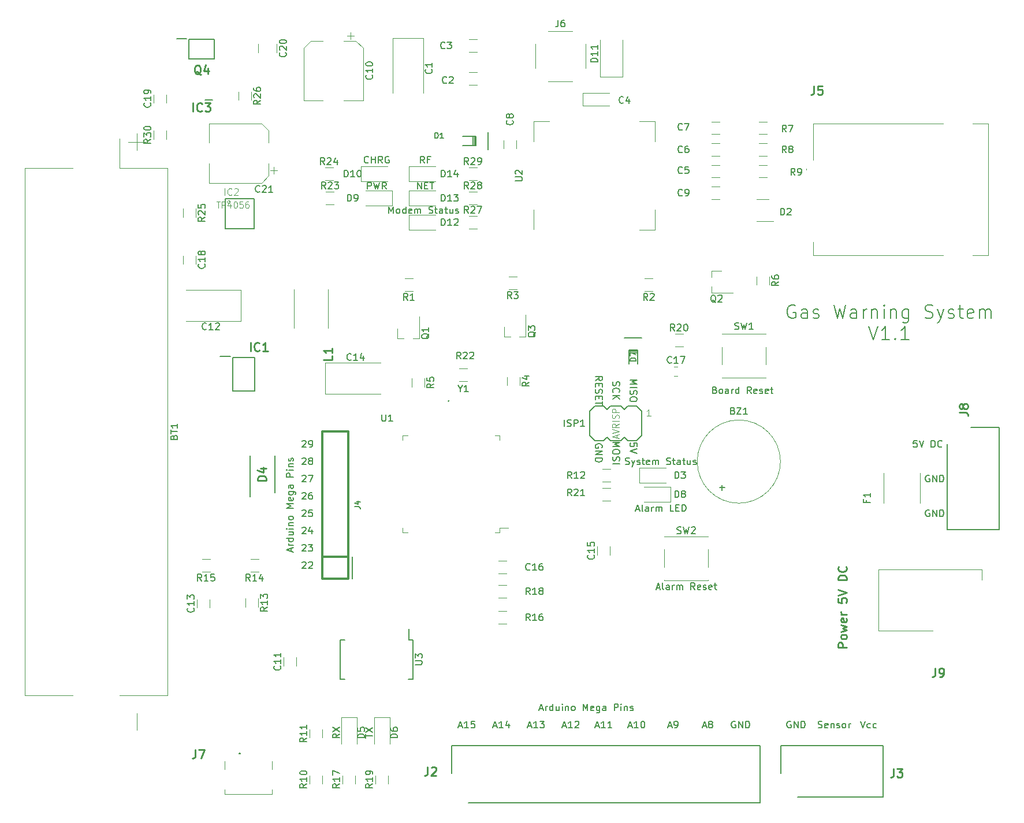
<source format=gto>
G04 #@! TF.GenerationSoftware,KiCad,Pcbnew,(5.1.4)-1*
G04 #@! TF.CreationDate,2019-12-23T17:53:35+01:00*
G04 #@! TF.ProjectId,Project1.1,50726f6a-6563-4743-912e-312e6b696361,1.0*
G04 #@! TF.SameCoordinates,Original*
G04 #@! TF.FileFunction,Legend,Top*
G04 #@! TF.FilePolarity,Positive*
%FSLAX46Y46*%
G04 Gerber Fmt 4.6, Leading zero omitted, Abs format (unit mm)*
G04 Created by KiCad (PCBNEW (5.1.4)-1) date 2019-12-23 17:53:35*
%MOMM*%
%LPD*%
G04 APERTURE LIST*
%ADD10C,0.150000*%
%ADD11C,0.120000*%
%ADD12C,0.200000*%
%ADD13C,0.100000*%
%ADD14C,0.127000*%
%ADD15C,0.350000*%
%ADD16C,0.254000*%
%ADD17C,0.050000*%
G04 APERTURE END LIST*
D10*
X163108190Y-92130571D02*
X163251047Y-92178190D01*
X163298666Y-92225809D01*
X163346285Y-92321047D01*
X163346285Y-92463904D01*
X163298666Y-92559142D01*
X163251047Y-92606761D01*
X163155809Y-92654380D01*
X162774857Y-92654380D01*
X162774857Y-91654380D01*
X163108190Y-91654380D01*
X163203428Y-91702000D01*
X163251047Y-91749619D01*
X163298666Y-91844857D01*
X163298666Y-91940095D01*
X163251047Y-92035333D01*
X163203428Y-92082952D01*
X163108190Y-92130571D01*
X162774857Y-92130571D01*
X163917714Y-92654380D02*
X163822476Y-92606761D01*
X163774857Y-92559142D01*
X163727238Y-92463904D01*
X163727238Y-92178190D01*
X163774857Y-92082952D01*
X163822476Y-92035333D01*
X163917714Y-91987714D01*
X164060571Y-91987714D01*
X164155809Y-92035333D01*
X164203428Y-92082952D01*
X164251047Y-92178190D01*
X164251047Y-92463904D01*
X164203428Y-92559142D01*
X164155809Y-92606761D01*
X164060571Y-92654380D01*
X163917714Y-92654380D01*
X165108190Y-92654380D02*
X165108190Y-92130571D01*
X165060571Y-92035333D01*
X164965333Y-91987714D01*
X164774857Y-91987714D01*
X164679619Y-92035333D01*
X165108190Y-92606761D02*
X165012952Y-92654380D01*
X164774857Y-92654380D01*
X164679619Y-92606761D01*
X164632000Y-92511523D01*
X164632000Y-92416285D01*
X164679619Y-92321047D01*
X164774857Y-92273428D01*
X165012952Y-92273428D01*
X165108190Y-92225809D01*
X165584380Y-92654380D02*
X165584380Y-91987714D01*
X165584380Y-92178190D02*
X165632000Y-92082952D01*
X165679619Y-92035333D01*
X165774857Y-91987714D01*
X165870095Y-91987714D01*
X166632000Y-92654380D02*
X166632000Y-91654380D01*
X166632000Y-92606761D02*
X166536761Y-92654380D01*
X166346285Y-92654380D01*
X166251047Y-92606761D01*
X166203428Y-92559142D01*
X166155809Y-92463904D01*
X166155809Y-92178190D01*
X166203428Y-92082952D01*
X166251047Y-92035333D01*
X166346285Y-91987714D01*
X166536761Y-91987714D01*
X166632000Y-92035333D01*
X168441523Y-92654380D02*
X168108190Y-92178190D01*
X167870095Y-92654380D02*
X167870095Y-91654380D01*
X168251047Y-91654380D01*
X168346285Y-91702000D01*
X168393904Y-91749619D01*
X168441523Y-91844857D01*
X168441523Y-91987714D01*
X168393904Y-92082952D01*
X168346285Y-92130571D01*
X168251047Y-92178190D01*
X167870095Y-92178190D01*
X169251047Y-92606761D02*
X169155809Y-92654380D01*
X168965333Y-92654380D01*
X168870095Y-92606761D01*
X168822476Y-92511523D01*
X168822476Y-92130571D01*
X168870095Y-92035333D01*
X168965333Y-91987714D01*
X169155809Y-91987714D01*
X169251047Y-92035333D01*
X169298666Y-92130571D01*
X169298666Y-92225809D01*
X168822476Y-92321047D01*
X169679619Y-92606761D02*
X169774857Y-92654380D01*
X169965333Y-92654380D01*
X170060571Y-92606761D01*
X170108190Y-92511523D01*
X170108190Y-92463904D01*
X170060571Y-92368666D01*
X169965333Y-92321047D01*
X169822476Y-92321047D01*
X169727238Y-92273428D01*
X169679619Y-92178190D01*
X169679619Y-92130571D01*
X169727238Y-92035333D01*
X169822476Y-91987714D01*
X169965333Y-91987714D01*
X170060571Y-92035333D01*
X170917714Y-92606761D02*
X170822476Y-92654380D01*
X170632000Y-92654380D01*
X170536761Y-92606761D01*
X170489142Y-92511523D01*
X170489142Y-92130571D01*
X170536761Y-92035333D01*
X170632000Y-91987714D01*
X170822476Y-91987714D01*
X170917714Y-92035333D01*
X170965333Y-92130571D01*
X170965333Y-92225809D01*
X170489142Y-92321047D01*
X171251047Y-91987714D02*
X171632000Y-91987714D01*
X171393904Y-91654380D02*
X171393904Y-92511523D01*
X171441523Y-92606761D01*
X171536761Y-92654380D01*
X171632000Y-92654380D01*
X151677619Y-100393523D02*
X151677619Y-99917333D01*
X151201428Y-99869714D01*
X151249047Y-99917333D01*
X151296666Y-100012571D01*
X151296666Y-100250666D01*
X151249047Y-100345904D01*
X151201428Y-100393523D01*
X151106190Y-100441142D01*
X150868095Y-100441142D01*
X150772857Y-100393523D01*
X150725238Y-100345904D01*
X150677619Y-100250666D01*
X150677619Y-100012571D01*
X150725238Y-99917333D01*
X150772857Y-99869714D01*
X151677619Y-100726857D02*
X150677619Y-101060190D01*
X151677619Y-101393523D01*
X148137619Y-99774571D02*
X149137619Y-99774571D01*
X148423333Y-100107904D01*
X149137619Y-100441238D01*
X148137619Y-100441238D01*
X149137619Y-101107904D02*
X149137619Y-101298380D01*
X149090000Y-101393619D01*
X148994761Y-101488857D01*
X148804285Y-101536476D01*
X148470952Y-101536476D01*
X148280476Y-101488857D01*
X148185238Y-101393619D01*
X148137619Y-101298380D01*
X148137619Y-101107904D01*
X148185238Y-101012666D01*
X148280476Y-100917428D01*
X148470952Y-100869809D01*
X148804285Y-100869809D01*
X148994761Y-100917428D01*
X149090000Y-101012666D01*
X149137619Y-101107904D01*
X148185238Y-101917428D02*
X148137619Y-102060285D01*
X148137619Y-102298380D01*
X148185238Y-102393619D01*
X148232857Y-102441238D01*
X148328095Y-102488857D01*
X148423333Y-102488857D01*
X148518571Y-102441238D01*
X148566190Y-102393619D01*
X148613809Y-102298380D01*
X148661428Y-102107904D01*
X148709047Y-102012666D01*
X148756666Y-101965047D01*
X148851904Y-101917428D01*
X148947142Y-101917428D01*
X149042380Y-101965047D01*
X149090000Y-102012666D01*
X149137619Y-102107904D01*
X149137619Y-102346000D01*
X149090000Y-102488857D01*
X148137619Y-102917428D02*
X149137619Y-102917428D01*
X146550000Y-100584095D02*
X146597619Y-100488857D01*
X146597619Y-100346000D01*
X146550000Y-100203142D01*
X146454761Y-100107904D01*
X146359523Y-100060285D01*
X146169047Y-100012666D01*
X146026190Y-100012666D01*
X145835714Y-100060285D01*
X145740476Y-100107904D01*
X145645238Y-100203142D01*
X145597619Y-100346000D01*
X145597619Y-100441238D01*
X145645238Y-100584095D01*
X145692857Y-100631714D01*
X146026190Y-100631714D01*
X146026190Y-100441238D01*
X145597619Y-101060285D02*
X146597619Y-101060285D01*
X145597619Y-101631714D01*
X146597619Y-101631714D01*
X145597619Y-102107904D02*
X146597619Y-102107904D01*
X146597619Y-102346000D01*
X146550000Y-102488857D01*
X146454761Y-102584095D01*
X146359523Y-102631714D01*
X146169047Y-102679333D01*
X146026190Y-102679333D01*
X145835714Y-102631714D01*
X145740476Y-102584095D01*
X145645238Y-102488857D01*
X145597619Y-102346000D01*
X145597619Y-102107904D01*
X145597619Y-90749619D02*
X146073809Y-90416285D01*
X145597619Y-90178190D02*
X146597619Y-90178190D01*
X146597619Y-90559142D01*
X146550000Y-90654380D01*
X146502380Y-90702000D01*
X146407142Y-90749619D01*
X146264285Y-90749619D01*
X146169047Y-90702000D01*
X146121428Y-90654380D01*
X146073809Y-90559142D01*
X146073809Y-90178190D01*
X146121428Y-91178190D02*
X146121428Y-91511523D01*
X145597619Y-91654380D02*
X145597619Y-91178190D01*
X146597619Y-91178190D01*
X146597619Y-91654380D01*
X145645238Y-92035333D02*
X145597619Y-92178190D01*
X145597619Y-92416285D01*
X145645238Y-92511523D01*
X145692857Y-92559142D01*
X145788095Y-92606761D01*
X145883333Y-92606761D01*
X145978571Y-92559142D01*
X146026190Y-92511523D01*
X146073809Y-92416285D01*
X146121428Y-92225809D01*
X146169047Y-92130571D01*
X146216666Y-92082952D01*
X146311904Y-92035333D01*
X146407142Y-92035333D01*
X146502380Y-92082952D01*
X146550000Y-92130571D01*
X146597619Y-92225809D01*
X146597619Y-92463904D01*
X146550000Y-92606761D01*
X146121428Y-93035333D02*
X146121428Y-93368666D01*
X145597619Y-93511523D02*
X145597619Y-93035333D01*
X146597619Y-93035333D01*
X146597619Y-93511523D01*
X146597619Y-93797238D02*
X146597619Y-94368666D01*
X145597619Y-94082952D02*
X146597619Y-94082952D01*
X148185238Y-90916285D02*
X148137619Y-91059142D01*
X148137619Y-91297238D01*
X148185238Y-91392476D01*
X148232857Y-91440095D01*
X148328095Y-91487714D01*
X148423333Y-91487714D01*
X148518571Y-91440095D01*
X148566190Y-91392476D01*
X148613809Y-91297238D01*
X148661428Y-91106761D01*
X148709047Y-91011523D01*
X148756666Y-90963904D01*
X148851904Y-90916285D01*
X148947142Y-90916285D01*
X149042380Y-90963904D01*
X149090000Y-91011523D01*
X149137619Y-91106761D01*
X149137619Y-91344857D01*
X149090000Y-91487714D01*
X148232857Y-92487714D02*
X148185238Y-92440095D01*
X148137619Y-92297238D01*
X148137619Y-92202000D01*
X148185238Y-92059142D01*
X148280476Y-91963904D01*
X148375714Y-91916285D01*
X148566190Y-91868666D01*
X148709047Y-91868666D01*
X148899523Y-91916285D01*
X148994761Y-91963904D01*
X149090000Y-92059142D01*
X149137619Y-92202000D01*
X149137619Y-92297238D01*
X149090000Y-92440095D01*
X149042380Y-92487714D01*
X148137619Y-92916285D02*
X149137619Y-92916285D01*
X148137619Y-93487714D02*
X148709047Y-93059142D01*
X149137619Y-93487714D02*
X148566190Y-92916285D01*
X150677619Y-90630571D02*
X151677619Y-90630571D01*
X150963333Y-90963904D01*
X151677619Y-91297238D01*
X150677619Y-91297238D01*
X150677619Y-91773428D02*
X151677619Y-91773428D01*
X150725238Y-92202000D02*
X150677619Y-92344857D01*
X150677619Y-92582952D01*
X150725238Y-92678190D01*
X150772857Y-92725809D01*
X150868095Y-92773428D01*
X150963333Y-92773428D01*
X151058571Y-92725809D01*
X151106190Y-92678190D01*
X151153809Y-92582952D01*
X151201428Y-92392476D01*
X151249047Y-92297238D01*
X151296666Y-92249619D01*
X151391904Y-92202000D01*
X151487142Y-92202000D01*
X151582380Y-92249619D01*
X151630000Y-92297238D01*
X151677619Y-92392476D01*
X151677619Y-92630571D01*
X151630000Y-92773428D01*
X151677619Y-93392476D02*
X151677619Y-93582952D01*
X151630000Y-93678190D01*
X151534761Y-93773428D01*
X151344285Y-93821047D01*
X151010952Y-93821047D01*
X150820476Y-93773428D01*
X150725238Y-93678190D01*
X150677619Y-93582952D01*
X150677619Y-93392476D01*
X150725238Y-93297238D01*
X150820476Y-93202000D01*
X151010952Y-93154380D01*
X151344285Y-93154380D01*
X151534761Y-93202000D01*
X151630000Y-93297238D01*
X151677619Y-93392476D01*
X174864857Y-79721000D02*
X174674380Y-79625761D01*
X174388666Y-79625761D01*
X174102952Y-79721000D01*
X173912476Y-79911476D01*
X173817238Y-80101952D01*
X173722000Y-80482904D01*
X173722000Y-80768619D01*
X173817238Y-81149571D01*
X173912476Y-81340047D01*
X174102952Y-81530523D01*
X174388666Y-81625761D01*
X174579142Y-81625761D01*
X174864857Y-81530523D01*
X174960095Y-81435285D01*
X174960095Y-80768619D01*
X174579142Y-80768619D01*
X176674380Y-81625761D02*
X176674380Y-80578142D01*
X176579142Y-80387666D01*
X176388666Y-80292428D01*
X176007714Y-80292428D01*
X175817238Y-80387666D01*
X176674380Y-81530523D02*
X176483904Y-81625761D01*
X176007714Y-81625761D01*
X175817238Y-81530523D01*
X175722000Y-81340047D01*
X175722000Y-81149571D01*
X175817238Y-80959095D01*
X176007714Y-80863857D01*
X176483904Y-80863857D01*
X176674380Y-80768619D01*
X177531523Y-81530523D02*
X177722000Y-81625761D01*
X178102952Y-81625761D01*
X178293428Y-81530523D01*
X178388666Y-81340047D01*
X178388666Y-81244809D01*
X178293428Y-81054333D01*
X178102952Y-80959095D01*
X177817238Y-80959095D01*
X177626761Y-80863857D01*
X177531523Y-80673380D01*
X177531523Y-80578142D01*
X177626761Y-80387666D01*
X177817238Y-80292428D01*
X178102952Y-80292428D01*
X178293428Y-80387666D01*
X180579142Y-79625761D02*
X181055333Y-81625761D01*
X181436285Y-80197190D01*
X181817238Y-81625761D01*
X182293428Y-79625761D01*
X183912476Y-81625761D02*
X183912476Y-80578142D01*
X183817238Y-80387666D01*
X183626761Y-80292428D01*
X183245809Y-80292428D01*
X183055333Y-80387666D01*
X183912476Y-81530523D02*
X183722000Y-81625761D01*
X183245809Y-81625761D01*
X183055333Y-81530523D01*
X182960095Y-81340047D01*
X182960095Y-81149571D01*
X183055333Y-80959095D01*
X183245809Y-80863857D01*
X183722000Y-80863857D01*
X183912476Y-80768619D01*
X184864857Y-81625761D02*
X184864857Y-80292428D01*
X184864857Y-80673380D02*
X184960095Y-80482904D01*
X185055333Y-80387666D01*
X185245809Y-80292428D01*
X185436285Y-80292428D01*
X186102952Y-80292428D02*
X186102952Y-81625761D01*
X186102952Y-80482904D02*
X186198190Y-80387666D01*
X186388666Y-80292428D01*
X186674380Y-80292428D01*
X186864857Y-80387666D01*
X186960095Y-80578142D01*
X186960095Y-81625761D01*
X187912476Y-81625761D02*
X187912476Y-80292428D01*
X187912476Y-79625761D02*
X187817238Y-79721000D01*
X187912476Y-79816238D01*
X188007714Y-79721000D01*
X187912476Y-79625761D01*
X187912476Y-79816238D01*
X188864857Y-80292428D02*
X188864857Y-81625761D01*
X188864857Y-80482904D02*
X188960095Y-80387666D01*
X189150571Y-80292428D01*
X189436285Y-80292428D01*
X189626761Y-80387666D01*
X189722000Y-80578142D01*
X189722000Y-81625761D01*
X191531523Y-80292428D02*
X191531523Y-81911476D01*
X191436285Y-82101952D01*
X191341047Y-82197190D01*
X191150571Y-82292428D01*
X190864857Y-82292428D01*
X190674380Y-82197190D01*
X191531523Y-81530523D02*
X191341047Y-81625761D01*
X190960095Y-81625761D01*
X190769619Y-81530523D01*
X190674380Y-81435285D01*
X190579142Y-81244809D01*
X190579142Y-80673380D01*
X190674380Y-80482904D01*
X190769619Y-80387666D01*
X190960095Y-80292428D01*
X191341047Y-80292428D01*
X191531523Y-80387666D01*
X193912476Y-81530523D02*
X194198190Y-81625761D01*
X194674380Y-81625761D01*
X194864857Y-81530523D01*
X194960095Y-81435285D01*
X195055333Y-81244809D01*
X195055333Y-81054333D01*
X194960095Y-80863857D01*
X194864857Y-80768619D01*
X194674380Y-80673380D01*
X194293428Y-80578142D01*
X194102952Y-80482904D01*
X194007714Y-80387666D01*
X193912476Y-80197190D01*
X193912476Y-80006714D01*
X194007714Y-79816238D01*
X194102952Y-79721000D01*
X194293428Y-79625761D01*
X194769619Y-79625761D01*
X195055333Y-79721000D01*
X195722000Y-80292428D02*
X196198190Y-81625761D01*
X196674380Y-80292428D02*
X196198190Y-81625761D01*
X196007714Y-82101952D01*
X195912476Y-82197190D01*
X195722000Y-82292428D01*
X197341047Y-81530523D02*
X197531523Y-81625761D01*
X197912476Y-81625761D01*
X198102952Y-81530523D01*
X198198190Y-81340047D01*
X198198190Y-81244809D01*
X198102952Y-81054333D01*
X197912476Y-80959095D01*
X197626761Y-80959095D01*
X197436285Y-80863857D01*
X197341047Y-80673380D01*
X197341047Y-80578142D01*
X197436285Y-80387666D01*
X197626761Y-80292428D01*
X197912476Y-80292428D01*
X198102952Y-80387666D01*
X198769619Y-80292428D02*
X199531523Y-80292428D01*
X199055333Y-79625761D02*
X199055333Y-81340047D01*
X199150571Y-81530523D01*
X199341047Y-81625761D01*
X199531523Y-81625761D01*
X200960095Y-81530523D02*
X200769619Y-81625761D01*
X200388666Y-81625761D01*
X200198190Y-81530523D01*
X200102952Y-81340047D01*
X200102952Y-80578142D01*
X200198190Y-80387666D01*
X200388666Y-80292428D01*
X200769619Y-80292428D01*
X200960095Y-80387666D01*
X201055333Y-80578142D01*
X201055333Y-80768619D01*
X200102952Y-80959095D01*
X201912476Y-81625761D02*
X201912476Y-80292428D01*
X201912476Y-80482904D02*
X202007714Y-80387666D01*
X202198190Y-80292428D01*
X202483904Y-80292428D01*
X202674380Y-80387666D01*
X202769619Y-80578142D01*
X202769619Y-81625761D01*
X202769619Y-80578142D02*
X202864857Y-80387666D01*
X203055333Y-80292428D01*
X203341047Y-80292428D01*
X203531523Y-80387666D01*
X203626761Y-80578142D01*
X203626761Y-81625761D01*
X185674380Y-82775761D02*
X186341047Y-84775761D01*
X187007714Y-82775761D01*
X188722000Y-84775761D02*
X187579142Y-84775761D01*
X188150571Y-84775761D02*
X188150571Y-82775761D01*
X187960095Y-83061476D01*
X187769619Y-83251952D01*
X187579142Y-83347190D01*
X189579142Y-84585285D02*
X189674380Y-84680523D01*
X189579142Y-84775761D01*
X189483904Y-84680523D01*
X189579142Y-84585285D01*
X189579142Y-84775761D01*
X191579142Y-84775761D02*
X190436285Y-84775761D01*
X191007714Y-84775761D02*
X191007714Y-82775761D01*
X190817238Y-83061476D01*
X190626761Y-83251952D01*
X190436285Y-83347190D01*
X101004666Y-115823142D02*
X101004666Y-115346952D01*
X101290380Y-115918380D02*
X100290380Y-115585047D01*
X101290380Y-115251714D01*
X101290380Y-114918380D02*
X100623714Y-114918380D01*
X100814190Y-114918380D02*
X100718952Y-114870761D01*
X100671333Y-114823142D01*
X100623714Y-114727904D01*
X100623714Y-114632666D01*
X101290380Y-113870761D02*
X100290380Y-113870761D01*
X101242761Y-113870761D02*
X101290380Y-113966000D01*
X101290380Y-114156476D01*
X101242761Y-114251714D01*
X101195142Y-114299333D01*
X101099904Y-114346952D01*
X100814190Y-114346952D01*
X100718952Y-114299333D01*
X100671333Y-114251714D01*
X100623714Y-114156476D01*
X100623714Y-113966000D01*
X100671333Y-113870761D01*
X100623714Y-112966000D02*
X101290380Y-112966000D01*
X100623714Y-113394571D02*
X101147523Y-113394571D01*
X101242761Y-113346952D01*
X101290380Y-113251714D01*
X101290380Y-113108857D01*
X101242761Y-113013619D01*
X101195142Y-112966000D01*
X101290380Y-112489809D02*
X100623714Y-112489809D01*
X100290380Y-112489809D02*
X100338000Y-112537428D01*
X100385619Y-112489809D01*
X100338000Y-112442190D01*
X100290380Y-112489809D01*
X100385619Y-112489809D01*
X100623714Y-112013619D02*
X101290380Y-112013619D01*
X100718952Y-112013619D02*
X100671333Y-111966000D01*
X100623714Y-111870761D01*
X100623714Y-111727904D01*
X100671333Y-111632666D01*
X100766571Y-111585047D01*
X101290380Y-111585047D01*
X101290380Y-110966000D02*
X101242761Y-111061238D01*
X101195142Y-111108857D01*
X101099904Y-111156476D01*
X100814190Y-111156476D01*
X100718952Y-111108857D01*
X100671333Y-111061238D01*
X100623714Y-110966000D01*
X100623714Y-110823142D01*
X100671333Y-110727904D01*
X100718952Y-110680285D01*
X100814190Y-110632666D01*
X101099904Y-110632666D01*
X101195142Y-110680285D01*
X101242761Y-110727904D01*
X101290380Y-110823142D01*
X101290380Y-110966000D01*
X101290380Y-109442190D02*
X100290380Y-109442190D01*
X101004666Y-109108857D01*
X100290380Y-108775523D01*
X101290380Y-108775523D01*
X101242761Y-107918380D02*
X101290380Y-108013619D01*
X101290380Y-108204095D01*
X101242761Y-108299333D01*
X101147523Y-108346952D01*
X100766571Y-108346952D01*
X100671333Y-108299333D01*
X100623714Y-108204095D01*
X100623714Y-108013619D01*
X100671333Y-107918380D01*
X100766571Y-107870761D01*
X100861809Y-107870761D01*
X100957047Y-108346952D01*
X100623714Y-107013619D02*
X101433238Y-107013619D01*
X101528476Y-107061238D01*
X101576095Y-107108857D01*
X101623714Y-107204095D01*
X101623714Y-107346952D01*
X101576095Y-107442190D01*
X101242761Y-107013619D02*
X101290380Y-107108857D01*
X101290380Y-107299333D01*
X101242761Y-107394571D01*
X101195142Y-107442190D01*
X101099904Y-107489809D01*
X100814190Y-107489809D01*
X100718952Y-107442190D01*
X100671333Y-107394571D01*
X100623714Y-107299333D01*
X100623714Y-107108857D01*
X100671333Y-107013619D01*
X101290380Y-106108857D02*
X100766571Y-106108857D01*
X100671333Y-106156476D01*
X100623714Y-106251714D01*
X100623714Y-106442190D01*
X100671333Y-106537428D01*
X101242761Y-106108857D02*
X101290380Y-106204095D01*
X101290380Y-106442190D01*
X101242761Y-106537428D01*
X101147523Y-106585047D01*
X101052285Y-106585047D01*
X100957047Y-106537428D01*
X100909428Y-106442190D01*
X100909428Y-106204095D01*
X100861809Y-106108857D01*
X101290380Y-104870761D02*
X100290380Y-104870761D01*
X100290380Y-104489809D01*
X100338000Y-104394571D01*
X100385619Y-104346952D01*
X100480857Y-104299333D01*
X100623714Y-104299333D01*
X100718952Y-104346952D01*
X100766571Y-104394571D01*
X100814190Y-104489809D01*
X100814190Y-104870761D01*
X101290380Y-103870761D02*
X100623714Y-103870761D01*
X100290380Y-103870761D02*
X100338000Y-103918380D01*
X100385619Y-103870761D01*
X100338000Y-103823142D01*
X100290380Y-103870761D01*
X100385619Y-103870761D01*
X100623714Y-103394571D02*
X101290380Y-103394571D01*
X100718952Y-103394571D02*
X100671333Y-103346952D01*
X100623714Y-103251714D01*
X100623714Y-103108857D01*
X100671333Y-103013619D01*
X100766571Y-102966000D01*
X101290380Y-102966000D01*
X101242761Y-102537428D02*
X101290380Y-102442190D01*
X101290380Y-102251714D01*
X101242761Y-102156476D01*
X101147523Y-102108857D01*
X101099904Y-102108857D01*
X101004666Y-102156476D01*
X100957047Y-102251714D01*
X100957047Y-102394571D01*
X100909428Y-102489809D01*
X100814190Y-102537428D01*
X100766571Y-102537428D01*
X100671333Y-102489809D01*
X100623714Y-102394571D01*
X100623714Y-102251714D01*
X100671333Y-102156476D01*
X102616095Y-117403619D02*
X102663714Y-117356000D01*
X102758952Y-117308380D01*
X102997047Y-117308380D01*
X103092285Y-117356000D01*
X103139904Y-117403619D01*
X103187523Y-117498857D01*
X103187523Y-117594095D01*
X103139904Y-117736952D01*
X102568476Y-118308380D01*
X103187523Y-118308380D01*
X103568476Y-117403619D02*
X103616095Y-117356000D01*
X103711333Y-117308380D01*
X103949428Y-117308380D01*
X104044666Y-117356000D01*
X104092285Y-117403619D01*
X104139904Y-117498857D01*
X104139904Y-117594095D01*
X104092285Y-117736952D01*
X103520857Y-118308380D01*
X104139904Y-118308380D01*
X102616095Y-114863619D02*
X102663714Y-114816000D01*
X102758952Y-114768380D01*
X102997047Y-114768380D01*
X103092285Y-114816000D01*
X103139904Y-114863619D01*
X103187523Y-114958857D01*
X103187523Y-115054095D01*
X103139904Y-115196952D01*
X102568476Y-115768380D01*
X103187523Y-115768380D01*
X103520857Y-114768380D02*
X104139904Y-114768380D01*
X103806571Y-115149333D01*
X103949428Y-115149333D01*
X104044666Y-115196952D01*
X104092285Y-115244571D01*
X104139904Y-115339809D01*
X104139904Y-115577904D01*
X104092285Y-115673142D01*
X104044666Y-115720761D01*
X103949428Y-115768380D01*
X103663714Y-115768380D01*
X103568476Y-115720761D01*
X103520857Y-115673142D01*
X102616095Y-112323619D02*
X102663714Y-112276000D01*
X102758952Y-112228380D01*
X102997047Y-112228380D01*
X103092285Y-112276000D01*
X103139904Y-112323619D01*
X103187523Y-112418857D01*
X103187523Y-112514095D01*
X103139904Y-112656952D01*
X102568476Y-113228380D01*
X103187523Y-113228380D01*
X104044666Y-112561714D02*
X104044666Y-113228380D01*
X103806571Y-112180761D02*
X103568476Y-112895047D01*
X104187523Y-112895047D01*
X102616095Y-109783619D02*
X102663714Y-109736000D01*
X102758952Y-109688380D01*
X102997047Y-109688380D01*
X103092285Y-109736000D01*
X103139904Y-109783619D01*
X103187523Y-109878857D01*
X103187523Y-109974095D01*
X103139904Y-110116952D01*
X102568476Y-110688380D01*
X103187523Y-110688380D01*
X104092285Y-109688380D02*
X103616095Y-109688380D01*
X103568476Y-110164571D01*
X103616095Y-110116952D01*
X103711333Y-110069333D01*
X103949428Y-110069333D01*
X104044666Y-110116952D01*
X104092285Y-110164571D01*
X104139904Y-110259809D01*
X104139904Y-110497904D01*
X104092285Y-110593142D01*
X104044666Y-110640761D01*
X103949428Y-110688380D01*
X103711333Y-110688380D01*
X103616095Y-110640761D01*
X103568476Y-110593142D01*
X102616095Y-107243619D02*
X102663714Y-107196000D01*
X102758952Y-107148380D01*
X102997047Y-107148380D01*
X103092285Y-107196000D01*
X103139904Y-107243619D01*
X103187523Y-107338857D01*
X103187523Y-107434095D01*
X103139904Y-107576952D01*
X102568476Y-108148380D01*
X103187523Y-108148380D01*
X104044666Y-107148380D02*
X103854190Y-107148380D01*
X103758952Y-107196000D01*
X103711333Y-107243619D01*
X103616095Y-107386476D01*
X103568476Y-107576952D01*
X103568476Y-107957904D01*
X103616095Y-108053142D01*
X103663714Y-108100761D01*
X103758952Y-108148380D01*
X103949428Y-108148380D01*
X104044666Y-108100761D01*
X104092285Y-108053142D01*
X104139904Y-107957904D01*
X104139904Y-107719809D01*
X104092285Y-107624571D01*
X104044666Y-107576952D01*
X103949428Y-107529333D01*
X103758952Y-107529333D01*
X103663714Y-107576952D01*
X103616095Y-107624571D01*
X103568476Y-107719809D01*
X102616095Y-104703619D02*
X102663714Y-104656000D01*
X102758952Y-104608380D01*
X102997047Y-104608380D01*
X103092285Y-104656000D01*
X103139904Y-104703619D01*
X103187523Y-104798857D01*
X103187523Y-104894095D01*
X103139904Y-105036952D01*
X102568476Y-105608380D01*
X103187523Y-105608380D01*
X103520857Y-104608380D02*
X104187523Y-104608380D01*
X103758952Y-105608380D01*
X102616095Y-102163619D02*
X102663714Y-102116000D01*
X102758952Y-102068380D01*
X102997047Y-102068380D01*
X103092285Y-102116000D01*
X103139904Y-102163619D01*
X103187523Y-102258857D01*
X103187523Y-102354095D01*
X103139904Y-102496952D01*
X102568476Y-103068380D01*
X103187523Y-103068380D01*
X103758952Y-102496952D02*
X103663714Y-102449333D01*
X103616095Y-102401714D01*
X103568476Y-102306476D01*
X103568476Y-102258857D01*
X103616095Y-102163619D01*
X103663714Y-102116000D01*
X103758952Y-102068380D01*
X103949428Y-102068380D01*
X104044666Y-102116000D01*
X104092285Y-102163619D01*
X104139904Y-102258857D01*
X104139904Y-102306476D01*
X104092285Y-102401714D01*
X104044666Y-102449333D01*
X103949428Y-102496952D01*
X103758952Y-102496952D01*
X103663714Y-102544571D01*
X103616095Y-102592190D01*
X103568476Y-102687428D01*
X103568476Y-102877904D01*
X103616095Y-102973142D01*
X103663714Y-103020761D01*
X103758952Y-103068380D01*
X103949428Y-103068380D01*
X104044666Y-103020761D01*
X104092285Y-102973142D01*
X104139904Y-102877904D01*
X104139904Y-102687428D01*
X104092285Y-102592190D01*
X104044666Y-102544571D01*
X103949428Y-102496952D01*
X102616095Y-99623619D02*
X102663714Y-99576000D01*
X102758952Y-99528380D01*
X102997047Y-99528380D01*
X103092285Y-99576000D01*
X103139904Y-99623619D01*
X103187523Y-99718857D01*
X103187523Y-99814095D01*
X103139904Y-99956952D01*
X102568476Y-100528380D01*
X103187523Y-100528380D01*
X103663714Y-100528380D02*
X103854190Y-100528380D01*
X103949428Y-100480761D01*
X103997047Y-100433142D01*
X104092285Y-100290285D01*
X104139904Y-100099809D01*
X104139904Y-99718857D01*
X104092285Y-99623619D01*
X104044666Y-99576000D01*
X103949428Y-99528380D01*
X103758952Y-99528380D01*
X103663714Y-99576000D01*
X103616095Y-99623619D01*
X103568476Y-99718857D01*
X103568476Y-99956952D01*
X103616095Y-100052190D01*
X103663714Y-100099809D01*
X103758952Y-100147428D01*
X103949428Y-100147428D01*
X104044666Y-100099809D01*
X104092285Y-100052190D01*
X104139904Y-99956952D01*
X137414857Y-138850666D02*
X137891047Y-138850666D01*
X137319619Y-139136380D02*
X137652952Y-138136380D01*
X137986285Y-139136380D01*
X138319619Y-139136380D02*
X138319619Y-138469714D01*
X138319619Y-138660190D02*
X138367238Y-138564952D01*
X138414857Y-138517333D01*
X138510095Y-138469714D01*
X138605333Y-138469714D01*
X139367238Y-139136380D02*
X139367238Y-138136380D01*
X139367238Y-139088761D02*
X139272000Y-139136380D01*
X139081523Y-139136380D01*
X138986285Y-139088761D01*
X138938666Y-139041142D01*
X138891047Y-138945904D01*
X138891047Y-138660190D01*
X138938666Y-138564952D01*
X138986285Y-138517333D01*
X139081523Y-138469714D01*
X139272000Y-138469714D01*
X139367238Y-138517333D01*
X140272000Y-138469714D02*
X140272000Y-139136380D01*
X139843428Y-138469714D02*
X139843428Y-138993523D01*
X139891047Y-139088761D01*
X139986285Y-139136380D01*
X140129142Y-139136380D01*
X140224380Y-139088761D01*
X140272000Y-139041142D01*
X140748190Y-139136380D02*
X140748190Y-138469714D01*
X140748190Y-138136380D02*
X140700571Y-138184000D01*
X140748190Y-138231619D01*
X140795809Y-138184000D01*
X140748190Y-138136380D01*
X140748190Y-138231619D01*
X141224380Y-138469714D02*
X141224380Y-139136380D01*
X141224380Y-138564952D02*
X141272000Y-138517333D01*
X141367238Y-138469714D01*
X141510095Y-138469714D01*
X141605333Y-138517333D01*
X141652952Y-138612571D01*
X141652952Y-139136380D01*
X142272000Y-139136380D02*
X142176761Y-139088761D01*
X142129142Y-139041142D01*
X142081523Y-138945904D01*
X142081523Y-138660190D01*
X142129142Y-138564952D01*
X142176761Y-138517333D01*
X142272000Y-138469714D01*
X142414857Y-138469714D01*
X142510095Y-138517333D01*
X142557714Y-138564952D01*
X142605333Y-138660190D01*
X142605333Y-138945904D01*
X142557714Y-139041142D01*
X142510095Y-139088761D01*
X142414857Y-139136380D01*
X142272000Y-139136380D01*
X143795809Y-139136380D02*
X143795809Y-138136380D01*
X144129142Y-138850666D01*
X144462476Y-138136380D01*
X144462476Y-139136380D01*
X145319619Y-139088761D02*
X145224380Y-139136380D01*
X145033904Y-139136380D01*
X144938666Y-139088761D01*
X144891047Y-138993523D01*
X144891047Y-138612571D01*
X144938666Y-138517333D01*
X145033904Y-138469714D01*
X145224380Y-138469714D01*
X145319619Y-138517333D01*
X145367238Y-138612571D01*
X145367238Y-138707809D01*
X144891047Y-138803047D01*
X146224380Y-138469714D02*
X146224380Y-139279238D01*
X146176761Y-139374476D01*
X146129142Y-139422095D01*
X146033904Y-139469714D01*
X145891047Y-139469714D01*
X145795809Y-139422095D01*
X146224380Y-139088761D02*
X146129142Y-139136380D01*
X145938666Y-139136380D01*
X145843428Y-139088761D01*
X145795809Y-139041142D01*
X145748190Y-138945904D01*
X145748190Y-138660190D01*
X145795809Y-138564952D01*
X145843428Y-138517333D01*
X145938666Y-138469714D01*
X146129142Y-138469714D01*
X146224380Y-138517333D01*
X147129142Y-139136380D02*
X147129142Y-138612571D01*
X147081523Y-138517333D01*
X146986285Y-138469714D01*
X146795809Y-138469714D01*
X146700571Y-138517333D01*
X147129142Y-139088761D02*
X147033904Y-139136380D01*
X146795809Y-139136380D01*
X146700571Y-139088761D01*
X146652952Y-138993523D01*
X146652952Y-138898285D01*
X146700571Y-138803047D01*
X146795809Y-138755428D01*
X147033904Y-138755428D01*
X147129142Y-138707809D01*
X148367238Y-139136380D02*
X148367238Y-138136380D01*
X148748190Y-138136380D01*
X148843428Y-138184000D01*
X148891047Y-138231619D01*
X148938666Y-138326857D01*
X148938666Y-138469714D01*
X148891047Y-138564952D01*
X148843428Y-138612571D01*
X148748190Y-138660190D01*
X148367238Y-138660190D01*
X149367238Y-139136380D02*
X149367238Y-138469714D01*
X149367238Y-138136380D02*
X149319619Y-138184000D01*
X149367238Y-138231619D01*
X149414857Y-138184000D01*
X149367238Y-138136380D01*
X149367238Y-138231619D01*
X149843428Y-138469714D02*
X149843428Y-139136380D01*
X149843428Y-138564952D02*
X149891047Y-138517333D01*
X149986285Y-138469714D01*
X150129142Y-138469714D01*
X150224380Y-138517333D01*
X150272000Y-138612571D01*
X150272000Y-139136380D01*
X150700571Y-139088761D02*
X150795809Y-139136380D01*
X150986285Y-139136380D01*
X151081523Y-139088761D01*
X151129142Y-138993523D01*
X151129142Y-138945904D01*
X151081523Y-138850666D01*
X150986285Y-138803047D01*
X150843428Y-138803047D01*
X150748190Y-138755428D01*
X150700571Y-138660190D01*
X150700571Y-138612571D01*
X150748190Y-138517333D01*
X150843428Y-138469714D01*
X150986285Y-138469714D01*
X151081523Y-138517333D01*
X125555523Y-141390666D02*
X126031714Y-141390666D01*
X125460285Y-141676380D02*
X125793619Y-140676380D01*
X126126952Y-141676380D01*
X126984095Y-141676380D02*
X126412666Y-141676380D01*
X126698380Y-141676380D02*
X126698380Y-140676380D01*
X126603142Y-140819238D01*
X126507904Y-140914476D01*
X126412666Y-140962095D01*
X127888857Y-140676380D02*
X127412666Y-140676380D01*
X127365047Y-141152571D01*
X127412666Y-141104952D01*
X127507904Y-141057333D01*
X127746000Y-141057333D01*
X127841238Y-141104952D01*
X127888857Y-141152571D01*
X127936476Y-141247809D01*
X127936476Y-141485904D01*
X127888857Y-141581142D01*
X127841238Y-141628761D01*
X127746000Y-141676380D01*
X127507904Y-141676380D01*
X127412666Y-141628761D01*
X127365047Y-141581142D01*
X130635523Y-141390666D02*
X131111714Y-141390666D01*
X130540285Y-141676380D02*
X130873619Y-140676380D01*
X131206952Y-141676380D01*
X132064095Y-141676380D02*
X131492666Y-141676380D01*
X131778380Y-141676380D02*
X131778380Y-140676380D01*
X131683142Y-140819238D01*
X131587904Y-140914476D01*
X131492666Y-140962095D01*
X132921238Y-141009714D02*
X132921238Y-141676380D01*
X132683142Y-140628761D02*
X132445047Y-141343047D01*
X133064095Y-141343047D01*
X135715523Y-141390666D02*
X136191714Y-141390666D01*
X135620285Y-141676380D02*
X135953619Y-140676380D01*
X136286952Y-141676380D01*
X137144095Y-141676380D02*
X136572666Y-141676380D01*
X136858380Y-141676380D02*
X136858380Y-140676380D01*
X136763142Y-140819238D01*
X136667904Y-140914476D01*
X136572666Y-140962095D01*
X137477428Y-140676380D02*
X138096476Y-140676380D01*
X137763142Y-141057333D01*
X137906000Y-141057333D01*
X138001238Y-141104952D01*
X138048857Y-141152571D01*
X138096476Y-141247809D01*
X138096476Y-141485904D01*
X138048857Y-141581142D01*
X138001238Y-141628761D01*
X137906000Y-141676380D01*
X137620285Y-141676380D01*
X137525047Y-141628761D01*
X137477428Y-141581142D01*
X140795523Y-141390666D02*
X141271714Y-141390666D01*
X140700285Y-141676380D02*
X141033619Y-140676380D01*
X141366952Y-141676380D01*
X142224095Y-141676380D02*
X141652666Y-141676380D01*
X141938380Y-141676380D02*
X141938380Y-140676380D01*
X141843142Y-140819238D01*
X141747904Y-140914476D01*
X141652666Y-140962095D01*
X142605047Y-140771619D02*
X142652666Y-140724000D01*
X142747904Y-140676380D01*
X142986000Y-140676380D01*
X143081238Y-140724000D01*
X143128857Y-140771619D01*
X143176476Y-140866857D01*
X143176476Y-140962095D01*
X143128857Y-141104952D01*
X142557428Y-141676380D01*
X143176476Y-141676380D01*
X145621523Y-141390666D02*
X146097714Y-141390666D01*
X145526285Y-141676380D02*
X145859619Y-140676380D01*
X146192952Y-141676380D01*
X147050095Y-141676380D02*
X146478666Y-141676380D01*
X146764380Y-141676380D02*
X146764380Y-140676380D01*
X146669142Y-140819238D01*
X146573904Y-140914476D01*
X146478666Y-140962095D01*
X148002476Y-141676380D02*
X147431047Y-141676380D01*
X147716761Y-141676380D02*
X147716761Y-140676380D01*
X147621523Y-140819238D01*
X147526285Y-140914476D01*
X147431047Y-140962095D01*
X150447523Y-141390666D02*
X150923714Y-141390666D01*
X150352285Y-141676380D02*
X150685619Y-140676380D01*
X151018952Y-141676380D01*
X151876095Y-141676380D02*
X151304666Y-141676380D01*
X151590380Y-141676380D02*
X151590380Y-140676380D01*
X151495142Y-140819238D01*
X151399904Y-140914476D01*
X151304666Y-140962095D01*
X152495142Y-140676380D02*
X152590380Y-140676380D01*
X152685619Y-140724000D01*
X152733238Y-140771619D01*
X152780857Y-140866857D01*
X152828476Y-141057333D01*
X152828476Y-141295428D01*
X152780857Y-141485904D01*
X152733238Y-141581142D01*
X152685619Y-141628761D01*
X152590380Y-141676380D01*
X152495142Y-141676380D01*
X152399904Y-141628761D01*
X152352285Y-141581142D01*
X152304666Y-141485904D01*
X152257047Y-141295428D01*
X152257047Y-141057333D01*
X152304666Y-140866857D01*
X152352285Y-140771619D01*
X152399904Y-140724000D01*
X152495142Y-140676380D01*
X156257714Y-141390666D02*
X156733904Y-141390666D01*
X156162476Y-141676380D02*
X156495809Y-140676380D01*
X156829142Y-141676380D01*
X157210095Y-141676380D02*
X157400571Y-141676380D01*
X157495809Y-141628761D01*
X157543428Y-141581142D01*
X157638666Y-141438285D01*
X157686285Y-141247809D01*
X157686285Y-140866857D01*
X157638666Y-140771619D01*
X157591047Y-140724000D01*
X157495809Y-140676380D01*
X157305333Y-140676380D01*
X157210095Y-140724000D01*
X157162476Y-140771619D01*
X157114857Y-140866857D01*
X157114857Y-141104952D01*
X157162476Y-141200190D01*
X157210095Y-141247809D01*
X157305333Y-141295428D01*
X157495809Y-141295428D01*
X157591047Y-141247809D01*
X157638666Y-141200190D01*
X157686285Y-141104952D01*
X161337714Y-141390666D02*
X161813904Y-141390666D01*
X161242476Y-141676380D02*
X161575809Y-140676380D01*
X161909142Y-141676380D01*
X162385333Y-141104952D02*
X162290095Y-141057333D01*
X162242476Y-141009714D01*
X162194857Y-140914476D01*
X162194857Y-140866857D01*
X162242476Y-140771619D01*
X162290095Y-140724000D01*
X162385333Y-140676380D01*
X162575809Y-140676380D01*
X162671047Y-140724000D01*
X162718666Y-140771619D01*
X162766285Y-140866857D01*
X162766285Y-140914476D01*
X162718666Y-141009714D01*
X162671047Y-141057333D01*
X162575809Y-141104952D01*
X162385333Y-141104952D01*
X162290095Y-141152571D01*
X162242476Y-141200190D01*
X162194857Y-141295428D01*
X162194857Y-141485904D01*
X162242476Y-141581142D01*
X162290095Y-141628761D01*
X162385333Y-141676380D01*
X162575809Y-141676380D01*
X162671047Y-141628761D01*
X162718666Y-141581142D01*
X162766285Y-141485904D01*
X162766285Y-141295428D01*
X162718666Y-141200190D01*
X162671047Y-141152571D01*
X162575809Y-141104952D01*
X166116095Y-140724000D02*
X166020857Y-140676380D01*
X165878000Y-140676380D01*
X165735142Y-140724000D01*
X165639904Y-140819238D01*
X165592285Y-140914476D01*
X165544666Y-141104952D01*
X165544666Y-141247809D01*
X165592285Y-141438285D01*
X165639904Y-141533523D01*
X165735142Y-141628761D01*
X165878000Y-141676380D01*
X165973238Y-141676380D01*
X166116095Y-141628761D01*
X166163714Y-141581142D01*
X166163714Y-141247809D01*
X165973238Y-141247809D01*
X166592285Y-141676380D02*
X166592285Y-140676380D01*
X167163714Y-141676380D01*
X167163714Y-140676380D01*
X167639904Y-141676380D02*
X167639904Y-140676380D01*
X167878000Y-140676380D01*
X168020857Y-140724000D01*
X168116095Y-140819238D01*
X168163714Y-140914476D01*
X168211333Y-141104952D01*
X168211333Y-141247809D01*
X168163714Y-141438285D01*
X168116095Y-141533523D01*
X168020857Y-141628761D01*
X167878000Y-141676380D01*
X167639904Y-141676380D01*
X194564095Y-109736000D02*
X194468857Y-109688380D01*
X194326000Y-109688380D01*
X194183142Y-109736000D01*
X194087904Y-109831238D01*
X194040285Y-109926476D01*
X193992666Y-110116952D01*
X193992666Y-110259809D01*
X194040285Y-110450285D01*
X194087904Y-110545523D01*
X194183142Y-110640761D01*
X194326000Y-110688380D01*
X194421238Y-110688380D01*
X194564095Y-110640761D01*
X194611714Y-110593142D01*
X194611714Y-110259809D01*
X194421238Y-110259809D01*
X195040285Y-110688380D02*
X195040285Y-109688380D01*
X195611714Y-110688380D01*
X195611714Y-109688380D01*
X196087904Y-110688380D02*
X196087904Y-109688380D01*
X196326000Y-109688380D01*
X196468857Y-109736000D01*
X196564095Y-109831238D01*
X196611714Y-109926476D01*
X196659333Y-110116952D01*
X196659333Y-110259809D01*
X196611714Y-110450285D01*
X196564095Y-110545523D01*
X196468857Y-110640761D01*
X196326000Y-110688380D01*
X196087904Y-110688380D01*
X194564095Y-104656000D02*
X194468857Y-104608380D01*
X194326000Y-104608380D01*
X194183142Y-104656000D01*
X194087904Y-104751238D01*
X194040285Y-104846476D01*
X193992666Y-105036952D01*
X193992666Y-105179809D01*
X194040285Y-105370285D01*
X194087904Y-105465523D01*
X194183142Y-105560761D01*
X194326000Y-105608380D01*
X194421238Y-105608380D01*
X194564095Y-105560761D01*
X194611714Y-105513142D01*
X194611714Y-105179809D01*
X194421238Y-105179809D01*
X195040285Y-105608380D02*
X195040285Y-104608380D01*
X195611714Y-105608380D01*
X195611714Y-104608380D01*
X196087904Y-105608380D02*
X196087904Y-104608380D01*
X196326000Y-104608380D01*
X196468857Y-104656000D01*
X196564095Y-104751238D01*
X196611714Y-104846476D01*
X196659333Y-105036952D01*
X196659333Y-105179809D01*
X196611714Y-105370285D01*
X196564095Y-105465523D01*
X196468857Y-105560761D01*
X196326000Y-105608380D01*
X196087904Y-105608380D01*
X192738571Y-99528380D02*
X192262380Y-99528380D01*
X192214761Y-100004571D01*
X192262380Y-99956952D01*
X192357619Y-99909333D01*
X192595714Y-99909333D01*
X192690952Y-99956952D01*
X192738571Y-100004571D01*
X192786190Y-100099809D01*
X192786190Y-100337904D01*
X192738571Y-100433142D01*
X192690952Y-100480761D01*
X192595714Y-100528380D01*
X192357619Y-100528380D01*
X192262380Y-100480761D01*
X192214761Y-100433142D01*
X193071904Y-99528380D02*
X193405238Y-100528380D01*
X193738571Y-99528380D01*
X194833809Y-100528380D02*
X194833809Y-99528380D01*
X195071904Y-99528380D01*
X195214761Y-99576000D01*
X195310000Y-99671238D01*
X195357619Y-99766476D01*
X195405238Y-99956952D01*
X195405238Y-100099809D01*
X195357619Y-100290285D01*
X195310000Y-100385523D01*
X195214761Y-100480761D01*
X195071904Y-100528380D01*
X194833809Y-100528380D01*
X196405238Y-100433142D02*
X196357619Y-100480761D01*
X196214761Y-100528380D01*
X196119523Y-100528380D01*
X195976666Y-100480761D01*
X195881428Y-100385523D01*
X195833809Y-100290285D01*
X195786190Y-100099809D01*
X195786190Y-99956952D01*
X195833809Y-99766476D01*
X195881428Y-99671238D01*
X195976666Y-99576000D01*
X196119523Y-99528380D01*
X196214761Y-99528380D01*
X196357619Y-99576000D01*
X196405238Y-99623619D01*
X174244095Y-140724000D02*
X174148857Y-140676380D01*
X174006000Y-140676380D01*
X173863142Y-140724000D01*
X173767904Y-140819238D01*
X173720285Y-140914476D01*
X173672666Y-141104952D01*
X173672666Y-141247809D01*
X173720285Y-141438285D01*
X173767904Y-141533523D01*
X173863142Y-141628761D01*
X174006000Y-141676380D01*
X174101238Y-141676380D01*
X174244095Y-141628761D01*
X174291714Y-141581142D01*
X174291714Y-141247809D01*
X174101238Y-141247809D01*
X174720285Y-141676380D02*
X174720285Y-140676380D01*
X175291714Y-141676380D01*
X175291714Y-140676380D01*
X175767904Y-141676380D02*
X175767904Y-140676380D01*
X176006000Y-140676380D01*
X176148857Y-140724000D01*
X176244095Y-140819238D01*
X176291714Y-140914476D01*
X176339333Y-141104952D01*
X176339333Y-141247809D01*
X176291714Y-141438285D01*
X176244095Y-141533523D01*
X176148857Y-141628761D01*
X176006000Y-141676380D01*
X175767904Y-141676380D01*
X178260666Y-141628761D02*
X178403523Y-141676380D01*
X178641619Y-141676380D01*
X178736857Y-141628761D01*
X178784476Y-141581142D01*
X178832095Y-141485904D01*
X178832095Y-141390666D01*
X178784476Y-141295428D01*
X178736857Y-141247809D01*
X178641619Y-141200190D01*
X178451142Y-141152571D01*
X178355904Y-141104952D01*
X178308285Y-141057333D01*
X178260666Y-140962095D01*
X178260666Y-140866857D01*
X178308285Y-140771619D01*
X178355904Y-140724000D01*
X178451142Y-140676380D01*
X178689238Y-140676380D01*
X178832095Y-140724000D01*
X179641619Y-141628761D02*
X179546380Y-141676380D01*
X179355904Y-141676380D01*
X179260666Y-141628761D01*
X179213047Y-141533523D01*
X179213047Y-141152571D01*
X179260666Y-141057333D01*
X179355904Y-141009714D01*
X179546380Y-141009714D01*
X179641619Y-141057333D01*
X179689238Y-141152571D01*
X179689238Y-141247809D01*
X179213047Y-141343047D01*
X180117809Y-141009714D02*
X180117809Y-141676380D01*
X180117809Y-141104952D02*
X180165428Y-141057333D01*
X180260666Y-141009714D01*
X180403523Y-141009714D01*
X180498761Y-141057333D01*
X180546380Y-141152571D01*
X180546380Y-141676380D01*
X180974952Y-141628761D02*
X181070190Y-141676380D01*
X181260666Y-141676380D01*
X181355904Y-141628761D01*
X181403523Y-141533523D01*
X181403523Y-141485904D01*
X181355904Y-141390666D01*
X181260666Y-141343047D01*
X181117809Y-141343047D01*
X181022571Y-141295428D01*
X180974952Y-141200190D01*
X180974952Y-141152571D01*
X181022571Y-141057333D01*
X181117809Y-141009714D01*
X181260666Y-141009714D01*
X181355904Y-141057333D01*
X181974952Y-141676380D02*
X181879714Y-141628761D01*
X181832095Y-141581142D01*
X181784476Y-141485904D01*
X181784476Y-141200190D01*
X181832095Y-141104952D01*
X181879714Y-141057333D01*
X181974952Y-141009714D01*
X182117809Y-141009714D01*
X182213047Y-141057333D01*
X182260666Y-141104952D01*
X182308285Y-141200190D01*
X182308285Y-141485904D01*
X182260666Y-141581142D01*
X182213047Y-141628761D01*
X182117809Y-141676380D01*
X181974952Y-141676380D01*
X182736857Y-141676380D02*
X182736857Y-141009714D01*
X182736857Y-141200190D02*
X182784476Y-141104952D01*
X182832095Y-141057333D01*
X182927333Y-141009714D01*
X183022571Y-141009714D01*
X184483523Y-140676380D02*
X184816857Y-141676380D01*
X185150190Y-140676380D01*
X185912095Y-141628761D02*
X185816857Y-141676380D01*
X185626380Y-141676380D01*
X185531142Y-141628761D01*
X185483523Y-141581142D01*
X185435904Y-141485904D01*
X185435904Y-141200190D01*
X185483523Y-141104952D01*
X185531142Y-141057333D01*
X185626380Y-141009714D01*
X185816857Y-141009714D01*
X185912095Y-141057333D01*
X186769238Y-141628761D02*
X186674000Y-141676380D01*
X186483523Y-141676380D01*
X186388285Y-141628761D01*
X186340666Y-141581142D01*
X186293047Y-141485904D01*
X186293047Y-141200190D01*
X186340666Y-141104952D01*
X186388285Y-141057333D01*
X186483523Y-141009714D01*
X186674000Y-141009714D01*
X186769238Y-141057333D01*
D11*
X75830000Y-59618000D02*
X75830000Y-55258000D01*
X61950000Y-59618000D02*
X68950000Y-59618000D01*
X61950000Y-136898000D02*
X61950000Y-59618000D01*
X68950000Y-136898000D02*
X61950000Y-136898000D01*
X82830000Y-59618000D02*
X75830000Y-59618000D01*
X82830000Y-136898000D02*
X82830000Y-59618000D01*
X75830000Y-136898000D02*
X82810000Y-136898000D01*
X78390000Y-142008000D02*
X78390000Y-139508000D01*
X78390000Y-54508000D02*
X78390000Y-57008000D01*
X77140000Y-55758000D02*
X79640000Y-55758000D01*
D12*
X89513000Y-49606000D02*
X88363000Y-49606000D01*
D11*
X82698000Y-50008064D02*
X82698000Y-48803936D01*
X80878000Y-50008064D02*
X80878000Y-48803936D01*
X85568000Y-82016000D02*
X93628000Y-82016000D01*
X93628000Y-82016000D02*
X93628000Y-77496000D01*
X93628000Y-77496000D02*
X85568000Y-77496000D01*
D10*
X149880000Y-84529000D02*
X152380000Y-84529000D01*
X150480000Y-86279000D02*
X151780000Y-86279000D01*
X151780000Y-86679000D02*
X150480000Y-86679000D01*
X150480000Y-86479000D02*
X151780000Y-86479000D01*
X150480000Y-88279000D02*
X150480000Y-86279000D01*
X151780000Y-86279000D02*
X151780000Y-88279000D01*
D11*
X111938000Y-65143000D02*
X115823000Y-65143000D01*
X115823000Y-65143000D02*
X115823000Y-62873000D01*
X115823000Y-62873000D02*
X111938000Y-62873000D01*
X157143422Y-88698000D02*
X157660578Y-88698000D01*
X157143422Y-90118000D02*
X157660578Y-90118000D01*
X106015500Y-92684000D02*
X114075500Y-92684000D01*
X106015500Y-88164000D02*
X106015500Y-92684000D01*
X114075500Y-88164000D02*
X106015500Y-88164000D01*
X171037000Y-64176000D02*
X169237000Y-64176000D01*
X169237000Y-67396000D02*
X171687000Y-67396000D01*
D10*
X128097000Y-56276000D02*
X126097000Y-56276000D01*
X126097000Y-54976000D02*
X128097000Y-54976000D01*
X127897000Y-54976000D02*
X127897000Y-56276000D01*
X127697000Y-56276000D02*
X127697000Y-54976000D01*
X128097000Y-54976000D02*
X128097000Y-56276000D01*
X129847000Y-54376000D02*
X129847000Y-56876000D01*
D11*
X87016000Y-72425936D02*
X87016000Y-73630064D01*
X85196000Y-72425936D02*
X85196000Y-73630064D01*
X120370000Y-48608000D02*
X120370000Y-40548000D01*
X120370000Y-40548000D02*
X115850000Y-40548000D01*
X115850000Y-40548000D02*
X115850000Y-48608000D01*
X147650000Y-48595000D02*
X143740000Y-48595000D01*
X143740000Y-48595000D02*
X143740000Y-50465000D01*
X143740000Y-50465000D02*
X147650000Y-50465000D01*
X162589936Y-60981000D02*
X163794064Y-60981000D01*
X162589936Y-59161000D02*
X163794064Y-59161000D01*
X132186000Y-56736064D02*
X132186000Y-55531936D01*
X134006000Y-56736064D02*
X134006000Y-55531936D01*
X162589936Y-62336000D02*
X163794064Y-62336000D01*
X162589936Y-64156000D02*
X163794064Y-64156000D01*
X102828000Y-49682000D02*
X105678000Y-49682000D01*
X111548000Y-49682000D02*
X108698000Y-49682000D01*
X111548000Y-42026437D02*
X111548000Y-49682000D01*
X102828000Y-42026437D02*
X102828000Y-49682000D01*
X103892437Y-40962000D02*
X105678000Y-40962000D01*
X110483563Y-40962000D02*
X108698000Y-40962000D01*
X110483563Y-40962000D02*
X111548000Y-42026437D01*
X103892437Y-40962000D02*
X102828000Y-42026437D01*
X109698000Y-39722000D02*
X109698000Y-40722000D01*
X110198000Y-40222000D02*
X109198000Y-40222000D01*
X162589936Y-57806000D02*
X163794064Y-57806000D01*
X162589936Y-55986000D02*
X163794064Y-55986000D01*
X128234064Y-45572000D02*
X127029936Y-45572000D01*
X128234064Y-47392000D02*
X127029936Y-47392000D01*
X163794064Y-54631000D02*
X162589936Y-54631000D01*
X163794064Y-52811000D02*
X162589936Y-52811000D01*
D12*
X92462000Y-87338000D02*
X95662000Y-87338000D01*
X95662000Y-87338000D02*
X95662000Y-92240000D01*
X95662000Y-92240000D02*
X92462000Y-92240000D01*
X92462000Y-92240000D02*
X92462000Y-87338000D01*
X90587000Y-87209000D02*
X92112000Y-87209000D01*
D11*
X146305000Y-46231000D02*
X149605000Y-46231000D01*
X149605000Y-46231000D02*
X149605000Y-40831000D01*
X146305000Y-46231000D02*
X146305000Y-40831000D01*
X122120000Y-66429000D02*
X118235000Y-66429000D01*
X118235000Y-66429000D02*
X118235000Y-68699000D01*
X118235000Y-68699000D02*
X122120000Y-68699000D01*
X118235000Y-65143000D02*
X122120000Y-65143000D01*
X118235000Y-62873000D02*
X118235000Y-65143000D01*
X122120000Y-62873000D02*
X118235000Y-62873000D01*
X122120000Y-59317000D02*
X118235000Y-59317000D01*
X118235000Y-59317000D02*
X118235000Y-61587000D01*
X118235000Y-61587000D02*
X122120000Y-61587000D01*
X136782000Y-41380000D02*
X136782000Y-44980000D01*
X144142000Y-41380000D02*
X144142000Y-44980000D01*
X138662000Y-46860000D02*
X142262000Y-46860000D01*
X138662000Y-39500000D02*
X142262000Y-39500000D01*
D13*
X200918000Y-53074000D02*
X203218000Y-53074000D01*
X203218000Y-53074000D02*
X203218000Y-72424000D01*
X203218000Y-72424000D02*
X200918000Y-72424000D01*
X177518000Y-58424000D02*
X177518000Y-53074000D01*
X177518000Y-53074000D02*
X196618000Y-53074000D01*
X177518000Y-70424000D02*
X177518000Y-72424000D01*
X177518000Y-72424000D02*
X196618000Y-72424000D01*
X176518000Y-59724000D02*
X176518000Y-59724000D01*
X176518000Y-59824000D02*
X176518000Y-59824000D01*
X176518000Y-59824000D02*
G75*
G03X176518000Y-59724000I0J50000D01*
G01*
X176518000Y-59724000D02*
G75*
G03X176518000Y-59824000I0J-50000D01*
G01*
D14*
X91372000Y-64094000D02*
X91372000Y-68494000D01*
X91372000Y-68494000D02*
X95572000Y-68494000D01*
X95572000Y-68494000D02*
X95572000Y-64094000D01*
X95572000Y-64094000D02*
X91372000Y-64094000D01*
D13*
X92095610Y-64594000D02*
G75*
G03X92095610Y-64594000I-223610J0D01*
G01*
D11*
X111253000Y-61587000D02*
X115138000Y-61587000D01*
X111253000Y-59317000D02*
X111253000Y-61587000D01*
X115138000Y-59317000D02*
X111253000Y-59317000D01*
X118842064Y-75798000D02*
X117637936Y-75798000D01*
X118842064Y-77618000D02*
X117637936Y-77618000D01*
D13*
X101386000Y-77374000D02*
X101386000Y-83074000D01*
X106386000Y-77374000D02*
X106386000Y-83074000D01*
D11*
X132694000Y-90205936D02*
X132694000Y-91410064D01*
X134514000Y-90205936D02*
X134514000Y-91410064D01*
X162586000Y-74686000D02*
X164046000Y-74686000D01*
X162586000Y-77846000D02*
X165746000Y-77846000D01*
X162586000Y-77846000D02*
X162586000Y-76916000D01*
X162586000Y-74686000D02*
X162586000Y-75616000D01*
X132212000Y-84302000D02*
X133142000Y-84302000D01*
X135372000Y-84302000D02*
X134442000Y-84302000D01*
X135372000Y-84302000D02*
X135372000Y-81142000D01*
X132212000Y-84302000D02*
X132212000Y-82842000D01*
X154018064Y-77618000D02*
X152813936Y-77618000D01*
X154018064Y-75798000D02*
X152813936Y-75798000D01*
X134076064Y-77364000D02*
X132871936Y-77364000D01*
X134076064Y-75544000D02*
X132871936Y-75544000D01*
X169270000Y-75473936D02*
X169270000Y-76678064D01*
X171090000Y-75473936D02*
X171090000Y-76678064D01*
X169574936Y-59161000D02*
X170779064Y-59161000D01*
X169574936Y-60981000D02*
X170779064Y-60981000D01*
X170779064Y-55986000D02*
X169574936Y-55986000D01*
X170779064Y-57806000D02*
X169574936Y-57806000D01*
X169574936Y-52811000D02*
X170779064Y-52811000D01*
X169574936Y-54631000D02*
X170779064Y-54631000D01*
X116596000Y-84556000D02*
X117526000Y-84556000D01*
X119756000Y-84556000D02*
X118826000Y-84556000D01*
X119756000Y-84556000D02*
X119756000Y-81396000D01*
X116596000Y-84556000D02*
X116596000Y-83096000D01*
X120544000Y-90453936D02*
X120544000Y-91658064D01*
X118724000Y-90453936D02*
X118724000Y-91658064D01*
X126840064Y-90826000D02*
X125635936Y-90826000D01*
X126840064Y-89006000D02*
X125635936Y-89006000D01*
X87016000Y-65561936D02*
X87016000Y-66766064D01*
X85196000Y-65561936D02*
X85196000Y-66766064D01*
X93324000Y-48419936D02*
X93324000Y-49624064D01*
X95144000Y-48419936D02*
X95144000Y-49624064D01*
X127029936Y-68474000D02*
X128234064Y-68474000D01*
X127029936Y-66654000D02*
X128234064Y-66654000D01*
X127029936Y-63098000D02*
X128234064Y-63098000D01*
X127029936Y-64918000D02*
X128234064Y-64918000D01*
X127029936Y-59542000D02*
X128234064Y-59542000D01*
X127029936Y-61362000D02*
X128234064Y-61362000D01*
X80878000Y-55336064D02*
X80878000Y-54131936D01*
X82698000Y-55336064D02*
X82698000Y-54131936D01*
X157261936Y-85746000D02*
X158466064Y-85746000D01*
X157261936Y-83926000D02*
X158466064Y-83926000D01*
X164156000Y-90352000D02*
X164156000Y-90322000D01*
X164156000Y-83892000D02*
X164156000Y-83922000D01*
X170616000Y-83892000D02*
X170616000Y-83922000D01*
X170616000Y-90322000D02*
X170616000Y-90352000D01*
X164156000Y-88422000D02*
X164156000Y-85822000D01*
X170616000Y-90352000D02*
X164156000Y-90352000D01*
X170616000Y-88422000D02*
X170616000Y-85822000D01*
X170616000Y-83892000D02*
X164156000Y-83892000D01*
X106077936Y-64918000D02*
X107282064Y-64918000D01*
X106077936Y-63098000D02*
X107282064Y-63098000D01*
X105953936Y-59542000D02*
X107158064Y-59542000D01*
X105953936Y-61362000D02*
X107158064Y-61362000D01*
X154325000Y-68666000D02*
X154325000Y-65706000D01*
X154325000Y-52746000D02*
X152015000Y-52746000D01*
X154325000Y-52746000D02*
X154325000Y-55706000D01*
X154325000Y-68666000D02*
X152015000Y-68666000D01*
X136505000Y-52746000D02*
X136505000Y-55706000D01*
X136505000Y-52746000D02*
X138815000Y-52746000D01*
X136505000Y-68556000D02*
X136505000Y-65706000D01*
X89002000Y-53044000D02*
X89002000Y-55894000D01*
X89002000Y-61764000D02*
X89002000Y-58914000D01*
X96657563Y-61764000D02*
X89002000Y-61764000D01*
X96657563Y-53044000D02*
X89002000Y-53044000D01*
X97722000Y-54108437D02*
X97722000Y-55894000D01*
X97722000Y-60699563D02*
X97722000Y-58914000D01*
X97722000Y-60699563D02*
X96657563Y-61764000D01*
X97722000Y-54108437D02*
X96657563Y-53044000D01*
X98962000Y-59914000D02*
X97962000Y-59914000D01*
X98462000Y-60414000D02*
X98462000Y-59414000D01*
D13*
X202280000Y-119936000D02*
X202280000Y-118436000D01*
X202280000Y-118436000D02*
X187080000Y-118436000D01*
X187080000Y-118436000D02*
X187080000Y-127436000D01*
X187080000Y-127436000D02*
X195080000Y-127436000D01*
D11*
X172724000Y-102626000D02*
G75*
G03X172724000Y-102626000I-6100000J0D01*
G01*
X128234064Y-42566000D02*
X127029936Y-42566000D01*
X128234064Y-40746000D02*
X127029936Y-40746000D01*
X99928000Y-132552064D02*
X99928000Y-131347936D01*
X101748000Y-132552064D02*
X101748000Y-131347936D01*
X89048000Y-124046064D02*
X89048000Y-122841936D01*
X87228000Y-124046064D02*
X87228000Y-122841936D01*
X145902000Y-116296064D02*
X145902000Y-115091936D01*
X147722000Y-116296064D02*
X147722000Y-115091936D01*
X131347936Y-119020000D02*
X132552064Y-119020000D01*
X131347936Y-117200000D02*
X132552064Y-117200000D01*
X98896000Y-41431936D02*
X98896000Y-42636064D01*
X96176000Y-41431936D02*
X96176000Y-42636064D01*
X155902000Y-103513000D02*
X152017000Y-103513000D01*
X152017000Y-103513000D02*
X152017000Y-105783000D01*
X152017000Y-105783000D02*
X155902000Y-105783000D01*
X108339000Y-140085000D02*
X108339000Y-143970000D01*
X110609000Y-140085000D02*
X108339000Y-140085000D01*
X110609000Y-143970000D02*
X110609000Y-140085000D01*
X115435000Y-143970000D02*
X115435000Y-140085000D01*
X115435000Y-140085000D02*
X113165000Y-140085000D01*
X113165000Y-140085000D02*
X113165000Y-143970000D01*
X156593000Y-106307000D02*
X152708000Y-106307000D01*
X156593000Y-108577000D02*
X156593000Y-106307000D01*
X152708000Y-108577000D02*
X156593000Y-108577000D01*
X193170000Y-104308248D02*
X193170000Y-108715752D01*
X187830000Y-104308248D02*
X187830000Y-108715752D01*
D14*
X151638000Y-94488000D02*
X152400000Y-95250000D01*
X152400000Y-95250000D02*
X152400000Y-98806000D01*
X152400000Y-98806000D02*
X151638000Y-99568000D01*
X151638000Y-99568000D02*
X150368000Y-99568000D01*
X150368000Y-99568000D02*
X149860000Y-99060000D01*
X149860000Y-99060000D02*
X149352000Y-99568000D01*
X149352000Y-99568000D02*
X147828000Y-99568000D01*
X147828000Y-99568000D02*
X147320000Y-99060000D01*
X147320000Y-99060000D02*
X146812000Y-99568000D01*
X146812000Y-99568000D02*
X145542000Y-99568000D01*
X145542000Y-99568000D02*
X144780000Y-98806000D01*
X144780000Y-98806000D02*
X144780000Y-95250000D01*
X144780000Y-95250000D02*
X145542000Y-94488000D01*
X145542000Y-94488000D02*
X146812000Y-94488000D01*
X146812000Y-94488000D02*
X147320000Y-94996000D01*
X147320000Y-94996000D02*
X147828000Y-94488000D01*
X147828000Y-94488000D02*
X149352000Y-94488000D01*
X149352000Y-94488000D02*
X149860000Y-94996000D01*
X149860000Y-94996000D02*
X150368000Y-94488000D01*
X150368000Y-94488000D02*
X151638000Y-94488000D01*
D12*
X127000000Y-152636000D02*
X169700000Y-152636000D01*
X169700000Y-152636000D02*
X169700000Y-144286000D01*
X169700000Y-144286000D02*
X124500000Y-144286000D01*
X124500000Y-144286000D02*
X124500000Y-148336000D01*
X172760000Y-144236000D02*
X172760000Y-148336000D01*
X187760000Y-144236000D02*
X172760000Y-144236000D01*
X187760000Y-151836000D02*
X187760000Y-144236000D01*
X175260000Y-151836000D02*
X187760000Y-151836000D01*
D15*
X105537000Y-119761000D02*
X105537000Y-98171000D01*
X105537000Y-98171000D02*
X109347000Y-98171000D01*
X109347000Y-98171000D02*
X109347000Y-119761000D01*
X109347000Y-119761000D02*
X105537000Y-119761000D01*
X105537000Y-116586000D02*
X109347000Y-116586000D01*
D10*
X109982000Y-119761000D02*
X109982000Y-116586000D01*
D13*
X91292000Y-150711000D02*
X91292000Y-151361000D01*
X91292000Y-151361000D02*
X98192000Y-151361000D01*
X98192000Y-151361000D02*
X98192000Y-150711000D01*
X91292000Y-147711000D02*
X91292000Y-146511000D01*
X98192000Y-147711000D02*
X98192000Y-146511000D01*
D12*
X93342000Y-145411000D02*
X93342000Y-145411000D01*
X93542000Y-145411000D02*
X93542000Y-145411000D01*
X93542000Y-145411000D02*
G75*
G03X93342000Y-145411000I-100000J0D01*
G01*
X93342000Y-145411000D02*
G75*
G03X93542000Y-145411000I100000J0D01*
G01*
X197160000Y-100076000D02*
X197160000Y-112576000D01*
X197160000Y-112576000D02*
X204760000Y-112576000D01*
X204760000Y-112576000D02*
X204760000Y-97576000D01*
X204760000Y-97576000D02*
X200660000Y-97576000D01*
X86034000Y-40699000D02*
X89734000Y-40699000D01*
X89734000Y-40699000D02*
X89734000Y-43629000D01*
X89734000Y-43629000D02*
X86034000Y-43629000D01*
X86034000Y-43629000D02*
X86034000Y-40699000D01*
X84209000Y-40614000D02*
X85684000Y-40614000D01*
D11*
X105558000Y-149830064D02*
X105558000Y-148625936D01*
X103738000Y-149830064D02*
X103738000Y-148625936D01*
X105558000Y-143096064D02*
X105558000Y-141891936D01*
X103738000Y-143096064D02*
X103738000Y-141891936D01*
X147792064Y-103738000D02*
X146587936Y-103738000D01*
X147792064Y-105558000D02*
X146587936Y-105558000D01*
X96160000Y-122711936D02*
X96160000Y-123916064D01*
X94340000Y-122711936D02*
X94340000Y-123916064D01*
X96230064Y-116946000D02*
X95025936Y-116946000D01*
X96230064Y-118766000D02*
X95025936Y-118766000D01*
X89118064Y-118766000D02*
X87913936Y-118766000D01*
X89118064Y-116946000D02*
X87913936Y-116946000D01*
X131347936Y-126386000D02*
X132552064Y-126386000D01*
X131347936Y-124566000D02*
X132552064Y-124566000D01*
X110384000Y-149830064D02*
X110384000Y-148625936D01*
X108564000Y-149830064D02*
X108564000Y-148625936D01*
X131347936Y-120756000D02*
X132552064Y-120756000D01*
X131347936Y-122576000D02*
X132552064Y-122576000D01*
X113390000Y-149830064D02*
X113390000Y-148625936D01*
X115210000Y-149830064D02*
X115210000Y-148625936D01*
X147792064Y-106532000D02*
X146587936Y-106532000D01*
X147792064Y-108352000D02*
X146587936Y-108352000D01*
X155685000Y-120034000D02*
X162145000Y-120034000D01*
X155685000Y-115504000D02*
X155685000Y-118104000D01*
X155685000Y-113574000D02*
X162145000Y-113574000D01*
X162145000Y-115504000D02*
X162145000Y-118104000D01*
X155685000Y-113604000D02*
X155685000Y-113574000D01*
X155685000Y-120034000D02*
X155685000Y-120004000D01*
X162145000Y-120034000D02*
X162145000Y-120004000D01*
X162145000Y-113574000D02*
X162145000Y-113604000D01*
X130870000Y-113028000D02*
X131570000Y-113028000D01*
X131570000Y-113028000D02*
X131570000Y-112328000D01*
X118050000Y-113028000D02*
X117350000Y-113028000D01*
X117350000Y-113028000D02*
X117350000Y-112328000D01*
X130870000Y-98808000D02*
X131570000Y-98808000D01*
X131570000Y-98808000D02*
X131570000Y-99508000D01*
X118050000Y-98808000D02*
X117350000Y-98808000D01*
X117350000Y-98808000D02*
X117350000Y-99508000D01*
X131570000Y-112328000D02*
X132860000Y-112328000D01*
D10*
X118822000Y-128741000D02*
X118247000Y-128741000D01*
X118822000Y-134491000D02*
X118172000Y-134491000D01*
X108172000Y-134491000D02*
X108822000Y-134491000D01*
X108172000Y-128741000D02*
X108822000Y-128741000D01*
X118822000Y-128741000D02*
X118822000Y-134491000D01*
X108172000Y-128741000D02*
X108172000Y-134491000D01*
X118247000Y-128741000D02*
X118247000Y-127141000D01*
D12*
X124158710Y-93726000D02*
G75*
G03X124158710Y-93726000I-70710J0D01*
G01*
X94964000Y-101780000D02*
X94964000Y-107755000D01*
X98584000Y-107180000D02*
X98584000Y-101780000D01*
D10*
X83818571Y-99043714D02*
X83866190Y-98900857D01*
X83913809Y-98853238D01*
X84009047Y-98805619D01*
X84151904Y-98805619D01*
X84247142Y-98853238D01*
X84294761Y-98900857D01*
X84342380Y-98996095D01*
X84342380Y-99377047D01*
X83342380Y-99377047D01*
X83342380Y-99043714D01*
X83390000Y-98948476D01*
X83437619Y-98900857D01*
X83532857Y-98853238D01*
X83628095Y-98853238D01*
X83723333Y-98900857D01*
X83770952Y-98948476D01*
X83818571Y-99043714D01*
X83818571Y-99377047D01*
X83342380Y-98519904D02*
X83342380Y-97948476D01*
X84342380Y-98234190D02*
X83342380Y-98234190D01*
X84342380Y-97091333D02*
X84342380Y-97662761D01*
X84342380Y-97377047D02*
X83342380Y-97377047D01*
X83485238Y-97472285D01*
X83580476Y-97567523D01*
X83628095Y-97662761D01*
D16*
X86606238Y-51308523D02*
X86606238Y-50038523D01*
X87936714Y-51187571D02*
X87876238Y-51248047D01*
X87694809Y-51308523D01*
X87573857Y-51308523D01*
X87392428Y-51248047D01*
X87271476Y-51127095D01*
X87211000Y-51006142D01*
X87150523Y-50764238D01*
X87150523Y-50582809D01*
X87211000Y-50340904D01*
X87271476Y-50219952D01*
X87392428Y-50099000D01*
X87573857Y-50038523D01*
X87694809Y-50038523D01*
X87876238Y-50099000D01*
X87936714Y-50159476D01*
X88360047Y-50038523D02*
X89146238Y-50038523D01*
X88722904Y-50522333D01*
X88904333Y-50522333D01*
X89025285Y-50582809D01*
X89085761Y-50643285D01*
X89146238Y-50764238D01*
X89146238Y-51066619D01*
X89085761Y-51187571D01*
X89025285Y-51248047D01*
X88904333Y-51308523D01*
X88541476Y-51308523D01*
X88420523Y-51248047D01*
X88360047Y-51187571D01*
D10*
X80325142Y-50048857D02*
X80372761Y-50096476D01*
X80420380Y-50239333D01*
X80420380Y-50334571D01*
X80372761Y-50477428D01*
X80277523Y-50572666D01*
X80182285Y-50620285D01*
X79991809Y-50667904D01*
X79848952Y-50667904D01*
X79658476Y-50620285D01*
X79563238Y-50572666D01*
X79468000Y-50477428D01*
X79420380Y-50334571D01*
X79420380Y-50239333D01*
X79468000Y-50096476D01*
X79515619Y-50048857D01*
X80420380Y-49096476D02*
X80420380Y-49667904D01*
X80420380Y-49382190D02*
X79420380Y-49382190D01*
X79563238Y-49477428D01*
X79658476Y-49572666D01*
X79706095Y-49667904D01*
X80420380Y-48620285D02*
X80420380Y-48429809D01*
X80372761Y-48334571D01*
X80325142Y-48286952D01*
X80182285Y-48191714D01*
X79991809Y-48144095D01*
X79610857Y-48144095D01*
X79515619Y-48191714D01*
X79468000Y-48239333D01*
X79420380Y-48334571D01*
X79420380Y-48525047D01*
X79468000Y-48620285D01*
X79515619Y-48667904D01*
X79610857Y-48715523D01*
X79848952Y-48715523D01*
X79944190Y-48667904D01*
X79991809Y-48620285D01*
X80039428Y-48525047D01*
X80039428Y-48334571D01*
X79991809Y-48239333D01*
X79944190Y-48191714D01*
X79848952Y-48144095D01*
X88575142Y-83213142D02*
X88527523Y-83260761D01*
X88384666Y-83308380D01*
X88289428Y-83308380D01*
X88146571Y-83260761D01*
X88051333Y-83165523D01*
X88003714Y-83070285D01*
X87956095Y-82879809D01*
X87956095Y-82736952D01*
X88003714Y-82546476D01*
X88051333Y-82451238D01*
X88146571Y-82356000D01*
X88289428Y-82308380D01*
X88384666Y-82308380D01*
X88527523Y-82356000D01*
X88575142Y-82403619D01*
X89527523Y-83308380D02*
X88956095Y-83308380D01*
X89241809Y-83308380D02*
X89241809Y-82308380D01*
X89146571Y-82451238D01*
X89051333Y-82546476D01*
X88956095Y-82594095D01*
X89908476Y-82403619D02*
X89956095Y-82356000D01*
X90051333Y-82308380D01*
X90289428Y-82308380D01*
X90384666Y-82356000D01*
X90432285Y-82403619D01*
X90479904Y-82498857D01*
X90479904Y-82594095D01*
X90432285Y-82736952D01*
X89860857Y-83308380D01*
X90479904Y-83308380D01*
X151491904Y-87869476D02*
X150691904Y-87869476D01*
X150691904Y-87679000D01*
X150730000Y-87564714D01*
X150806190Y-87488523D01*
X150882380Y-87450428D01*
X151034761Y-87412333D01*
X151149047Y-87412333D01*
X151301428Y-87450428D01*
X151377619Y-87488523D01*
X151453809Y-87564714D01*
X151491904Y-87679000D01*
X151491904Y-87869476D01*
X150691904Y-87145666D02*
X150691904Y-86612333D01*
X151491904Y-86955190D01*
X109243904Y-64460380D02*
X109243904Y-63460380D01*
X109482000Y-63460380D01*
X109624857Y-63508000D01*
X109720095Y-63603238D01*
X109767714Y-63698476D01*
X109815333Y-63888952D01*
X109815333Y-64031809D01*
X109767714Y-64222285D01*
X109720095Y-64317523D01*
X109624857Y-64412761D01*
X109482000Y-64460380D01*
X109243904Y-64460380D01*
X110291523Y-64460380D02*
X110482000Y-64460380D01*
X110577238Y-64412761D01*
X110624857Y-64365142D01*
X110720095Y-64222285D01*
X110767714Y-64031809D01*
X110767714Y-63650857D01*
X110720095Y-63555619D01*
X110672476Y-63508000D01*
X110577238Y-63460380D01*
X110386761Y-63460380D01*
X110291523Y-63508000D01*
X110243904Y-63555619D01*
X110196285Y-63650857D01*
X110196285Y-63888952D01*
X110243904Y-63984190D01*
X110291523Y-64031809D01*
X110386761Y-64079428D01*
X110577238Y-64079428D01*
X110672476Y-64031809D01*
X110720095Y-63984190D01*
X110767714Y-63888952D01*
X112204666Y-62682380D02*
X112204666Y-61682380D01*
X112585619Y-61682380D01*
X112680857Y-61730000D01*
X112728476Y-61777619D01*
X112776095Y-61872857D01*
X112776095Y-62015714D01*
X112728476Y-62110952D01*
X112680857Y-62158571D01*
X112585619Y-62206190D01*
X112204666Y-62206190D01*
X113109428Y-61682380D02*
X113347523Y-62682380D01*
X113538000Y-61968095D01*
X113728476Y-62682380D01*
X113966571Y-61682380D01*
X114918952Y-62682380D02*
X114585619Y-62206190D01*
X114347523Y-62682380D02*
X114347523Y-61682380D01*
X114728476Y-61682380D01*
X114823714Y-61730000D01*
X114871333Y-61777619D01*
X114918952Y-61872857D01*
X114918952Y-62015714D01*
X114871333Y-62110952D01*
X114823714Y-62158571D01*
X114728476Y-62206190D01*
X114347523Y-62206190D01*
X156759142Y-88115142D02*
X156711523Y-88162761D01*
X156568666Y-88210380D01*
X156473428Y-88210380D01*
X156330571Y-88162761D01*
X156235333Y-88067523D01*
X156187714Y-87972285D01*
X156140095Y-87781809D01*
X156140095Y-87638952D01*
X156187714Y-87448476D01*
X156235333Y-87353238D01*
X156330571Y-87258000D01*
X156473428Y-87210380D01*
X156568666Y-87210380D01*
X156711523Y-87258000D01*
X156759142Y-87305619D01*
X157711523Y-88210380D02*
X157140095Y-88210380D01*
X157425809Y-88210380D02*
X157425809Y-87210380D01*
X157330571Y-87353238D01*
X157235333Y-87448476D01*
X157140095Y-87496095D01*
X158044857Y-87210380D02*
X158711523Y-87210380D01*
X158282952Y-88210380D01*
X109782642Y-87681142D02*
X109735023Y-87728761D01*
X109592166Y-87776380D01*
X109496928Y-87776380D01*
X109354071Y-87728761D01*
X109258833Y-87633523D01*
X109211214Y-87538285D01*
X109163595Y-87347809D01*
X109163595Y-87204952D01*
X109211214Y-87014476D01*
X109258833Y-86919238D01*
X109354071Y-86824000D01*
X109496928Y-86776380D01*
X109592166Y-86776380D01*
X109735023Y-86824000D01*
X109782642Y-86871619D01*
X110735023Y-87776380D02*
X110163595Y-87776380D01*
X110449309Y-87776380D02*
X110449309Y-86776380D01*
X110354071Y-86919238D01*
X110258833Y-87014476D01*
X110163595Y-87062095D01*
X111592166Y-87109714D02*
X111592166Y-87776380D01*
X111354071Y-86728761D02*
X111115976Y-87443047D01*
X111735023Y-87443047D01*
X172743904Y-66492380D02*
X172743904Y-65492380D01*
X172982000Y-65492380D01*
X173124857Y-65540000D01*
X173220095Y-65635238D01*
X173267714Y-65730476D01*
X173315333Y-65920952D01*
X173315333Y-66063809D01*
X173267714Y-66254285D01*
X173220095Y-66349523D01*
X173124857Y-66444761D01*
X172982000Y-66492380D01*
X172743904Y-66492380D01*
X173696285Y-65587619D02*
X173743904Y-65540000D01*
X173839142Y-65492380D01*
X174077238Y-65492380D01*
X174172476Y-65540000D01*
X174220095Y-65587619D01*
X174267714Y-65682857D01*
X174267714Y-65778095D01*
X174220095Y-65920952D01*
X173648666Y-66492380D01*
X174267714Y-66492380D01*
X122091523Y-55225904D02*
X122091523Y-54425904D01*
X122282000Y-54425904D01*
X122396285Y-54464000D01*
X122472476Y-54540190D01*
X122510571Y-54616380D01*
X122548666Y-54768761D01*
X122548666Y-54883047D01*
X122510571Y-55035428D01*
X122472476Y-55111619D01*
X122396285Y-55187809D01*
X122282000Y-55225904D01*
X122091523Y-55225904D01*
X123310571Y-55225904D02*
X122853428Y-55225904D01*
X123082000Y-55225904D02*
X123082000Y-54425904D01*
X123005809Y-54540190D01*
X122929619Y-54616380D01*
X122853428Y-54654476D01*
X88283142Y-73670857D02*
X88330761Y-73718476D01*
X88378380Y-73861333D01*
X88378380Y-73956571D01*
X88330761Y-74099428D01*
X88235523Y-74194666D01*
X88140285Y-74242285D01*
X87949809Y-74289904D01*
X87806952Y-74289904D01*
X87616476Y-74242285D01*
X87521238Y-74194666D01*
X87426000Y-74099428D01*
X87378380Y-73956571D01*
X87378380Y-73861333D01*
X87426000Y-73718476D01*
X87473619Y-73670857D01*
X88378380Y-72718476D02*
X88378380Y-73289904D01*
X88378380Y-73004190D02*
X87378380Y-73004190D01*
X87521238Y-73099428D01*
X87616476Y-73194666D01*
X87664095Y-73289904D01*
X87806952Y-72147047D02*
X87759333Y-72242285D01*
X87711714Y-72289904D01*
X87616476Y-72337523D01*
X87568857Y-72337523D01*
X87473619Y-72289904D01*
X87426000Y-72242285D01*
X87378380Y-72147047D01*
X87378380Y-71956571D01*
X87426000Y-71861333D01*
X87473619Y-71813714D01*
X87568857Y-71766095D01*
X87616476Y-71766095D01*
X87711714Y-71813714D01*
X87759333Y-71861333D01*
X87806952Y-71956571D01*
X87806952Y-72147047D01*
X87854571Y-72242285D01*
X87902190Y-72289904D01*
X87997428Y-72337523D01*
X88187904Y-72337523D01*
X88283142Y-72289904D01*
X88330761Y-72242285D01*
X88378380Y-72147047D01*
X88378380Y-71956571D01*
X88330761Y-71861333D01*
X88283142Y-71813714D01*
X88187904Y-71766095D01*
X87997428Y-71766095D01*
X87902190Y-71813714D01*
X87854571Y-71861333D01*
X87806952Y-71956571D01*
X121567142Y-45124666D02*
X121614761Y-45172285D01*
X121662380Y-45315142D01*
X121662380Y-45410380D01*
X121614761Y-45553238D01*
X121519523Y-45648476D01*
X121424285Y-45696095D01*
X121233809Y-45743714D01*
X121090952Y-45743714D01*
X120900476Y-45696095D01*
X120805238Y-45648476D01*
X120710000Y-45553238D01*
X120662380Y-45410380D01*
X120662380Y-45315142D01*
X120710000Y-45172285D01*
X120757619Y-45124666D01*
X121662380Y-44172285D02*
X121662380Y-44743714D01*
X121662380Y-44458000D02*
X120662380Y-44458000D01*
X120805238Y-44553238D01*
X120900476Y-44648476D01*
X120948095Y-44743714D01*
X149693333Y-50014142D02*
X149645714Y-50061761D01*
X149502857Y-50109380D01*
X149407619Y-50109380D01*
X149264761Y-50061761D01*
X149169523Y-49966523D01*
X149121904Y-49871285D01*
X149074285Y-49680809D01*
X149074285Y-49537952D01*
X149121904Y-49347476D01*
X149169523Y-49252238D01*
X149264761Y-49157000D01*
X149407619Y-49109380D01*
X149502857Y-49109380D01*
X149645714Y-49157000D01*
X149693333Y-49204619D01*
X150550476Y-49442714D02*
X150550476Y-50109380D01*
X150312380Y-49061761D02*
X150074285Y-49776047D01*
X150693333Y-49776047D01*
X158329333Y-60301142D02*
X158281714Y-60348761D01*
X158138857Y-60396380D01*
X158043619Y-60396380D01*
X157900761Y-60348761D01*
X157805523Y-60253523D01*
X157757904Y-60158285D01*
X157710285Y-59967809D01*
X157710285Y-59824952D01*
X157757904Y-59634476D01*
X157805523Y-59539238D01*
X157900761Y-59444000D01*
X158043619Y-59396380D01*
X158138857Y-59396380D01*
X158281714Y-59444000D01*
X158329333Y-59491619D01*
X159234095Y-59396380D02*
X158757904Y-59396380D01*
X158710285Y-59872571D01*
X158757904Y-59824952D01*
X158853142Y-59777333D01*
X159091238Y-59777333D01*
X159186476Y-59824952D01*
X159234095Y-59872571D01*
X159281714Y-59967809D01*
X159281714Y-60205904D01*
X159234095Y-60301142D01*
X159186476Y-60348761D01*
X159091238Y-60396380D01*
X158853142Y-60396380D01*
X158757904Y-60348761D01*
X158710285Y-60301142D01*
X133453142Y-52620666D02*
X133500761Y-52668285D01*
X133548380Y-52811142D01*
X133548380Y-52906380D01*
X133500761Y-53049238D01*
X133405523Y-53144476D01*
X133310285Y-53192095D01*
X133119809Y-53239714D01*
X132976952Y-53239714D01*
X132786476Y-53192095D01*
X132691238Y-53144476D01*
X132596000Y-53049238D01*
X132548380Y-52906380D01*
X132548380Y-52811142D01*
X132596000Y-52668285D01*
X132643619Y-52620666D01*
X132976952Y-52049238D02*
X132929333Y-52144476D01*
X132881714Y-52192095D01*
X132786476Y-52239714D01*
X132738857Y-52239714D01*
X132643619Y-52192095D01*
X132596000Y-52144476D01*
X132548380Y-52049238D01*
X132548380Y-51858761D01*
X132596000Y-51763523D01*
X132643619Y-51715904D01*
X132738857Y-51668285D01*
X132786476Y-51668285D01*
X132881714Y-51715904D01*
X132929333Y-51763523D01*
X132976952Y-51858761D01*
X132976952Y-52049238D01*
X133024571Y-52144476D01*
X133072190Y-52192095D01*
X133167428Y-52239714D01*
X133357904Y-52239714D01*
X133453142Y-52192095D01*
X133500761Y-52144476D01*
X133548380Y-52049238D01*
X133548380Y-51858761D01*
X133500761Y-51763523D01*
X133453142Y-51715904D01*
X133357904Y-51668285D01*
X133167428Y-51668285D01*
X133072190Y-51715904D01*
X133024571Y-51763523D01*
X132976952Y-51858761D01*
X158329333Y-63603142D02*
X158281714Y-63650761D01*
X158138857Y-63698380D01*
X158043619Y-63698380D01*
X157900761Y-63650761D01*
X157805523Y-63555523D01*
X157757904Y-63460285D01*
X157710285Y-63269809D01*
X157710285Y-63126952D01*
X157757904Y-62936476D01*
X157805523Y-62841238D01*
X157900761Y-62746000D01*
X158043619Y-62698380D01*
X158138857Y-62698380D01*
X158281714Y-62746000D01*
X158329333Y-62793619D01*
X158805523Y-63698380D02*
X158996000Y-63698380D01*
X159091238Y-63650761D01*
X159138857Y-63603142D01*
X159234095Y-63460285D01*
X159281714Y-63269809D01*
X159281714Y-62888857D01*
X159234095Y-62793619D01*
X159186476Y-62746000D01*
X159091238Y-62698380D01*
X158900761Y-62698380D01*
X158805523Y-62746000D01*
X158757904Y-62793619D01*
X158710285Y-62888857D01*
X158710285Y-63126952D01*
X158757904Y-63222190D01*
X158805523Y-63269809D01*
X158900761Y-63317428D01*
X159091238Y-63317428D01*
X159186476Y-63269809D01*
X159234095Y-63222190D01*
X159281714Y-63126952D01*
X112845142Y-45964857D02*
X112892761Y-46012476D01*
X112940380Y-46155333D01*
X112940380Y-46250571D01*
X112892761Y-46393428D01*
X112797523Y-46488666D01*
X112702285Y-46536285D01*
X112511809Y-46583904D01*
X112368952Y-46583904D01*
X112178476Y-46536285D01*
X112083238Y-46488666D01*
X111988000Y-46393428D01*
X111940380Y-46250571D01*
X111940380Y-46155333D01*
X111988000Y-46012476D01*
X112035619Y-45964857D01*
X112940380Y-45012476D02*
X112940380Y-45583904D01*
X112940380Y-45298190D02*
X111940380Y-45298190D01*
X112083238Y-45393428D01*
X112178476Y-45488666D01*
X112226095Y-45583904D01*
X111940380Y-44393428D02*
X111940380Y-44298190D01*
X111988000Y-44202952D01*
X112035619Y-44155333D01*
X112130857Y-44107714D01*
X112321333Y-44060095D01*
X112559428Y-44060095D01*
X112749904Y-44107714D01*
X112845142Y-44155333D01*
X112892761Y-44202952D01*
X112940380Y-44298190D01*
X112940380Y-44393428D01*
X112892761Y-44488666D01*
X112845142Y-44536285D01*
X112749904Y-44583904D01*
X112559428Y-44631523D01*
X112321333Y-44631523D01*
X112130857Y-44583904D01*
X112035619Y-44536285D01*
X111988000Y-44488666D01*
X111940380Y-44393428D01*
X158329333Y-57253142D02*
X158281714Y-57300761D01*
X158138857Y-57348380D01*
X158043619Y-57348380D01*
X157900761Y-57300761D01*
X157805523Y-57205523D01*
X157757904Y-57110285D01*
X157710285Y-56919809D01*
X157710285Y-56776952D01*
X157757904Y-56586476D01*
X157805523Y-56491238D01*
X157900761Y-56396000D01*
X158043619Y-56348380D01*
X158138857Y-56348380D01*
X158281714Y-56396000D01*
X158329333Y-56443619D01*
X159186476Y-56348380D02*
X158996000Y-56348380D01*
X158900761Y-56396000D01*
X158853142Y-56443619D01*
X158757904Y-56586476D01*
X158710285Y-56776952D01*
X158710285Y-57157904D01*
X158757904Y-57253142D01*
X158805523Y-57300761D01*
X158900761Y-57348380D01*
X159091238Y-57348380D01*
X159186476Y-57300761D01*
X159234095Y-57253142D01*
X159281714Y-57157904D01*
X159281714Y-56919809D01*
X159234095Y-56824571D01*
X159186476Y-56776952D01*
X159091238Y-56729333D01*
X158900761Y-56729333D01*
X158805523Y-56776952D01*
X158757904Y-56824571D01*
X158710285Y-56919809D01*
X123785333Y-47093142D02*
X123737714Y-47140761D01*
X123594857Y-47188380D01*
X123499619Y-47188380D01*
X123356761Y-47140761D01*
X123261523Y-47045523D01*
X123213904Y-46950285D01*
X123166285Y-46759809D01*
X123166285Y-46616952D01*
X123213904Y-46426476D01*
X123261523Y-46331238D01*
X123356761Y-46236000D01*
X123499619Y-46188380D01*
X123594857Y-46188380D01*
X123737714Y-46236000D01*
X123785333Y-46283619D01*
X124166285Y-46283619D02*
X124213904Y-46236000D01*
X124309142Y-46188380D01*
X124547238Y-46188380D01*
X124642476Y-46236000D01*
X124690095Y-46283619D01*
X124737714Y-46378857D01*
X124737714Y-46474095D01*
X124690095Y-46616952D01*
X124118666Y-47188380D01*
X124737714Y-47188380D01*
X158329333Y-53951142D02*
X158281714Y-53998761D01*
X158138857Y-54046380D01*
X158043619Y-54046380D01*
X157900761Y-53998761D01*
X157805523Y-53903523D01*
X157757904Y-53808285D01*
X157710285Y-53617809D01*
X157710285Y-53474952D01*
X157757904Y-53284476D01*
X157805523Y-53189238D01*
X157900761Y-53094000D01*
X158043619Y-53046380D01*
X158138857Y-53046380D01*
X158281714Y-53094000D01*
X158329333Y-53141619D01*
X158662666Y-53046380D02*
X159329333Y-53046380D01*
X158900761Y-54046380D01*
D16*
X95026238Y-86426523D02*
X95026238Y-85156523D01*
X96356714Y-86305571D02*
X96296238Y-86366047D01*
X96114809Y-86426523D01*
X95993857Y-86426523D01*
X95812428Y-86366047D01*
X95691476Y-86245095D01*
X95631000Y-86124142D01*
X95570523Y-85882238D01*
X95570523Y-85700809D01*
X95631000Y-85458904D01*
X95691476Y-85337952D01*
X95812428Y-85217000D01*
X95993857Y-85156523D01*
X96114809Y-85156523D01*
X96296238Y-85217000D01*
X96356714Y-85277476D01*
X97566238Y-86426523D02*
X96840523Y-86426523D01*
X97203380Y-86426523D02*
X97203380Y-85156523D01*
X97082428Y-85337952D01*
X96961476Y-85458904D01*
X96840523Y-85519380D01*
D10*
X145907380Y-44045285D02*
X144907380Y-44045285D01*
X144907380Y-43807190D01*
X144955000Y-43664333D01*
X145050238Y-43569095D01*
X145145476Y-43521476D01*
X145335952Y-43473857D01*
X145478809Y-43473857D01*
X145669285Y-43521476D01*
X145764523Y-43569095D01*
X145859761Y-43664333D01*
X145907380Y-43807190D01*
X145907380Y-44045285D01*
X145907380Y-42521476D02*
X145907380Y-43092904D01*
X145907380Y-42807190D02*
X144907380Y-42807190D01*
X145050238Y-42902428D01*
X145145476Y-42997666D01*
X145193095Y-43092904D01*
X145907380Y-41569095D02*
X145907380Y-42140523D01*
X145907380Y-41854809D02*
X144907380Y-41854809D01*
X145050238Y-41950047D01*
X145145476Y-42045285D01*
X145193095Y-42140523D01*
X122991714Y-68016380D02*
X122991714Y-67016380D01*
X123229809Y-67016380D01*
X123372666Y-67064000D01*
X123467904Y-67159238D01*
X123515523Y-67254476D01*
X123563142Y-67444952D01*
X123563142Y-67587809D01*
X123515523Y-67778285D01*
X123467904Y-67873523D01*
X123372666Y-67968761D01*
X123229809Y-68016380D01*
X122991714Y-68016380D01*
X124515523Y-68016380D02*
X123944095Y-68016380D01*
X124229809Y-68016380D02*
X124229809Y-67016380D01*
X124134571Y-67159238D01*
X124039333Y-67254476D01*
X123944095Y-67302095D01*
X124896476Y-67111619D02*
X124944095Y-67064000D01*
X125039333Y-67016380D01*
X125277428Y-67016380D01*
X125372666Y-67064000D01*
X125420285Y-67111619D01*
X125467904Y-67206857D01*
X125467904Y-67302095D01*
X125420285Y-67444952D01*
X124848857Y-68016380D01*
X125467904Y-68016380D01*
X115324571Y-66238380D02*
X115324571Y-65238380D01*
X115657904Y-65952666D01*
X115991238Y-65238380D01*
X115991238Y-66238380D01*
X116610285Y-66238380D02*
X116515047Y-66190761D01*
X116467428Y-66143142D01*
X116419809Y-66047904D01*
X116419809Y-65762190D01*
X116467428Y-65666952D01*
X116515047Y-65619333D01*
X116610285Y-65571714D01*
X116753142Y-65571714D01*
X116848380Y-65619333D01*
X116896000Y-65666952D01*
X116943619Y-65762190D01*
X116943619Y-66047904D01*
X116896000Y-66143142D01*
X116848380Y-66190761D01*
X116753142Y-66238380D01*
X116610285Y-66238380D01*
X117800761Y-66238380D02*
X117800761Y-65238380D01*
X117800761Y-66190761D02*
X117705523Y-66238380D01*
X117515047Y-66238380D01*
X117419809Y-66190761D01*
X117372190Y-66143142D01*
X117324571Y-66047904D01*
X117324571Y-65762190D01*
X117372190Y-65666952D01*
X117419809Y-65619333D01*
X117515047Y-65571714D01*
X117705523Y-65571714D01*
X117800761Y-65619333D01*
X118657904Y-66190761D02*
X118562666Y-66238380D01*
X118372190Y-66238380D01*
X118276952Y-66190761D01*
X118229333Y-66095523D01*
X118229333Y-65714571D01*
X118276952Y-65619333D01*
X118372190Y-65571714D01*
X118562666Y-65571714D01*
X118657904Y-65619333D01*
X118705523Y-65714571D01*
X118705523Y-65809809D01*
X118229333Y-65905047D01*
X119134095Y-66238380D02*
X119134095Y-65571714D01*
X119134095Y-65666952D02*
X119181714Y-65619333D01*
X119276952Y-65571714D01*
X119419809Y-65571714D01*
X119515047Y-65619333D01*
X119562666Y-65714571D01*
X119562666Y-66238380D01*
X119562666Y-65714571D02*
X119610285Y-65619333D01*
X119705523Y-65571714D01*
X119848380Y-65571714D01*
X119943619Y-65619333D01*
X119991238Y-65714571D01*
X119991238Y-66238380D01*
X121181714Y-66190761D02*
X121324571Y-66238380D01*
X121562666Y-66238380D01*
X121657904Y-66190761D01*
X121705523Y-66143142D01*
X121753142Y-66047904D01*
X121753142Y-65952666D01*
X121705523Y-65857428D01*
X121657904Y-65809809D01*
X121562666Y-65762190D01*
X121372190Y-65714571D01*
X121276952Y-65666952D01*
X121229333Y-65619333D01*
X121181714Y-65524095D01*
X121181714Y-65428857D01*
X121229333Y-65333619D01*
X121276952Y-65286000D01*
X121372190Y-65238380D01*
X121610285Y-65238380D01*
X121753142Y-65286000D01*
X122038857Y-65571714D02*
X122419809Y-65571714D01*
X122181714Y-65238380D02*
X122181714Y-66095523D01*
X122229333Y-66190761D01*
X122324571Y-66238380D01*
X122419809Y-66238380D01*
X123181714Y-66238380D02*
X123181714Y-65714571D01*
X123134095Y-65619333D01*
X123038857Y-65571714D01*
X122848380Y-65571714D01*
X122753142Y-65619333D01*
X123181714Y-66190761D02*
X123086476Y-66238380D01*
X122848380Y-66238380D01*
X122753142Y-66190761D01*
X122705523Y-66095523D01*
X122705523Y-66000285D01*
X122753142Y-65905047D01*
X122848380Y-65857428D01*
X123086476Y-65857428D01*
X123181714Y-65809809D01*
X123515047Y-65571714D02*
X123896000Y-65571714D01*
X123657904Y-65238380D02*
X123657904Y-66095523D01*
X123705523Y-66190761D01*
X123800761Y-66238380D01*
X123896000Y-66238380D01*
X124657904Y-65571714D02*
X124657904Y-66238380D01*
X124229333Y-65571714D02*
X124229333Y-66095523D01*
X124276952Y-66190761D01*
X124372190Y-66238380D01*
X124515047Y-66238380D01*
X124610285Y-66190761D01*
X124657904Y-66143142D01*
X125086476Y-66190761D02*
X125181714Y-66238380D01*
X125372190Y-66238380D01*
X125467428Y-66190761D01*
X125515047Y-66095523D01*
X125515047Y-66047904D01*
X125467428Y-65952666D01*
X125372190Y-65905047D01*
X125229333Y-65905047D01*
X125134095Y-65857428D01*
X125086476Y-65762190D01*
X125086476Y-65714571D01*
X125134095Y-65619333D01*
X125229333Y-65571714D01*
X125372190Y-65571714D01*
X125467428Y-65619333D01*
X122991714Y-64460380D02*
X122991714Y-63460380D01*
X123229809Y-63460380D01*
X123372666Y-63508000D01*
X123467904Y-63603238D01*
X123515523Y-63698476D01*
X123563142Y-63888952D01*
X123563142Y-64031809D01*
X123515523Y-64222285D01*
X123467904Y-64317523D01*
X123372666Y-64412761D01*
X123229809Y-64460380D01*
X122991714Y-64460380D01*
X124515523Y-64460380D02*
X123944095Y-64460380D01*
X124229809Y-64460380D02*
X124229809Y-63460380D01*
X124134571Y-63603238D01*
X124039333Y-63698476D01*
X123944095Y-63746095D01*
X124848857Y-63460380D02*
X125467904Y-63460380D01*
X125134571Y-63841333D01*
X125277428Y-63841333D01*
X125372666Y-63888952D01*
X125420285Y-63936571D01*
X125467904Y-64031809D01*
X125467904Y-64269904D01*
X125420285Y-64365142D01*
X125372666Y-64412761D01*
X125277428Y-64460380D01*
X124991714Y-64460380D01*
X124896476Y-64412761D01*
X124848857Y-64365142D01*
X119530952Y-62682380D02*
X119530952Y-61682380D01*
X120102380Y-62682380D01*
X120102380Y-61682380D01*
X120578571Y-62158571D02*
X120911904Y-62158571D01*
X121054761Y-62682380D02*
X120578571Y-62682380D01*
X120578571Y-61682380D01*
X121054761Y-61682380D01*
X121340476Y-61682380D02*
X121911904Y-61682380D01*
X121626190Y-62682380D02*
X121626190Y-61682380D01*
X122991714Y-60904380D02*
X122991714Y-59904380D01*
X123229809Y-59904380D01*
X123372666Y-59952000D01*
X123467904Y-60047238D01*
X123515523Y-60142476D01*
X123563142Y-60332952D01*
X123563142Y-60475809D01*
X123515523Y-60666285D01*
X123467904Y-60761523D01*
X123372666Y-60856761D01*
X123229809Y-60904380D01*
X122991714Y-60904380D01*
X124515523Y-60904380D02*
X123944095Y-60904380D01*
X124229809Y-60904380D02*
X124229809Y-59904380D01*
X124134571Y-60047238D01*
X124039333Y-60142476D01*
X123944095Y-60190095D01*
X125372666Y-60237714D02*
X125372666Y-60904380D01*
X125134571Y-59856761D02*
X124896476Y-60571047D01*
X125515523Y-60571047D01*
X120530952Y-58872380D02*
X120197619Y-58396190D01*
X119959523Y-58872380D02*
X119959523Y-57872380D01*
X120340476Y-57872380D01*
X120435714Y-57920000D01*
X120483333Y-57967619D01*
X120530952Y-58062857D01*
X120530952Y-58205714D01*
X120483333Y-58300952D01*
X120435714Y-58348571D01*
X120340476Y-58396190D01*
X119959523Y-58396190D01*
X121292857Y-58348571D02*
X120959523Y-58348571D01*
X120959523Y-58872380D02*
X120959523Y-57872380D01*
X121435714Y-57872380D01*
X140128666Y-37882380D02*
X140128666Y-38596666D01*
X140081047Y-38739523D01*
X139985809Y-38834761D01*
X139842952Y-38882380D01*
X139747714Y-38882380D01*
X141033428Y-37882380D02*
X140842952Y-37882380D01*
X140747714Y-37930000D01*
X140700095Y-37977619D01*
X140604857Y-38120476D01*
X140557238Y-38310952D01*
X140557238Y-38691904D01*
X140604857Y-38787142D01*
X140652476Y-38834761D01*
X140747714Y-38882380D01*
X140938190Y-38882380D01*
X141033428Y-38834761D01*
X141081047Y-38787142D01*
X141128666Y-38691904D01*
X141128666Y-38453809D01*
X141081047Y-38358571D01*
X141033428Y-38310952D01*
X140938190Y-38263333D01*
X140747714Y-38263333D01*
X140652476Y-38310952D01*
X140604857Y-38358571D01*
X140557238Y-38453809D01*
D16*
X177630666Y-47564523D02*
X177630666Y-48471666D01*
X177570190Y-48653095D01*
X177449238Y-48774047D01*
X177267809Y-48834523D01*
X177146857Y-48834523D01*
X178840190Y-47564523D02*
X178235428Y-47564523D01*
X178174952Y-48169285D01*
X178235428Y-48108809D01*
X178356380Y-48048333D01*
X178658761Y-48048333D01*
X178779714Y-48108809D01*
X178840190Y-48169285D01*
X178900666Y-48290238D01*
X178900666Y-48592619D01*
X178840190Y-48713571D01*
X178779714Y-48774047D01*
X178658761Y-48834523D01*
X178356380Y-48834523D01*
X178235428Y-48774047D01*
X178174952Y-48713571D01*
D17*
X91225186Y-63570607D02*
X91225186Y-62570327D01*
X92273098Y-63475342D02*
X92225466Y-63522975D01*
X92082569Y-63570607D01*
X91987304Y-63570607D01*
X91844407Y-63522975D01*
X91749142Y-63427710D01*
X91701510Y-63332445D01*
X91653877Y-63141916D01*
X91653877Y-62999019D01*
X91701510Y-62808489D01*
X91749142Y-62713224D01*
X91844407Y-62617960D01*
X91987304Y-62570327D01*
X92082569Y-62570327D01*
X92225466Y-62617960D01*
X92273098Y-62665592D01*
X92654157Y-62665592D02*
X92701790Y-62617960D01*
X92797054Y-62570327D01*
X93035216Y-62570327D01*
X93130481Y-62617960D01*
X93178113Y-62665592D01*
X93225746Y-62760857D01*
X93225746Y-62856121D01*
X93178113Y-62999019D01*
X92606525Y-63570607D01*
X93225746Y-63570607D01*
X90034571Y-64476380D02*
X90548857Y-64476380D01*
X90291714Y-65476380D02*
X90291714Y-64476380D01*
X90848857Y-65476380D02*
X90848857Y-64476380D01*
X91191714Y-64476380D01*
X91277428Y-64524000D01*
X91320285Y-64571619D01*
X91363142Y-64666857D01*
X91363142Y-64809714D01*
X91320285Y-64904952D01*
X91277428Y-64952571D01*
X91191714Y-65000190D01*
X90848857Y-65000190D01*
X92134571Y-64809714D02*
X92134571Y-65476380D01*
X91920285Y-64428761D02*
X91706000Y-65143047D01*
X92263142Y-65143047D01*
X92777428Y-64476380D02*
X92863142Y-64476380D01*
X92948857Y-64524000D01*
X92991714Y-64571619D01*
X93034571Y-64666857D01*
X93077428Y-64857333D01*
X93077428Y-65095428D01*
X93034571Y-65285904D01*
X92991714Y-65381142D01*
X92948857Y-65428761D01*
X92863142Y-65476380D01*
X92777428Y-65476380D01*
X92691714Y-65428761D01*
X92648857Y-65381142D01*
X92606000Y-65285904D01*
X92563142Y-65095428D01*
X92563142Y-64857333D01*
X92606000Y-64666857D01*
X92648857Y-64571619D01*
X92691714Y-64524000D01*
X92777428Y-64476380D01*
X93891714Y-64476380D02*
X93463142Y-64476380D01*
X93420285Y-64952571D01*
X93463142Y-64904952D01*
X93548857Y-64857333D01*
X93763142Y-64857333D01*
X93848857Y-64904952D01*
X93891714Y-64952571D01*
X93934571Y-65047809D01*
X93934571Y-65285904D01*
X93891714Y-65381142D01*
X93848857Y-65428761D01*
X93763142Y-65476380D01*
X93548857Y-65476380D01*
X93463142Y-65428761D01*
X93420285Y-65381142D01*
X94706000Y-64476380D02*
X94534571Y-64476380D01*
X94448857Y-64524000D01*
X94406000Y-64571619D01*
X94320285Y-64714476D01*
X94277428Y-64904952D01*
X94277428Y-65285904D01*
X94320285Y-65381142D01*
X94363142Y-65428761D01*
X94448857Y-65476380D01*
X94620285Y-65476380D01*
X94706000Y-65428761D01*
X94748857Y-65381142D01*
X94791714Y-65285904D01*
X94791714Y-65047809D01*
X94748857Y-64952571D01*
X94706000Y-64904952D01*
X94620285Y-64857333D01*
X94448857Y-64857333D01*
X94363142Y-64904952D01*
X94320285Y-64952571D01*
X94277428Y-65047809D01*
D10*
X108767714Y-60904380D02*
X108767714Y-59904380D01*
X109005809Y-59904380D01*
X109148666Y-59952000D01*
X109243904Y-60047238D01*
X109291523Y-60142476D01*
X109339142Y-60332952D01*
X109339142Y-60475809D01*
X109291523Y-60666285D01*
X109243904Y-60761523D01*
X109148666Y-60856761D01*
X109005809Y-60904380D01*
X108767714Y-60904380D01*
X110291523Y-60904380D02*
X109720095Y-60904380D01*
X110005809Y-60904380D02*
X110005809Y-59904380D01*
X109910571Y-60047238D01*
X109815333Y-60142476D01*
X109720095Y-60190095D01*
X110910571Y-59904380D02*
X111005809Y-59904380D01*
X111101047Y-59952000D01*
X111148666Y-59999619D01*
X111196285Y-60094857D01*
X111243904Y-60285333D01*
X111243904Y-60523428D01*
X111196285Y-60713904D01*
X111148666Y-60809142D01*
X111101047Y-60856761D01*
X111005809Y-60904380D01*
X110910571Y-60904380D01*
X110815333Y-60856761D01*
X110767714Y-60809142D01*
X110720095Y-60713904D01*
X110672476Y-60523428D01*
X110672476Y-60285333D01*
X110720095Y-60094857D01*
X110767714Y-59999619D01*
X110815333Y-59952000D01*
X110910571Y-59904380D01*
X112323714Y-58777142D02*
X112276095Y-58824761D01*
X112133238Y-58872380D01*
X112038000Y-58872380D01*
X111895142Y-58824761D01*
X111799904Y-58729523D01*
X111752285Y-58634285D01*
X111704666Y-58443809D01*
X111704666Y-58300952D01*
X111752285Y-58110476D01*
X111799904Y-58015238D01*
X111895142Y-57920000D01*
X112038000Y-57872380D01*
X112133238Y-57872380D01*
X112276095Y-57920000D01*
X112323714Y-57967619D01*
X112752285Y-58872380D02*
X112752285Y-57872380D01*
X112752285Y-58348571D02*
X113323714Y-58348571D01*
X113323714Y-58872380D02*
X113323714Y-57872380D01*
X114371333Y-58872380D02*
X114038000Y-58396190D01*
X113799904Y-58872380D02*
X113799904Y-57872380D01*
X114180857Y-57872380D01*
X114276095Y-57920000D01*
X114323714Y-57967619D01*
X114371333Y-58062857D01*
X114371333Y-58205714D01*
X114323714Y-58300952D01*
X114276095Y-58348571D01*
X114180857Y-58396190D01*
X113799904Y-58396190D01*
X115323714Y-57920000D02*
X115228476Y-57872380D01*
X115085619Y-57872380D01*
X114942761Y-57920000D01*
X114847523Y-58015238D01*
X114799904Y-58110476D01*
X114752285Y-58300952D01*
X114752285Y-58443809D01*
X114799904Y-58634285D01*
X114847523Y-58729523D01*
X114942761Y-58824761D01*
X115085619Y-58872380D01*
X115180857Y-58872380D01*
X115323714Y-58824761D01*
X115371333Y-58777142D01*
X115371333Y-58443809D01*
X115180857Y-58443809D01*
X118073333Y-78980380D02*
X117740000Y-78504190D01*
X117501904Y-78980380D02*
X117501904Y-77980380D01*
X117882857Y-77980380D01*
X117978095Y-78028000D01*
X118025714Y-78075619D01*
X118073333Y-78170857D01*
X118073333Y-78313714D01*
X118025714Y-78408952D01*
X117978095Y-78456571D01*
X117882857Y-78504190D01*
X117501904Y-78504190D01*
X119025714Y-78980380D02*
X118454285Y-78980380D01*
X118740000Y-78980380D02*
X118740000Y-77980380D01*
X118644761Y-78123238D01*
X118549523Y-78218476D01*
X118454285Y-78266095D01*
D16*
X107000523Y-87079666D02*
X107000523Y-87684428D01*
X105730523Y-87684428D01*
X107000523Y-85991095D02*
X107000523Y-86716809D01*
X107000523Y-86353952D02*
X105730523Y-86353952D01*
X105911952Y-86474904D01*
X106032904Y-86595857D01*
X106093380Y-86716809D01*
D10*
X135876380Y-90974666D02*
X135400190Y-91308000D01*
X135876380Y-91546095D02*
X134876380Y-91546095D01*
X134876380Y-91165142D01*
X134924000Y-91069904D01*
X134971619Y-91022285D01*
X135066857Y-90974666D01*
X135209714Y-90974666D01*
X135304952Y-91022285D01*
X135352571Y-91069904D01*
X135400190Y-91165142D01*
X135400190Y-91546095D01*
X135209714Y-90117523D02*
X135876380Y-90117523D01*
X134828761Y-90355619D02*
X135543047Y-90593714D01*
X135543047Y-89974666D01*
X163250761Y-79313619D02*
X163155523Y-79266000D01*
X163060285Y-79170761D01*
X162917428Y-79027904D01*
X162822190Y-78980285D01*
X162726952Y-78980285D01*
X162774571Y-79218380D02*
X162679333Y-79170761D01*
X162584095Y-79075523D01*
X162536476Y-78885047D01*
X162536476Y-78551714D01*
X162584095Y-78361238D01*
X162679333Y-78266000D01*
X162774571Y-78218380D01*
X162965047Y-78218380D01*
X163060285Y-78266000D01*
X163155523Y-78361238D01*
X163203142Y-78551714D01*
X163203142Y-78885047D01*
X163155523Y-79075523D01*
X163060285Y-79170761D01*
X162965047Y-79218380D01*
X162774571Y-79218380D01*
X163584095Y-78313619D02*
X163631714Y-78266000D01*
X163726952Y-78218380D01*
X163965047Y-78218380D01*
X164060285Y-78266000D01*
X164107904Y-78313619D01*
X164155523Y-78408857D01*
X164155523Y-78504095D01*
X164107904Y-78646952D01*
X163536476Y-79218380D01*
X164155523Y-79218380D01*
X136839619Y-83637238D02*
X136792000Y-83732476D01*
X136696761Y-83827714D01*
X136553904Y-83970571D01*
X136506285Y-84065809D01*
X136506285Y-84161047D01*
X136744380Y-84113428D02*
X136696761Y-84208666D01*
X136601523Y-84303904D01*
X136411047Y-84351523D01*
X136077714Y-84351523D01*
X135887238Y-84303904D01*
X135792000Y-84208666D01*
X135744380Y-84113428D01*
X135744380Y-83922952D01*
X135792000Y-83827714D01*
X135887238Y-83732476D01*
X136077714Y-83684857D01*
X136411047Y-83684857D01*
X136601523Y-83732476D01*
X136696761Y-83827714D01*
X136744380Y-83922952D01*
X136744380Y-84113428D01*
X135744380Y-83351523D02*
X135744380Y-82732476D01*
X136125333Y-83065809D01*
X136125333Y-82922952D01*
X136172952Y-82827714D01*
X136220571Y-82780095D01*
X136315809Y-82732476D01*
X136553904Y-82732476D01*
X136649142Y-82780095D01*
X136696761Y-82827714D01*
X136744380Y-82922952D01*
X136744380Y-83208666D01*
X136696761Y-83303904D01*
X136649142Y-83351523D01*
X153249333Y-78980380D02*
X152916000Y-78504190D01*
X152677904Y-78980380D02*
X152677904Y-77980380D01*
X153058857Y-77980380D01*
X153154095Y-78028000D01*
X153201714Y-78075619D01*
X153249333Y-78170857D01*
X153249333Y-78313714D01*
X153201714Y-78408952D01*
X153154095Y-78456571D01*
X153058857Y-78504190D01*
X152677904Y-78504190D01*
X153630285Y-78075619D02*
X153677904Y-78028000D01*
X153773142Y-77980380D01*
X154011238Y-77980380D01*
X154106476Y-78028000D01*
X154154095Y-78075619D01*
X154201714Y-78170857D01*
X154201714Y-78266095D01*
X154154095Y-78408952D01*
X153582666Y-78980380D01*
X154201714Y-78980380D01*
X133307333Y-78726380D02*
X132974000Y-78250190D01*
X132735904Y-78726380D02*
X132735904Y-77726380D01*
X133116857Y-77726380D01*
X133212095Y-77774000D01*
X133259714Y-77821619D01*
X133307333Y-77916857D01*
X133307333Y-78059714D01*
X133259714Y-78154952D01*
X133212095Y-78202571D01*
X133116857Y-78250190D01*
X132735904Y-78250190D01*
X133640666Y-77726380D02*
X134259714Y-77726380D01*
X133926380Y-78107333D01*
X134069238Y-78107333D01*
X134164476Y-78154952D01*
X134212095Y-78202571D01*
X134259714Y-78297809D01*
X134259714Y-78535904D01*
X134212095Y-78631142D01*
X134164476Y-78678761D01*
X134069238Y-78726380D01*
X133783523Y-78726380D01*
X133688285Y-78678761D01*
X133640666Y-78631142D01*
X172452380Y-76242666D02*
X171976190Y-76576000D01*
X172452380Y-76814095D02*
X171452380Y-76814095D01*
X171452380Y-76433142D01*
X171500000Y-76337904D01*
X171547619Y-76290285D01*
X171642857Y-76242666D01*
X171785714Y-76242666D01*
X171880952Y-76290285D01*
X171928571Y-76337904D01*
X171976190Y-76433142D01*
X171976190Y-76814095D01*
X171452380Y-75385523D02*
X171452380Y-75576000D01*
X171500000Y-75671238D01*
X171547619Y-75718857D01*
X171690476Y-75814095D01*
X171880952Y-75861714D01*
X172261904Y-75861714D01*
X172357142Y-75814095D01*
X172404761Y-75766476D01*
X172452380Y-75671238D01*
X172452380Y-75480761D01*
X172404761Y-75385523D01*
X172357142Y-75337904D01*
X172261904Y-75290285D01*
X172023809Y-75290285D01*
X171928571Y-75337904D01*
X171880952Y-75385523D01*
X171833333Y-75480761D01*
X171833333Y-75671238D01*
X171880952Y-75766476D01*
X171928571Y-75814095D01*
X172023809Y-75861714D01*
X174839333Y-60650380D02*
X174506000Y-60174190D01*
X174267904Y-60650380D02*
X174267904Y-59650380D01*
X174648857Y-59650380D01*
X174744095Y-59698000D01*
X174791714Y-59745619D01*
X174839333Y-59840857D01*
X174839333Y-59983714D01*
X174791714Y-60078952D01*
X174744095Y-60126571D01*
X174648857Y-60174190D01*
X174267904Y-60174190D01*
X175315523Y-60650380D02*
X175506000Y-60650380D01*
X175601238Y-60602761D01*
X175648857Y-60555142D01*
X175744095Y-60412285D01*
X175791714Y-60221809D01*
X175791714Y-59840857D01*
X175744095Y-59745619D01*
X175696476Y-59698000D01*
X175601238Y-59650380D01*
X175410761Y-59650380D01*
X175315523Y-59698000D01*
X175267904Y-59745619D01*
X175220285Y-59840857D01*
X175220285Y-60078952D01*
X175267904Y-60174190D01*
X175315523Y-60221809D01*
X175410761Y-60269428D01*
X175601238Y-60269428D01*
X175696476Y-60221809D01*
X175744095Y-60174190D01*
X175791714Y-60078952D01*
X173569333Y-57348380D02*
X173236000Y-56872190D01*
X172997904Y-57348380D02*
X172997904Y-56348380D01*
X173378857Y-56348380D01*
X173474095Y-56396000D01*
X173521714Y-56443619D01*
X173569333Y-56538857D01*
X173569333Y-56681714D01*
X173521714Y-56776952D01*
X173474095Y-56824571D01*
X173378857Y-56872190D01*
X172997904Y-56872190D01*
X174140761Y-56776952D02*
X174045523Y-56729333D01*
X173997904Y-56681714D01*
X173950285Y-56586476D01*
X173950285Y-56538857D01*
X173997904Y-56443619D01*
X174045523Y-56396000D01*
X174140761Y-56348380D01*
X174331238Y-56348380D01*
X174426476Y-56396000D01*
X174474095Y-56443619D01*
X174521714Y-56538857D01*
X174521714Y-56586476D01*
X174474095Y-56681714D01*
X174426476Y-56729333D01*
X174331238Y-56776952D01*
X174140761Y-56776952D01*
X174045523Y-56824571D01*
X173997904Y-56872190D01*
X173950285Y-56967428D01*
X173950285Y-57157904D01*
X173997904Y-57253142D01*
X174045523Y-57300761D01*
X174140761Y-57348380D01*
X174331238Y-57348380D01*
X174426476Y-57300761D01*
X174474095Y-57253142D01*
X174521714Y-57157904D01*
X174521714Y-56967428D01*
X174474095Y-56872190D01*
X174426476Y-56824571D01*
X174331238Y-56776952D01*
X173569333Y-54300380D02*
X173236000Y-53824190D01*
X172997904Y-54300380D02*
X172997904Y-53300380D01*
X173378857Y-53300380D01*
X173474095Y-53348000D01*
X173521714Y-53395619D01*
X173569333Y-53490857D01*
X173569333Y-53633714D01*
X173521714Y-53728952D01*
X173474095Y-53776571D01*
X173378857Y-53824190D01*
X172997904Y-53824190D01*
X173902666Y-53300380D02*
X174569333Y-53300380D01*
X174140761Y-54300380D01*
X121223619Y-83891238D02*
X121176000Y-83986476D01*
X121080761Y-84081714D01*
X120937904Y-84224571D01*
X120890285Y-84319809D01*
X120890285Y-84415047D01*
X121128380Y-84367428D02*
X121080761Y-84462666D01*
X120985523Y-84557904D01*
X120795047Y-84605523D01*
X120461714Y-84605523D01*
X120271238Y-84557904D01*
X120176000Y-84462666D01*
X120128380Y-84367428D01*
X120128380Y-84176952D01*
X120176000Y-84081714D01*
X120271238Y-83986476D01*
X120461714Y-83938857D01*
X120795047Y-83938857D01*
X120985523Y-83986476D01*
X121080761Y-84081714D01*
X121128380Y-84176952D01*
X121128380Y-84367428D01*
X121128380Y-82986476D02*
X121128380Y-83557904D01*
X121128380Y-83272190D02*
X120128380Y-83272190D01*
X120271238Y-83367428D01*
X120366476Y-83462666D01*
X120414095Y-83557904D01*
X121906380Y-91222666D02*
X121430190Y-91556000D01*
X121906380Y-91794095D02*
X120906380Y-91794095D01*
X120906380Y-91413142D01*
X120954000Y-91317904D01*
X121001619Y-91270285D01*
X121096857Y-91222666D01*
X121239714Y-91222666D01*
X121334952Y-91270285D01*
X121382571Y-91317904D01*
X121430190Y-91413142D01*
X121430190Y-91794095D01*
X120906380Y-90317904D02*
X120906380Y-90794095D01*
X121382571Y-90841714D01*
X121334952Y-90794095D01*
X121287333Y-90698857D01*
X121287333Y-90460761D01*
X121334952Y-90365523D01*
X121382571Y-90317904D01*
X121477809Y-90270285D01*
X121715904Y-90270285D01*
X121811142Y-90317904D01*
X121858761Y-90365523D01*
X121906380Y-90460761D01*
X121906380Y-90698857D01*
X121858761Y-90794095D01*
X121811142Y-90841714D01*
X125849142Y-87574380D02*
X125515809Y-87098190D01*
X125277714Y-87574380D02*
X125277714Y-86574380D01*
X125658666Y-86574380D01*
X125753904Y-86622000D01*
X125801523Y-86669619D01*
X125849142Y-86764857D01*
X125849142Y-86907714D01*
X125801523Y-87002952D01*
X125753904Y-87050571D01*
X125658666Y-87098190D01*
X125277714Y-87098190D01*
X126230095Y-86669619D02*
X126277714Y-86622000D01*
X126372952Y-86574380D01*
X126611047Y-86574380D01*
X126706285Y-86622000D01*
X126753904Y-86669619D01*
X126801523Y-86764857D01*
X126801523Y-86860095D01*
X126753904Y-87002952D01*
X126182476Y-87574380D01*
X126801523Y-87574380D01*
X127182476Y-86669619D02*
X127230095Y-86622000D01*
X127325333Y-86574380D01*
X127563428Y-86574380D01*
X127658666Y-86622000D01*
X127706285Y-86669619D01*
X127753904Y-86764857D01*
X127753904Y-86860095D01*
X127706285Y-87002952D01*
X127134857Y-87574380D01*
X127753904Y-87574380D01*
X88378380Y-66806857D02*
X87902190Y-67140190D01*
X88378380Y-67378285D02*
X87378380Y-67378285D01*
X87378380Y-66997333D01*
X87426000Y-66902095D01*
X87473619Y-66854476D01*
X87568857Y-66806857D01*
X87711714Y-66806857D01*
X87806952Y-66854476D01*
X87854571Y-66902095D01*
X87902190Y-66997333D01*
X87902190Y-67378285D01*
X87473619Y-66425904D02*
X87426000Y-66378285D01*
X87378380Y-66283047D01*
X87378380Y-66044952D01*
X87426000Y-65949714D01*
X87473619Y-65902095D01*
X87568857Y-65854476D01*
X87664095Y-65854476D01*
X87806952Y-65902095D01*
X88378380Y-66473523D01*
X88378380Y-65854476D01*
X87378380Y-64949714D02*
X87378380Y-65425904D01*
X87854571Y-65473523D01*
X87806952Y-65425904D01*
X87759333Y-65330666D01*
X87759333Y-65092571D01*
X87806952Y-64997333D01*
X87854571Y-64949714D01*
X87949809Y-64902095D01*
X88187904Y-64902095D01*
X88283142Y-64949714D01*
X88330761Y-64997333D01*
X88378380Y-65092571D01*
X88378380Y-65330666D01*
X88330761Y-65425904D01*
X88283142Y-65473523D01*
X96506380Y-49664857D02*
X96030190Y-49998190D01*
X96506380Y-50236285D02*
X95506380Y-50236285D01*
X95506380Y-49855333D01*
X95554000Y-49760095D01*
X95601619Y-49712476D01*
X95696857Y-49664857D01*
X95839714Y-49664857D01*
X95934952Y-49712476D01*
X95982571Y-49760095D01*
X96030190Y-49855333D01*
X96030190Y-50236285D01*
X95601619Y-49283904D02*
X95554000Y-49236285D01*
X95506380Y-49141047D01*
X95506380Y-48902952D01*
X95554000Y-48807714D01*
X95601619Y-48760095D01*
X95696857Y-48712476D01*
X95792095Y-48712476D01*
X95934952Y-48760095D01*
X96506380Y-49331523D01*
X96506380Y-48712476D01*
X95506380Y-47855333D02*
X95506380Y-48045809D01*
X95554000Y-48141047D01*
X95601619Y-48188666D01*
X95744476Y-48283904D01*
X95934952Y-48331523D01*
X96315904Y-48331523D01*
X96411142Y-48283904D01*
X96458761Y-48236285D01*
X96506380Y-48141047D01*
X96506380Y-47950571D01*
X96458761Y-47855333D01*
X96411142Y-47807714D01*
X96315904Y-47760095D01*
X96077809Y-47760095D01*
X95982571Y-47807714D01*
X95934952Y-47855333D01*
X95887333Y-47950571D01*
X95887333Y-48141047D01*
X95934952Y-48236285D01*
X95982571Y-48283904D01*
X96077809Y-48331523D01*
X126989142Y-66196380D02*
X126655809Y-65720190D01*
X126417714Y-66196380D02*
X126417714Y-65196380D01*
X126798666Y-65196380D01*
X126893904Y-65244000D01*
X126941523Y-65291619D01*
X126989142Y-65386857D01*
X126989142Y-65529714D01*
X126941523Y-65624952D01*
X126893904Y-65672571D01*
X126798666Y-65720190D01*
X126417714Y-65720190D01*
X127370095Y-65291619D02*
X127417714Y-65244000D01*
X127512952Y-65196380D01*
X127751047Y-65196380D01*
X127846285Y-65244000D01*
X127893904Y-65291619D01*
X127941523Y-65386857D01*
X127941523Y-65482095D01*
X127893904Y-65624952D01*
X127322476Y-66196380D01*
X127941523Y-66196380D01*
X128274857Y-65196380D02*
X128941523Y-65196380D01*
X128512952Y-66196380D01*
X126989142Y-62640380D02*
X126655809Y-62164190D01*
X126417714Y-62640380D02*
X126417714Y-61640380D01*
X126798666Y-61640380D01*
X126893904Y-61688000D01*
X126941523Y-61735619D01*
X126989142Y-61830857D01*
X126989142Y-61973714D01*
X126941523Y-62068952D01*
X126893904Y-62116571D01*
X126798666Y-62164190D01*
X126417714Y-62164190D01*
X127370095Y-61735619D02*
X127417714Y-61688000D01*
X127512952Y-61640380D01*
X127751047Y-61640380D01*
X127846285Y-61688000D01*
X127893904Y-61735619D01*
X127941523Y-61830857D01*
X127941523Y-61926095D01*
X127893904Y-62068952D01*
X127322476Y-62640380D01*
X127941523Y-62640380D01*
X128512952Y-62068952D02*
X128417714Y-62021333D01*
X128370095Y-61973714D01*
X128322476Y-61878476D01*
X128322476Y-61830857D01*
X128370095Y-61735619D01*
X128417714Y-61688000D01*
X128512952Y-61640380D01*
X128703428Y-61640380D01*
X128798666Y-61688000D01*
X128846285Y-61735619D01*
X128893904Y-61830857D01*
X128893904Y-61878476D01*
X128846285Y-61973714D01*
X128798666Y-62021333D01*
X128703428Y-62068952D01*
X128512952Y-62068952D01*
X128417714Y-62116571D01*
X128370095Y-62164190D01*
X128322476Y-62259428D01*
X128322476Y-62449904D01*
X128370095Y-62545142D01*
X128417714Y-62592761D01*
X128512952Y-62640380D01*
X128703428Y-62640380D01*
X128798666Y-62592761D01*
X128846285Y-62545142D01*
X128893904Y-62449904D01*
X128893904Y-62259428D01*
X128846285Y-62164190D01*
X128798666Y-62116571D01*
X128703428Y-62068952D01*
X126989142Y-59084380D02*
X126655809Y-58608190D01*
X126417714Y-59084380D02*
X126417714Y-58084380D01*
X126798666Y-58084380D01*
X126893904Y-58132000D01*
X126941523Y-58179619D01*
X126989142Y-58274857D01*
X126989142Y-58417714D01*
X126941523Y-58512952D01*
X126893904Y-58560571D01*
X126798666Y-58608190D01*
X126417714Y-58608190D01*
X127370095Y-58179619D02*
X127417714Y-58132000D01*
X127512952Y-58084380D01*
X127751047Y-58084380D01*
X127846285Y-58132000D01*
X127893904Y-58179619D01*
X127941523Y-58274857D01*
X127941523Y-58370095D01*
X127893904Y-58512952D01*
X127322476Y-59084380D01*
X127941523Y-59084380D01*
X128417714Y-59084380D02*
X128608190Y-59084380D01*
X128703428Y-59036761D01*
X128751047Y-58989142D01*
X128846285Y-58846285D01*
X128893904Y-58655809D01*
X128893904Y-58274857D01*
X128846285Y-58179619D01*
X128798666Y-58132000D01*
X128703428Y-58084380D01*
X128512952Y-58084380D01*
X128417714Y-58132000D01*
X128370095Y-58179619D01*
X128322476Y-58274857D01*
X128322476Y-58512952D01*
X128370095Y-58608190D01*
X128417714Y-58655809D01*
X128512952Y-58703428D01*
X128703428Y-58703428D01*
X128798666Y-58655809D01*
X128846285Y-58608190D01*
X128893904Y-58512952D01*
X80420380Y-55376857D02*
X79944190Y-55710190D01*
X80420380Y-55948285D02*
X79420380Y-55948285D01*
X79420380Y-55567333D01*
X79468000Y-55472095D01*
X79515619Y-55424476D01*
X79610857Y-55376857D01*
X79753714Y-55376857D01*
X79848952Y-55424476D01*
X79896571Y-55472095D01*
X79944190Y-55567333D01*
X79944190Y-55948285D01*
X79420380Y-55043523D02*
X79420380Y-54424476D01*
X79801333Y-54757809D01*
X79801333Y-54614952D01*
X79848952Y-54519714D01*
X79896571Y-54472095D01*
X79991809Y-54424476D01*
X80229904Y-54424476D01*
X80325142Y-54472095D01*
X80372761Y-54519714D01*
X80420380Y-54614952D01*
X80420380Y-54900666D01*
X80372761Y-54995904D01*
X80325142Y-55043523D01*
X79420380Y-53805428D02*
X79420380Y-53710190D01*
X79468000Y-53614952D01*
X79515619Y-53567333D01*
X79610857Y-53519714D01*
X79801333Y-53472095D01*
X80039428Y-53472095D01*
X80229904Y-53519714D01*
X80325142Y-53567333D01*
X80372761Y-53614952D01*
X80420380Y-53710190D01*
X80420380Y-53805428D01*
X80372761Y-53900666D01*
X80325142Y-53948285D01*
X80229904Y-53995904D01*
X80039428Y-54043523D01*
X79801333Y-54043523D01*
X79610857Y-53995904D01*
X79515619Y-53948285D01*
X79468000Y-53900666D01*
X79420380Y-53805428D01*
X157221142Y-83468380D02*
X156887809Y-82992190D01*
X156649714Y-83468380D02*
X156649714Y-82468380D01*
X157030666Y-82468380D01*
X157125904Y-82516000D01*
X157173523Y-82563619D01*
X157221142Y-82658857D01*
X157221142Y-82801714D01*
X157173523Y-82896952D01*
X157125904Y-82944571D01*
X157030666Y-82992190D01*
X156649714Y-82992190D01*
X157602095Y-82563619D02*
X157649714Y-82516000D01*
X157744952Y-82468380D01*
X157983047Y-82468380D01*
X158078285Y-82516000D01*
X158125904Y-82563619D01*
X158173523Y-82658857D01*
X158173523Y-82754095D01*
X158125904Y-82896952D01*
X157554476Y-83468380D01*
X158173523Y-83468380D01*
X158792571Y-82468380D02*
X158887809Y-82468380D01*
X158983047Y-82516000D01*
X159030666Y-82563619D01*
X159078285Y-82658857D01*
X159125904Y-82849333D01*
X159125904Y-83087428D01*
X159078285Y-83277904D01*
X159030666Y-83373142D01*
X158983047Y-83420761D01*
X158887809Y-83468380D01*
X158792571Y-83468380D01*
X158697333Y-83420761D01*
X158649714Y-83373142D01*
X158602095Y-83277904D01*
X158554476Y-83087428D01*
X158554476Y-82849333D01*
X158602095Y-82658857D01*
X158649714Y-82563619D01*
X158697333Y-82516000D01*
X158792571Y-82468380D01*
X166052666Y-83208761D02*
X166195523Y-83256380D01*
X166433619Y-83256380D01*
X166528857Y-83208761D01*
X166576476Y-83161142D01*
X166624095Y-83065904D01*
X166624095Y-82970666D01*
X166576476Y-82875428D01*
X166528857Y-82827809D01*
X166433619Y-82780190D01*
X166243142Y-82732571D01*
X166147904Y-82684952D01*
X166100285Y-82637333D01*
X166052666Y-82542095D01*
X166052666Y-82446857D01*
X166100285Y-82351619D01*
X166147904Y-82304000D01*
X166243142Y-82256380D01*
X166481238Y-82256380D01*
X166624095Y-82304000D01*
X166957428Y-82256380D02*
X167195523Y-83256380D01*
X167386000Y-82542095D01*
X167576476Y-83256380D01*
X167814571Y-82256380D01*
X168719333Y-83256380D02*
X168147904Y-83256380D01*
X168433619Y-83256380D02*
X168433619Y-82256380D01*
X168338380Y-82399238D01*
X168243142Y-82494476D01*
X168147904Y-82542095D01*
X106037142Y-62640380D02*
X105703809Y-62164190D01*
X105465714Y-62640380D02*
X105465714Y-61640380D01*
X105846666Y-61640380D01*
X105941904Y-61688000D01*
X105989523Y-61735619D01*
X106037142Y-61830857D01*
X106037142Y-61973714D01*
X105989523Y-62068952D01*
X105941904Y-62116571D01*
X105846666Y-62164190D01*
X105465714Y-62164190D01*
X106418095Y-61735619D02*
X106465714Y-61688000D01*
X106560952Y-61640380D01*
X106799047Y-61640380D01*
X106894285Y-61688000D01*
X106941904Y-61735619D01*
X106989523Y-61830857D01*
X106989523Y-61926095D01*
X106941904Y-62068952D01*
X106370476Y-62640380D01*
X106989523Y-62640380D01*
X107322857Y-61640380D02*
X107941904Y-61640380D01*
X107608571Y-62021333D01*
X107751428Y-62021333D01*
X107846666Y-62068952D01*
X107894285Y-62116571D01*
X107941904Y-62211809D01*
X107941904Y-62449904D01*
X107894285Y-62545142D01*
X107846666Y-62592761D01*
X107751428Y-62640380D01*
X107465714Y-62640380D01*
X107370476Y-62592761D01*
X107322857Y-62545142D01*
X105913142Y-59084380D02*
X105579809Y-58608190D01*
X105341714Y-59084380D02*
X105341714Y-58084380D01*
X105722666Y-58084380D01*
X105817904Y-58132000D01*
X105865523Y-58179619D01*
X105913142Y-58274857D01*
X105913142Y-58417714D01*
X105865523Y-58512952D01*
X105817904Y-58560571D01*
X105722666Y-58608190D01*
X105341714Y-58608190D01*
X106294095Y-58179619D02*
X106341714Y-58132000D01*
X106436952Y-58084380D01*
X106675047Y-58084380D01*
X106770285Y-58132000D01*
X106817904Y-58179619D01*
X106865523Y-58274857D01*
X106865523Y-58370095D01*
X106817904Y-58512952D01*
X106246476Y-59084380D01*
X106865523Y-59084380D01*
X107722666Y-58417714D02*
X107722666Y-59084380D01*
X107484571Y-58036761D02*
X107246476Y-58751047D01*
X107865523Y-58751047D01*
X133867380Y-61467904D02*
X134676904Y-61467904D01*
X134772142Y-61420285D01*
X134819761Y-61372666D01*
X134867380Y-61277428D01*
X134867380Y-61086952D01*
X134819761Y-60991714D01*
X134772142Y-60944095D01*
X134676904Y-60896476D01*
X133867380Y-60896476D01*
X133962619Y-60467904D02*
X133915000Y-60420285D01*
X133867380Y-60325047D01*
X133867380Y-60086952D01*
X133915000Y-59991714D01*
X133962619Y-59944095D01*
X134057857Y-59896476D01*
X134153095Y-59896476D01*
X134295952Y-59944095D01*
X134867380Y-60515523D01*
X134867380Y-59896476D01*
X96385142Y-63061142D02*
X96337523Y-63108761D01*
X96194666Y-63156380D01*
X96099428Y-63156380D01*
X95956571Y-63108761D01*
X95861333Y-63013523D01*
X95813714Y-62918285D01*
X95766095Y-62727809D01*
X95766095Y-62584952D01*
X95813714Y-62394476D01*
X95861333Y-62299238D01*
X95956571Y-62204000D01*
X96099428Y-62156380D01*
X96194666Y-62156380D01*
X96337523Y-62204000D01*
X96385142Y-62251619D01*
X96766095Y-62251619D02*
X96813714Y-62204000D01*
X96908952Y-62156380D01*
X97147047Y-62156380D01*
X97242285Y-62204000D01*
X97289904Y-62251619D01*
X97337523Y-62346857D01*
X97337523Y-62442095D01*
X97289904Y-62584952D01*
X96718476Y-63156380D01*
X97337523Y-63156380D01*
X98289904Y-63156380D02*
X97718476Y-63156380D01*
X98004190Y-63156380D02*
X98004190Y-62156380D01*
X97908952Y-62299238D01*
X97813714Y-62394476D01*
X97718476Y-62442095D01*
D16*
X195410666Y-132908523D02*
X195410666Y-133815666D01*
X195350190Y-133997095D01*
X195229238Y-134118047D01*
X195047809Y-134178523D01*
X194926857Y-134178523D01*
X196075904Y-134178523D02*
X196317809Y-134178523D01*
X196438761Y-134118047D01*
X196499238Y-134057571D01*
X196620190Y-133876142D01*
X196680666Y-133634238D01*
X196680666Y-133150428D01*
X196620190Y-133029476D01*
X196559714Y-132969000D01*
X196438761Y-132908523D01*
X196196857Y-132908523D01*
X196075904Y-132969000D01*
X196015428Y-133029476D01*
X195954952Y-133150428D01*
X195954952Y-133452809D01*
X196015428Y-133573761D01*
X196075904Y-133634238D01*
X196196857Y-133694714D01*
X196438761Y-133694714D01*
X196559714Y-133634238D01*
X196620190Y-133573761D01*
X196680666Y-133452809D01*
X182438523Y-129848428D02*
X181168523Y-129848428D01*
X181168523Y-129364619D01*
X181229000Y-129243666D01*
X181289476Y-129183190D01*
X181410428Y-129122714D01*
X181591857Y-129122714D01*
X181712809Y-129183190D01*
X181773285Y-129243666D01*
X181833761Y-129364619D01*
X181833761Y-129848428D01*
X182438523Y-128397000D02*
X182378047Y-128517952D01*
X182317571Y-128578428D01*
X182196619Y-128638904D01*
X181833761Y-128638904D01*
X181712809Y-128578428D01*
X181652333Y-128517952D01*
X181591857Y-128397000D01*
X181591857Y-128215571D01*
X181652333Y-128094619D01*
X181712809Y-128034142D01*
X181833761Y-127973666D01*
X182196619Y-127973666D01*
X182317571Y-128034142D01*
X182378047Y-128094619D01*
X182438523Y-128215571D01*
X182438523Y-128397000D01*
X181591857Y-127550333D02*
X182438523Y-127308428D01*
X181833761Y-127066523D01*
X182438523Y-126824619D01*
X181591857Y-126582714D01*
X182378047Y-125615095D02*
X182438523Y-125736047D01*
X182438523Y-125977952D01*
X182378047Y-126098904D01*
X182257095Y-126159380D01*
X181773285Y-126159380D01*
X181652333Y-126098904D01*
X181591857Y-125977952D01*
X181591857Y-125736047D01*
X181652333Y-125615095D01*
X181773285Y-125554619D01*
X181894238Y-125554619D01*
X182015190Y-126159380D01*
X182438523Y-125010333D02*
X181591857Y-125010333D01*
X181833761Y-125010333D02*
X181712809Y-124949857D01*
X181652333Y-124889380D01*
X181591857Y-124768428D01*
X181591857Y-124647476D01*
X181168523Y-122651761D02*
X181168523Y-123256523D01*
X181773285Y-123317000D01*
X181712809Y-123256523D01*
X181652333Y-123135571D01*
X181652333Y-122833190D01*
X181712809Y-122712238D01*
X181773285Y-122651761D01*
X181894238Y-122591285D01*
X182196619Y-122591285D01*
X182317571Y-122651761D01*
X182378047Y-122712238D01*
X182438523Y-122833190D01*
X182438523Y-123135571D01*
X182378047Y-123256523D01*
X182317571Y-123317000D01*
X181168523Y-122228428D02*
X182438523Y-121805095D01*
X181168523Y-121381761D01*
X182438523Y-119990809D02*
X181168523Y-119990809D01*
X181168523Y-119688428D01*
X181229000Y-119507000D01*
X181349952Y-119386047D01*
X181470904Y-119325571D01*
X181712809Y-119265095D01*
X181894238Y-119265095D01*
X182136142Y-119325571D01*
X182257095Y-119386047D01*
X182378047Y-119507000D01*
X182438523Y-119688428D01*
X182438523Y-119990809D01*
X182317571Y-117995095D02*
X182378047Y-118055571D01*
X182438523Y-118237000D01*
X182438523Y-118357952D01*
X182378047Y-118539380D01*
X182257095Y-118660333D01*
X182136142Y-118720809D01*
X181894238Y-118781285D01*
X181712809Y-118781285D01*
X181470904Y-118720809D01*
X181349952Y-118660333D01*
X181229000Y-118539380D01*
X181168523Y-118357952D01*
X181168523Y-118237000D01*
X181229000Y-118055571D01*
X181289476Y-117995095D01*
D10*
X165743047Y-95178571D02*
X165885904Y-95226190D01*
X165933523Y-95273809D01*
X165981142Y-95369047D01*
X165981142Y-95511904D01*
X165933523Y-95607142D01*
X165885904Y-95654761D01*
X165790666Y-95702380D01*
X165409714Y-95702380D01*
X165409714Y-94702380D01*
X165743047Y-94702380D01*
X165838285Y-94750000D01*
X165885904Y-94797619D01*
X165933523Y-94892857D01*
X165933523Y-94988095D01*
X165885904Y-95083333D01*
X165838285Y-95130952D01*
X165743047Y-95178571D01*
X165409714Y-95178571D01*
X166314476Y-94702380D02*
X166981142Y-94702380D01*
X166314476Y-95702380D01*
X166981142Y-95702380D01*
X167885904Y-95702380D02*
X167314476Y-95702380D01*
X167600190Y-95702380D02*
X167600190Y-94702380D01*
X167504952Y-94845238D01*
X167409714Y-94940476D01*
X167314476Y-94988095D01*
X164155428Y-106816952D02*
X164155428Y-106055047D01*
X164536380Y-106436000D02*
X163774476Y-106436000D01*
X123531333Y-42013142D02*
X123483714Y-42060761D01*
X123340857Y-42108380D01*
X123245619Y-42108380D01*
X123102761Y-42060761D01*
X123007523Y-41965523D01*
X122959904Y-41870285D01*
X122912285Y-41679809D01*
X122912285Y-41536952D01*
X122959904Y-41346476D01*
X123007523Y-41251238D01*
X123102761Y-41156000D01*
X123245619Y-41108380D01*
X123340857Y-41108380D01*
X123483714Y-41156000D01*
X123531333Y-41203619D01*
X123864666Y-41108380D02*
X124483714Y-41108380D01*
X124150380Y-41489333D01*
X124293238Y-41489333D01*
X124388476Y-41536952D01*
X124436095Y-41584571D01*
X124483714Y-41679809D01*
X124483714Y-41917904D01*
X124436095Y-42013142D01*
X124388476Y-42060761D01*
X124293238Y-42108380D01*
X124007523Y-42108380D01*
X123912285Y-42060761D01*
X123864666Y-42013142D01*
X99375142Y-132592857D02*
X99422761Y-132640476D01*
X99470380Y-132783333D01*
X99470380Y-132878571D01*
X99422761Y-133021428D01*
X99327523Y-133116666D01*
X99232285Y-133164285D01*
X99041809Y-133211904D01*
X98898952Y-133211904D01*
X98708476Y-133164285D01*
X98613238Y-133116666D01*
X98518000Y-133021428D01*
X98470380Y-132878571D01*
X98470380Y-132783333D01*
X98518000Y-132640476D01*
X98565619Y-132592857D01*
X99470380Y-131640476D02*
X99470380Y-132211904D01*
X99470380Y-131926190D02*
X98470380Y-131926190D01*
X98613238Y-132021428D01*
X98708476Y-132116666D01*
X98756095Y-132211904D01*
X99470380Y-130688095D02*
X99470380Y-131259523D01*
X99470380Y-130973809D02*
X98470380Y-130973809D01*
X98613238Y-131069047D01*
X98708476Y-131164285D01*
X98756095Y-131259523D01*
X86675142Y-124086857D02*
X86722761Y-124134476D01*
X86770380Y-124277333D01*
X86770380Y-124372571D01*
X86722761Y-124515428D01*
X86627523Y-124610666D01*
X86532285Y-124658285D01*
X86341809Y-124705904D01*
X86198952Y-124705904D01*
X86008476Y-124658285D01*
X85913238Y-124610666D01*
X85818000Y-124515428D01*
X85770380Y-124372571D01*
X85770380Y-124277333D01*
X85818000Y-124134476D01*
X85865619Y-124086857D01*
X86770380Y-123134476D02*
X86770380Y-123705904D01*
X86770380Y-123420190D02*
X85770380Y-123420190D01*
X85913238Y-123515428D01*
X86008476Y-123610666D01*
X86056095Y-123705904D01*
X85770380Y-122801142D02*
X85770380Y-122182095D01*
X86151333Y-122515428D01*
X86151333Y-122372571D01*
X86198952Y-122277333D01*
X86246571Y-122229714D01*
X86341809Y-122182095D01*
X86579904Y-122182095D01*
X86675142Y-122229714D01*
X86722761Y-122277333D01*
X86770380Y-122372571D01*
X86770380Y-122658285D01*
X86722761Y-122753523D01*
X86675142Y-122801142D01*
X145349142Y-116336857D02*
X145396761Y-116384476D01*
X145444380Y-116527333D01*
X145444380Y-116622571D01*
X145396761Y-116765428D01*
X145301523Y-116860666D01*
X145206285Y-116908285D01*
X145015809Y-116955904D01*
X144872952Y-116955904D01*
X144682476Y-116908285D01*
X144587238Y-116860666D01*
X144492000Y-116765428D01*
X144444380Y-116622571D01*
X144444380Y-116527333D01*
X144492000Y-116384476D01*
X144539619Y-116336857D01*
X145444380Y-115384476D02*
X145444380Y-115955904D01*
X145444380Y-115670190D02*
X144444380Y-115670190D01*
X144587238Y-115765428D01*
X144682476Y-115860666D01*
X144730095Y-115955904D01*
X144444380Y-114479714D02*
X144444380Y-114955904D01*
X144920571Y-115003523D01*
X144872952Y-114955904D01*
X144825333Y-114860666D01*
X144825333Y-114622571D01*
X144872952Y-114527333D01*
X144920571Y-114479714D01*
X145015809Y-114432095D01*
X145253904Y-114432095D01*
X145349142Y-114479714D01*
X145396761Y-114527333D01*
X145444380Y-114622571D01*
X145444380Y-114860666D01*
X145396761Y-114955904D01*
X145349142Y-115003523D01*
X136009142Y-118467142D02*
X135961523Y-118514761D01*
X135818666Y-118562380D01*
X135723428Y-118562380D01*
X135580571Y-118514761D01*
X135485333Y-118419523D01*
X135437714Y-118324285D01*
X135390095Y-118133809D01*
X135390095Y-117990952D01*
X135437714Y-117800476D01*
X135485333Y-117705238D01*
X135580571Y-117610000D01*
X135723428Y-117562380D01*
X135818666Y-117562380D01*
X135961523Y-117610000D01*
X136009142Y-117657619D01*
X136961523Y-118562380D02*
X136390095Y-118562380D01*
X136675809Y-118562380D02*
X136675809Y-117562380D01*
X136580571Y-117705238D01*
X136485333Y-117800476D01*
X136390095Y-117848095D01*
X137818666Y-117562380D02*
X137628190Y-117562380D01*
X137532952Y-117610000D01*
X137485333Y-117657619D01*
X137390095Y-117800476D01*
X137342476Y-117990952D01*
X137342476Y-118371904D01*
X137390095Y-118467142D01*
X137437714Y-118514761D01*
X137532952Y-118562380D01*
X137723428Y-118562380D01*
X137818666Y-118514761D01*
X137866285Y-118467142D01*
X137913904Y-118371904D01*
X137913904Y-118133809D01*
X137866285Y-118038571D01*
X137818666Y-117990952D01*
X137723428Y-117943333D01*
X137532952Y-117943333D01*
X137437714Y-117990952D01*
X137390095Y-118038571D01*
X137342476Y-118133809D01*
X100173142Y-42676857D02*
X100220761Y-42724476D01*
X100268380Y-42867333D01*
X100268380Y-42962571D01*
X100220761Y-43105428D01*
X100125523Y-43200666D01*
X100030285Y-43248285D01*
X99839809Y-43295904D01*
X99696952Y-43295904D01*
X99506476Y-43248285D01*
X99411238Y-43200666D01*
X99316000Y-43105428D01*
X99268380Y-42962571D01*
X99268380Y-42867333D01*
X99316000Y-42724476D01*
X99363619Y-42676857D01*
X99363619Y-42295904D02*
X99316000Y-42248285D01*
X99268380Y-42153047D01*
X99268380Y-41914952D01*
X99316000Y-41819714D01*
X99363619Y-41772095D01*
X99458857Y-41724476D01*
X99554095Y-41724476D01*
X99696952Y-41772095D01*
X100268380Y-42343523D01*
X100268380Y-41724476D01*
X99268380Y-41105428D02*
X99268380Y-41010190D01*
X99316000Y-40914952D01*
X99363619Y-40867333D01*
X99458857Y-40819714D01*
X99649333Y-40772095D01*
X99887428Y-40772095D01*
X100077904Y-40819714D01*
X100173142Y-40867333D01*
X100220761Y-40914952D01*
X100268380Y-41010190D01*
X100268380Y-41105428D01*
X100220761Y-41200666D01*
X100173142Y-41248285D01*
X100077904Y-41295904D01*
X99887428Y-41343523D01*
X99649333Y-41343523D01*
X99458857Y-41295904D01*
X99363619Y-41248285D01*
X99316000Y-41200666D01*
X99268380Y-41105428D01*
X157249904Y-105100380D02*
X157249904Y-104100380D01*
X157488000Y-104100380D01*
X157630857Y-104148000D01*
X157726095Y-104243238D01*
X157773714Y-104338476D01*
X157821333Y-104528952D01*
X157821333Y-104671809D01*
X157773714Y-104862285D01*
X157726095Y-104957523D01*
X157630857Y-105052761D01*
X157488000Y-105100380D01*
X157249904Y-105100380D01*
X158154666Y-104100380D02*
X158773714Y-104100380D01*
X158440380Y-104481333D01*
X158583238Y-104481333D01*
X158678476Y-104528952D01*
X158726095Y-104576571D01*
X158773714Y-104671809D01*
X158773714Y-104909904D01*
X158726095Y-105005142D01*
X158678476Y-105052761D01*
X158583238Y-105100380D01*
X158297523Y-105100380D01*
X158202285Y-105052761D01*
X158154666Y-105005142D01*
X151527333Y-109640666D02*
X152003523Y-109640666D01*
X151432095Y-109926380D02*
X151765428Y-108926380D01*
X152098761Y-109926380D01*
X152574952Y-109926380D02*
X152479714Y-109878761D01*
X152432095Y-109783523D01*
X152432095Y-108926380D01*
X153384476Y-109926380D02*
X153384476Y-109402571D01*
X153336857Y-109307333D01*
X153241619Y-109259714D01*
X153051142Y-109259714D01*
X152955904Y-109307333D01*
X153384476Y-109878761D02*
X153289238Y-109926380D01*
X153051142Y-109926380D01*
X152955904Y-109878761D01*
X152908285Y-109783523D01*
X152908285Y-109688285D01*
X152955904Y-109593047D01*
X153051142Y-109545428D01*
X153289238Y-109545428D01*
X153384476Y-109497809D01*
X153860666Y-109926380D02*
X153860666Y-109259714D01*
X153860666Y-109450190D02*
X153908285Y-109354952D01*
X153955904Y-109307333D01*
X154051142Y-109259714D01*
X154146380Y-109259714D01*
X154479714Y-109926380D02*
X154479714Y-109259714D01*
X154479714Y-109354952D02*
X154527333Y-109307333D01*
X154622571Y-109259714D01*
X154765428Y-109259714D01*
X154860666Y-109307333D01*
X154908285Y-109402571D01*
X154908285Y-109926380D01*
X154908285Y-109402571D02*
X154955904Y-109307333D01*
X155051142Y-109259714D01*
X155194000Y-109259714D01*
X155289238Y-109307333D01*
X155336857Y-109402571D01*
X155336857Y-109926380D01*
X157051142Y-109926380D02*
X156574952Y-109926380D01*
X156574952Y-108926380D01*
X157384476Y-109402571D02*
X157717809Y-109402571D01*
X157860666Y-109926380D02*
X157384476Y-109926380D01*
X157384476Y-108926380D01*
X157860666Y-108926380D01*
X158289238Y-109926380D02*
X158289238Y-108926380D01*
X158527333Y-108926380D01*
X158670190Y-108974000D01*
X158765428Y-109069238D01*
X158813047Y-109164476D01*
X158860666Y-109354952D01*
X158860666Y-109497809D01*
X158813047Y-109688285D01*
X158765428Y-109783523D01*
X158670190Y-109878761D01*
X158527333Y-109926380D01*
X158289238Y-109926380D01*
X111746380Y-143108095D02*
X110746380Y-143108095D01*
X110746380Y-142870000D01*
X110794000Y-142727142D01*
X110889238Y-142631904D01*
X110984476Y-142584285D01*
X111174952Y-142536666D01*
X111317809Y-142536666D01*
X111508285Y-142584285D01*
X111603523Y-142631904D01*
X111698761Y-142727142D01*
X111746380Y-142870000D01*
X111746380Y-143108095D01*
X110746380Y-141631904D02*
X110746380Y-142108095D01*
X111222571Y-142155714D01*
X111174952Y-142108095D01*
X111127333Y-142012857D01*
X111127333Y-141774761D01*
X111174952Y-141679523D01*
X111222571Y-141631904D01*
X111317809Y-141584285D01*
X111555904Y-141584285D01*
X111651142Y-141631904D01*
X111698761Y-141679523D01*
X111746380Y-141774761D01*
X111746380Y-142012857D01*
X111698761Y-142108095D01*
X111651142Y-142155714D01*
X108106380Y-142536666D02*
X107630190Y-142870000D01*
X108106380Y-143108095D02*
X107106380Y-143108095D01*
X107106380Y-142727142D01*
X107154000Y-142631904D01*
X107201619Y-142584285D01*
X107296857Y-142536666D01*
X107439714Y-142536666D01*
X107534952Y-142584285D01*
X107582571Y-142631904D01*
X107630190Y-142727142D01*
X107630190Y-143108095D01*
X107106380Y-142203333D02*
X108106380Y-141536666D01*
X107106380Y-141536666D02*
X108106380Y-142203333D01*
X116572380Y-143108095D02*
X115572380Y-143108095D01*
X115572380Y-142870000D01*
X115620000Y-142727142D01*
X115715238Y-142631904D01*
X115810476Y-142584285D01*
X116000952Y-142536666D01*
X116143809Y-142536666D01*
X116334285Y-142584285D01*
X116429523Y-142631904D01*
X116524761Y-142727142D01*
X116572380Y-142870000D01*
X116572380Y-143108095D01*
X115572380Y-141679523D02*
X115572380Y-141870000D01*
X115620000Y-141965238D01*
X115667619Y-142012857D01*
X115810476Y-142108095D01*
X116000952Y-142155714D01*
X116381904Y-142155714D01*
X116477142Y-142108095D01*
X116524761Y-142060476D01*
X116572380Y-141965238D01*
X116572380Y-141774761D01*
X116524761Y-141679523D01*
X116477142Y-141631904D01*
X116381904Y-141584285D01*
X116143809Y-141584285D01*
X116048571Y-141631904D01*
X116000952Y-141679523D01*
X115953333Y-141774761D01*
X115953333Y-141965238D01*
X116000952Y-142060476D01*
X116048571Y-142108095D01*
X116143809Y-142155714D01*
X111932380Y-143131904D02*
X111932380Y-142560476D01*
X112932380Y-142846190D02*
X111932380Y-142846190D01*
X111932380Y-142322380D02*
X112932380Y-141655714D01*
X111932380Y-141655714D02*
X112932380Y-142322380D01*
X157249904Y-107894380D02*
X157249904Y-106894380D01*
X157488000Y-106894380D01*
X157630857Y-106942000D01*
X157726095Y-107037238D01*
X157773714Y-107132476D01*
X157821333Y-107322952D01*
X157821333Y-107465809D01*
X157773714Y-107656285D01*
X157726095Y-107751523D01*
X157630857Y-107846761D01*
X157488000Y-107894380D01*
X157249904Y-107894380D01*
X158392761Y-107322952D02*
X158297523Y-107275333D01*
X158249904Y-107227714D01*
X158202285Y-107132476D01*
X158202285Y-107084857D01*
X158249904Y-106989619D01*
X158297523Y-106942000D01*
X158392761Y-106894380D01*
X158583238Y-106894380D01*
X158678476Y-106942000D01*
X158726095Y-106989619D01*
X158773714Y-107084857D01*
X158773714Y-107132476D01*
X158726095Y-107227714D01*
X158678476Y-107275333D01*
X158583238Y-107322952D01*
X158392761Y-107322952D01*
X158297523Y-107370571D01*
X158249904Y-107418190D01*
X158202285Y-107513428D01*
X158202285Y-107703904D01*
X158249904Y-107799142D01*
X158297523Y-107846761D01*
X158392761Y-107894380D01*
X158583238Y-107894380D01*
X158678476Y-107846761D01*
X158726095Y-107799142D01*
X158773714Y-107703904D01*
X158773714Y-107513428D01*
X158726095Y-107418190D01*
X158678476Y-107370571D01*
X158583238Y-107322952D01*
X150003523Y-103020761D02*
X150146380Y-103068380D01*
X150384476Y-103068380D01*
X150479714Y-103020761D01*
X150527333Y-102973142D01*
X150574952Y-102877904D01*
X150574952Y-102782666D01*
X150527333Y-102687428D01*
X150479714Y-102639809D01*
X150384476Y-102592190D01*
X150194000Y-102544571D01*
X150098761Y-102496952D01*
X150051142Y-102449333D01*
X150003523Y-102354095D01*
X150003523Y-102258857D01*
X150051142Y-102163619D01*
X150098761Y-102116000D01*
X150194000Y-102068380D01*
X150432095Y-102068380D01*
X150574952Y-102116000D01*
X150908285Y-102401714D02*
X151146380Y-103068380D01*
X151384476Y-102401714D02*
X151146380Y-103068380D01*
X151051142Y-103306476D01*
X151003523Y-103354095D01*
X150908285Y-103401714D01*
X151717809Y-103020761D02*
X151813047Y-103068380D01*
X152003523Y-103068380D01*
X152098761Y-103020761D01*
X152146380Y-102925523D01*
X152146380Y-102877904D01*
X152098761Y-102782666D01*
X152003523Y-102735047D01*
X151860666Y-102735047D01*
X151765428Y-102687428D01*
X151717809Y-102592190D01*
X151717809Y-102544571D01*
X151765428Y-102449333D01*
X151860666Y-102401714D01*
X152003523Y-102401714D01*
X152098761Y-102449333D01*
X152432095Y-102401714D02*
X152813047Y-102401714D01*
X152574952Y-102068380D02*
X152574952Y-102925523D01*
X152622571Y-103020761D01*
X152717809Y-103068380D01*
X152813047Y-103068380D01*
X153527333Y-103020761D02*
X153432095Y-103068380D01*
X153241619Y-103068380D01*
X153146380Y-103020761D01*
X153098761Y-102925523D01*
X153098761Y-102544571D01*
X153146380Y-102449333D01*
X153241619Y-102401714D01*
X153432095Y-102401714D01*
X153527333Y-102449333D01*
X153574952Y-102544571D01*
X153574952Y-102639809D01*
X153098761Y-102735047D01*
X154003523Y-103068380D02*
X154003523Y-102401714D01*
X154003523Y-102496952D02*
X154051142Y-102449333D01*
X154146380Y-102401714D01*
X154289238Y-102401714D01*
X154384476Y-102449333D01*
X154432095Y-102544571D01*
X154432095Y-103068380D01*
X154432095Y-102544571D02*
X154479714Y-102449333D01*
X154574952Y-102401714D01*
X154717809Y-102401714D01*
X154813047Y-102449333D01*
X154860666Y-102544571D01*
X154860666Y-103068380D01*
X156051142Y-103020761D02*
X156194000Y-103068380D01*
X156432095Y-103068380D01*
X156527333Y-103020761D01*
X156574952Y-102973142D01*
X156622571Y-102877904D01*
X156622571Y-102782666D01*
X156574952Y-102687428D01*
X156527333Y-102639809D01*
X156432095Y-102592190D01*
X156241619Y-102544571D01*
X156146380Y-102496952D01*
X156098761Y-102449333D01*
X156051142Y-102354095D01*
X156051142Y-102258857D01*
X156098761Y-102163619D01*
X156146380Y-102116000D01*
X156241619Y-102068380D01*
X156479714Y-102068380D01*
X156622571Y-102116000D01*
X156908285Y-102401714D02*
X157289238Y-102401714D01*
X157051142Y-102068380D02*
X157051142Y-102925523D01*
X157098761Y-103020761D01*
X157194000Y-103068380D01*
X157289238Y-103068380D01*
X158051142Y-103068380D02*
X158051142Y-102544571D01*
X158003523Y-102449333D01*
X157908285Y-102401714D01*
X157717809Y-102401714D01*
X157622571Y-102449333D01*
X158051142Y-103020761D02*
X157955904Y-103068380D01*
X157717809Y-103068380D01*
X157622571Y-103020761D01*
X157574952Y-102925523D01*
X157574952Y-102830285D01*
X157622571Y-102735047D01*
X157717809Y-102687428D01*
X157955904Y-102687428D01*
X158051142Y-102639809D01*
X158384476Y-102401714D02*
X158765428Y-102401714D01*
X158527333Y-102068380D02*
X158527333Y-102925523D01*
X158574952Y-103020761D01*
X158670190Y-103068380D01*
X158765428Y-103068380D01*
X159527333Y-102401714D02*
X159527333Y-103068380D01*
X159098761Y-102401714D02*
X159098761Y-102925523D01*
X159146380Y-103020761D01*
X159241619Y-103068380D01*
X159384476Y-103068380D01*
X159479714Y-103020761D01*
X159527333Y-102973142D01*
X159955904Y-103020761D02*
X160051142Y-103068380D01*
X160241619Y-103068380D01*
X160336857Y-103020761D01*
X160384476Y-102925523D01*
X160384476Y-102877904D01*
X160336857Y-102782666D01*
X160241619Y-102735047D01*
X160098761Y-102735047D01*
X160003523Y-102687428D01*
X159955904Y-102592190D01*
X159955904Y-102544571D01*
X160003523Y-102449333D01*
X160098761Y-102401714D01*
X160241619Y-102401714D01*
X160336857Y-102449333D01*
X185348571Y-108283333D02*
X185348571Y-108616666D01*
X185872380Y-108616666D02*
X184872380Y-108616666D01*
X184872380Y-108140476D01*
X185872380Y-107235714D02*
X185872380Y-107807142D01*
X185872380Y-107521428D02*
X184872380Y-107521428D01*
X185015238Y-107616666D01*
X185110476Y-107711904D01*
X185158095Y-107807142D01*
X141041619Y-97480380D02*
X141041619Y-96480380D01*
X141470190Y-97432761D02*
X141613047Y-97480380D01*
X141851142Y-97480380D01*
X141946380Y-97432761D01*
X141994000Y-97385142D01*
X142041619Y-97289904D01*
X142041619Y-97194666D01*
X141994000Y-97099428D01*
X141946380Y-97051809D01*
X141851142Y-97004190D01*
X141660666Y-96956571D01*
X141565428Y-96908952D01*
X141517809Y-96861333D01*
X141470190Y-96766095D01*
X141470190Y-96670857D01*
X141517809Y-96575619D01*
X141565428Y-96528000D01*
X141660666Y-96480380D01*
X141898761Y-96480380D01*
X142041619Y-96528000D01*
X142470190Y-97480380D02*
X142470190Y-96480380D01*
X142851142Y-96480380D01*
X142946380Y-96528000D01*
X142994000Y-96575619D01*
X143041619Y-96670857D01*
X143041619Y-96813714D01*
X142994000Y-96908952D01*
X142946380Y-96956571D01*
X142851142Y-97004190D01*
X142470190Y-97004190D01*
X143994000Y-97480380D02*
X143422571Y-97480380D01*
X143708285Y-97480380D02*
X143708285Y-96480380D01*
X143613047Y-96623238D01*
X143517809Y-96718476D01*
X143422571Y-96766095D01*
D17*
X148756666Y-99170857D02*
X148756666Y-98742285D01*
X149042380Y-99256571D02*
X148042380Y-98956571D01*
X149042380Y-98656571D01*
X148042380Y-98485142D02*
X149042380Y-98185142D01*
X148042380Y-97885142D01*
X149042380Y-97070857D02*
X148566190Y-97370857D01*
X149042380Y-97585142D02*
X148042380Y-97585142D01*
X148042380Y-97242285D01*
X148090000Y-97156571D01*
X148137619Y-97113714D01*
X148232857Y-97070857D01*
X148375714Y-97070857D01*
X148470952Y-97113714D01*
X148518571Y-97156571D01*
X148566190Y-97242285D01*
X148566190Y-97585142D01*
X149042380Y-96685142D02*
X148042380Y-96685142D01*
X148994761Y-96299428D02*
X149042380Y-96170857D01*
X149042380Y-95956571D01*
X148994761Y-95870857D01*
X148947142Y-95828000D01*
X148851904Y-95785142D01*
X148756666Y-95785142D01*
X148661428Y-95828000D01*
X148613809Y-95870857D01*
X148566190Y-95956571D01*
X148518571Y-96128000D01*
X148470952Y-96213714D01*
X148423333Y-96256571D01*
X148328095Y-96299428D01*
X148232857Y-96299428D01*
X148137619Y-96256571D01*
X148090000Y-96213714D01*
X148042380Y-96128000D01*
X148042380Y-95913714D01*
X148090000Y-95785142D01*
X149042380Y-95399428D02*
X148042380Y-95399428D01*
X148042380Y-95056571D01*
X148090000Y-94970857D01*
X148137619Y-94928000D01*
X148232857Y-94885142D01*
X148375714Y-94885142D01*
X148470952Y-94928000D01*
X148518571Y-94970857D01*
X148566190Y-95056571D01*
X148566190Y-95399428D01*
X153701714Y-95956380D02*
X153130285Y-95956380D01*
X153416000Y-95956380D02*
X153416000Y-94956380D01*
X153320761Y-95099238D01*
X153225523Y-95194476D01*
X153130285Y-95242095D01*
D16*
X120988666Y-147386523D02*
X120988666Y-148293666D01*
X120928190Y-148475095D01*
X120807238Y-148596047D01*
X120625809Y-148656523D01*
X120504857Y-148656523D01*
X121532952Y-147507476D02*
X121593428Y-147447000D01*
X121714380Y-147386523D01*
X122016761Y-147386523D01*
X122137714Y-147447000D01*
X122198190Y-147507476D01*
X122258666Y-147628428D01*
X122258666Y-147749380D01*
X122198190Y-147930809D01*
X121472476Y-148656523D01*
X122258666Y-148656523D01*
X189314666Y-147640523D02*
X189314666Y-148547666D01*
X189254190Y-148729095D01*
X189133238Y-148850047D01*
X188951809Y-148910523D01*
X188830857Y-148910523D01*
X189798476Y-147640523D02*
X190584666Y-147640523D01*
X190161333Y-148124333D01*
X190342761Y-148124333D01*
X190463714Y-148184809D01*
X190524190Y-148245285D01*
X190584666Y-148366238D01*
X190584666Y-148668619D01*
X190524190Y-148789571D01*
X190463714Y-148850047D01*
X190342761Y-148910523D01*
X189979904Y-148910523D01*
X189858952Y-148850047D01*
X189798476Y-148789571D01*
D10*
X110305904Y-109232666D02*
X110877333Y-109232666D01*
X110991619Y-109270761D01*
X111067809Y-109346952D01*
X111105904Y-109461238D01*
X111105904Y-109537428D01*
X110572571Y-108508857D02*
X111105904Y-108508857D01*
X110267809Y-108699333D02*
X110839238Y-108889809D01*
X110839238Y-108394571D01*
D16*
X86952666Y-144846523D02*
X86952666Y-145753666D01*
X86892190Y-145935095D01*
X86771238Y-146056047D01*
X86589809Y-146116523D01*
X86468857Y-146116523D01*
X87436476Y-144846523D02*
X88283142Y-144846523D01*
X87738857Y-146116523D01*
X198948523Y-95419333D02*
X199855666Y-95419333D01*
X200037095Y-95479809D01*
X200158047Y-95600761D01*
X200218523Y-95782190D01*
X200218523Y-95903142D01*
X199492809Y-94633142D02*
X199432333Y-94754095D01*
X199371857Y-94814571D01*
X199250904Y-94875047D01*
X199190428Y-94875047D01*
X199069476Y-94814571D01*
X199009000Y-94754095D01*
X198948523Y-94633142D01*
X198948523Y-94391238D01*
X199009000Y-94270285D01*
X199069476Y-94209809D01*
X199190428Y-94149333D01*
X199250904Y-94149333D01*
X199371857Y-94209809D01*
X199432333Y-94270285D01*
X199492809Y-94391238D01*
X199492809Y-94633142D01*
X199553285Y-94754095D01*
X199613761Y-94814571D01*
X199734714Y-94875047D01*
X199976619Y-94875047D01*
X200097571Y-94814571D01*
X200158047Y-94754095D01*
X200218523Y-94633142D01*
X200218523Y-94391238D01*
X200158047Y-94270285D01*
X200097571Y-94209809D01*
X199976619Y-94149333D01*
X199734714Y-94149333D01*
X199613761Y-94209809D01*
X199553285Y-94270285D01*
X199492809Y-94391238D01*
X87763047Y-45907476D02*
X87642095Y-45847000D01*
X87521142Y-45726047D01*
X87339714Y-45544619D01*
X87218761Y-45484142D01*
X87097809Y-45484142D01*
X87158285Y-45786523D02*
X87037333Y-45726047D01*
X86916380Y-45605095D01*
X86855904Y-45363190D01*
X86855904Y-44939857D01*
X86916380Y-44697952D01*
X87037333Y-44577000D01*
X87158285Y-44516523D01*
X87400190Y-44516523D01*
X87521142Y-44577000D01*
X87642095Y-44697952D01*
X87702571Y-44939857D01*
X87702571Y-45363190D01*
X87642095Y-45605095D01*
X87521142Y-45726047D01*
X87400190Y-45786523D01*
X87158285Y-45786523D01*
X88791142Y-44939857D02*
X88791142Y-45786523D01*
X88488761Y-44456047D02*
X88186380Y-45363190D01*
X88972571Y-45363190D01*
D10*
X103280380Y-149870857D02*
X102804190Y-150204190D01*
X103280380Y-150442285D02*
X102280380Y-150442285D01*
X102280380Y-150061333D01*
X102328000Y-149966095D01*
X102375619Y-149918476D01*
X102470857Y-149870857D01*
X102613714Y-149870857D01*
X102708952Y-149918476D01*
X102756571Y-149966095D01*
X102804190Y-150061333D01*
X102804190Y-150442285D01*
X103280380Y-148918476D02*
X103280380Y-149489904D01*
X103280380Y-149204190D02*
X102280380Y-149204190D01*
X102423238Y-149299428D01*
X102518476Y-149394666D01*
X102566095Y-149489904D01*
X102280380Y-148299428D02*
X102280380Y-148204190D01*
X102328000Y-148108952D01*
X102375619Y-148061333D01*
X102470857Y-148013714D01*
X102661333Y-147966095D01*
X102899428Y-147966095D01*
X103089904Y-148013714D01*
X103185142Y-148061333D01*
X103232761Y-148108952D01*
X103280380Y-148204190D01*
X103280380Y-148299428D01*
X103232761Y-148394666D01*
X103185142Y-148442285D01*
X103089904Y-148489904D01*
X102899428Y-148537523D01*
X102661333Y-148537523D01*
X102470857Y-148489904D01*
X102375619Y-148442285D01*
X102328000Y-148394666D01*
X102280380Y-148299428D01*
X103280380Y-143136857D02*
X102804190Y-143470190D01*
X103280380Y-143708285D02*
X102280380Y-143708285D01*
X102280380Y-143327333D01*
X102328000Y-143232095D01*
X102375619Y-143184476D01*
X102470857Y-143136857D01*
X102613714Y-143136857D01*
X102708952Y-143184476D01*
X102756571Y-143232095D01*
X102804190Y-143327333D01*
X102804190Y-143708285D01*
X103280380Y-142184476D02*
X103280380Y-142755904D01*
X103280380Y-142470190D02*
X102280380Y-142470190D01*
X102423238Y-142565428D01*
X102518476Y-142660666D01*
X102566095Y-142755904D01*
X103280380Y-141232095D02*
X103280380Y-141803523D01*
X103280380Y-141517809D02*
X102280380Y-141517809D01*
X102423238Y-141613047D01*
X102518476Y-141708285D01*
X102566095Y-141803523D01*
X142105142Y-105100380D02*
X141771809Y-104624190D01*
X141533714Y-105100380D02*
X141533714Y-104100380D01*
X141914666Y-104100380D01*
X142009904Y-104148000D01*
X142057523Y-104195619D01*
X142105142Y-104290857D01*
X142105142Y-104433714D01*
X142057523Y-104528952D01*
X142009904Y-104576571D01*
X141914666Y-104624190D01*
X141533714Y-104624190D01*
X143057523Y-105100380D02*
X142486095Y-105100380D01*
X142771809Y-105100380D02*
X142771809Y-104100380D01*
X142676571Y-104243238D01*
X142581333Y-104338476D01*
X142486095Y-104386095D01*
X143438476Y-104195619D02*
X143486095Y-104148000D01*
X143581333Y-104100380D01*
X143819428Y-104100380D01*
X143914666Y-104148000D01*
X143962285Y-104195619D01*
X144009904Y-104290857D01*
X144009904Y-104386095D01*
X143962285Y-104528952D01*
X143390857Y-105100380D01*
X144009904Y-105100380D01*
X97522380Y-123956857D02*
X97046190Y-124290190D01*
X97522380Y-124528285D02*
X96522380Y-124528285D01*
X96522380Y-124147333D01*
X96570000Y-124052095D01*
X96617619Y-124004476D01*
X96712857Y-123956857D01*
X96855714Y-123956857D01*
X96950952Y-124004476D01*
X96998571Y-124052095D01*
X97046190Y-124147333D01*
X97046190Y-124528285D01*
X97522380Y-123004476D02*
X97522380Y-123575904D01*
X97522380Y-123290190D02*
X96522380Y-123290190D01*
X96665238Y-123385428D01*
X96760476Y-123480666D01*
X96808095Y-123575904D01*
X96522380Y-122671142D02*
X96522380Y-122052095D01*
X96903333Y-122385428D01*
X96903333Y-122242571D01*
X96950952Y-122147333D01*
X96998571Y-122099714D01*
X97093809Y-122052095D01*
X97331904Y-122052095D01*
X97427142Y-122099714D01*
X97474761Y-122147333D01*
X97522380Y-122242571D01*
X97522380Y-122528285D01*
X97474761Y-122623523D01*
X97427142Y-122671142D01*
X94985142Y-120128380D02*
X94651809Y-119652190D01*
X94413714Y-120128380D02*
X94413714Y-119128380D01*
X94794666Y-119128380D01*
X94889904Y-119176000D01*
X94937523Y-119223619D01*
X94985142Y-119318857D01*
X94985142Y-119461714D01*
X94937523Y-119556952D01*
X94889904Y-119604571D01*
X94794666Y-119652190D01*
X94413714Y-119652190D01*
X95937523Y-120128380D02*
X95366095Y-120128380D01*
X95651809Y-120128380D02*
X95651809Y-119128380D01*
X95556571Y-119271238D01*
X95461333Y-119366476D01*
X95366095Y-119414095D01*
X96794666Y-119461714D02*
X96794666Y-120128380D01*
X96556571Y-119080761D02*
X96318476Y-119795047D01*
X96937523Y-119795047D01*
X87873142Y-120128380D02*
X87539809Y-119652190D01*
X87301714Y-120128380D02*
X87301714Y-119128380D01*
X87682666Y-119128380D01*
X87777904Y-119176000D01*
X87825523Y-119223619D01*
X87873142Y-119318857D01*
X87873142Y-119461714D01*
X87825523Y-119556952D01*
X87777904Y-119604571D01*
X87682666Y-119652190D01*
X87301714Y-119652190D01*
X88825523Y-120128380D02*
X88254095Y-120128380D01*
X88539809Y-120128380D02*
X88539809Y-119128380D01*
X88444571Y-119271238D01*
X88349333Y-119366476D01*
X88254095Y-119414095D01*
X89730285Y-119128380D02*
X89254095Y-119128380D01*
X89206476Y-119604571D01*
X89254095Y-119556952D01*
X89349333Y-119509333D01*
X89587428Y-119509333D01*
X89682666Y-119556952D01*
X89730285Y-119604571D01*
X89777904Y-119699809D01*
X89777904Y-119937904D01*
X89730285Y-120033142D01*
X89682666Y-120080761D01*
X89587428Y-120128380D01*
X89349333Y-120128380D01*
X89254095Y-120080761D01*
X89206476Y-120033142D01*
X136009142Y-125928380D02*
X135675809Y-125452190D01*
X135437714Y-125928380D02*
X135437714Y-124928380D01*
X135818666Y-124928380D01*
X135913904Y-124976000D01*
X135961523Y-125023619D01*
X136009142Y-125118857D01*
X136009142Y-125261714D01*
X135961523Y-125356952D01*
X135913904Y-125404571D01*
X135818666Y-125452190D01*
X135437714Y-125452190D01*
X136961523Y-125928380D02*
X136390095Y-125928380D01*
X136675809Y-125928380D02*
X136675809Y-124928380D01*
X136580571Y-125071238D01*
X136485333Y-125166476D01*
X136390095Y-125214095D01*
X137818666Y-124928380D02*
X137628190Y-124928380D01*
X137532952Y-124976000D01*
X137485333Y-125023619D01*
X137390095Y-125166476D01*
X137342476Y-125356952D01*
X137342476Y-125737904D01*
X137390095Y-125833142D01*
X137437714Y-125880761D01*
X137532952Y-125928380D01*
X137723428Y-125928380D01*
X137818666Y-125880761D01*
X137866285Y-125833142D01*
X137913904Y-125737904D01*
X137913904Y-125499809D01*
X137866285Y-125404571D01*
X137818666Y-125356952D01*
X137723428Y-125309333D01*
X137532952Y-125309333D01*
X137437714Y-125356952D01*
X137390095Y-125404571D01*
X137342476Y-125499809D01*
X108106380Y-149870857D02*
X107630190Y-150204190D01*
X108106380Y-150442285D02*
X107106380Y-150442285D01*
X107106380Y-150061333D01*
X107154000Y-149966095D01*
X107201619Y-149918476D01*
X107296857Y-149870857D01*
X107439714Y-149870857D01*
X107534952Y-149918476D01*
X107582571Y-149966095D01*
X107630190Y-150061333D01*
X107630190Y-150442285D01*
X108106380Y-148918476D02*
X108106380Y-149489904D01*
X108106380Y-149204190D02*
X107106380Y-149204190D01*
X107249238Y-149299428D01*
X107344476Y-149394666D01*
X107392095Y-149489904D01*
X107106380Y-148585142D02*
X107106380Y-147918476D01*
X108106380Y-148347047D01*
X136009142Y-122118380D02*
X135675809Y-121642190D01*
X135437714Y-122118380D02*
X135437714Y-121118380D01*
X135818666Y-121118380D01*
X135913904Y-121166000D01*
X135961523Y-121213619D01*
X136009142Y-121308857D01*
X136009142Y-121451714D01*
X135961523Y-121546952D01*
X135913904Y-121594571D01*
X135818666Y-121642190D01*
X135437714Y-121642190D01*
X136961523Y-122118380D02*
X136390095Y-122118380D01*
X136675809Y-122118380D02*
X136675809Y-121118380D01*
X136580571Y-121261238D01*
X136485333Y-121356476D01*
X136390095Y-121404095D01*
X137532952Y-121546952D02*
X137437714Y-121499333D01*
X137390095Y-121451714D01*
X137342476Y-121356476D01*
X137342476Y-121308857D01*
X137390095Y-121213619D01*
X137437714Y-121166000D01*
X137532952Y-121118380D01*
X137723428Y-121118380D01*
X137818666Y-121166000D01*
X137866285Y-121213619D01*
X137913904Y-121308857D01*
X137913904Y-121356476D01*
X137866285Y-121451714D01*
X137818666Y-121499333D01*
X137723428Y-121546952D01*
X137532952Y-121546952D01*
X137437714Y-121594571D01*
X137390095Y-121642190D01*
X137342476Y-121737428D01*
X137342476Y-121927904D01*
X137390095Y-122023142D01*
X137437714Y-122070761D01*
X137532952Y-122118380D01*
X137723428Y-122118380D01*
X137818666Y-122070761D01*
X137866285Y-122023142D01*
X137913904Y-121927904D01*
X137913904Y-121737428D01*
X137866285Y-121642190D01*
X137818666Y-121594571D01*
X137723428Y-121546952D01*
X112932380Y-149870857D02*
X112456190Y-150204190D01*
X112932380Y-150442285D02*
X111932380Y-150442285D01*
X111932380Y-150061333D01*
X111980000Y-149966095D01*
X112027619Y-149918476D01*
X112122857Y-149870857D01*
X112265714Y-149870857D01*
X112360952Y-149918476D01*
X112408571Y-149966095D01*
X112456190Y-150061333D01*
X112456190Y-150442285D01*
X112932380Y-148918476D02*
X112932380Y-149489904D01*
X112932380Y-149204190D02*
X111932380Y-149204190D01*
X112075238Y-149299428D01*
X112170476Y-149394666D01*
X112218095Y-149489904D01*
X112932380Y-148442285D02*
X112932380Y-148251809D01*
X112884761Y-148156571D01*
X112837142Y-148108952D01*
X112694285Y-148013714D01*
X112503809Y-147966095D01*
X112122857Y-147966095D01*
X112027619Y-148013714D01*
X111980000Y-148061333D01*
X111932380Y-148156571D01*
X111932380Y-148347047D01*
X111980000Y-148442285D01*
X112027619Y-148489904D01*
X112122857Y-148537523D01*
X112360952Y-148537523D01*
X112456190Y-148489904D01*
X112503809Y-148442285D01*
X112551428Y-148347047D01*
X112551428Y-148156571D01*
X112503809Y-148061333D01*
X112456190Y-148013714D01*
X112360952Y-147966095D01*
X142105142Y-107640380D02*
X141771809Y-107164190D01*
X141533714Y-107640380D02*
X141533714Y-106640380D01*
X141914666Y-106640380D01*
X142009904Y-106688000D01*
X142057523Y-106735619D01*
X142105142Y-106830857D01*
X142105142Y-106973714D01*
X142057523Y-107068952D01*
X142009904Y-107116571D01*
X141914666Y-107164190D01*
X141533714Y-107164190D01*
X142486095Y-106735619D02*
X142533714Y-106688000D01*
X142628952Y-106640380D01*
X142867047Y-106640380D01*
X142962285Y-106688000D01*
X143009904Y-106735619D01*
X143057523Y-106830857D01*
X143057523Y-106926095D01*
X143009904Y-107068952D01*
X142438476Y-107640380D01*
X143057523Y-107640380D01*
X144009904Y-107640380D02*
X143438476Y-107640380D01*
X143724190Y-107640380D02*
X143724190Y-106640380D01*
X143628952Y-106783238D01*
X143533714Y-106878476D01*
X143438476Y-106926095D01*
X157581666Y-113158761D02*
X157724523Y-113206380D01*
X157962619Y-113206380D01*
X158057857Y-113158761D01*
X158105476Y-113111142D01*
X158153095Y-113015904D01*
X158153095Y-112920666D01*
X158105476Y-112825428D01*
X158057857Y-112777809D01*
X157962619Y-112730190D01*
X157772142Y-112682571D01*
X157676904Y-112634952D01*
X157629285Y-112587333D01*
X157581666Y-112492095D01*
X157581666Y-112396857D01*
X157629285Y-112301619D01*
X157676904Y-112254000D01*
X157772142Y-112206380D01*
X158010238Y-112206380D01*
X158153095Y-112254000D01*
X158486428Y-112206380D02*
X158724523Y-113206380D01*
X158915000Y-112492095D01*
X159105476Y-113206380D01*
X159343571Y-112206380D01*
X159676904Y-112301619D02*
X159724523Y-112254000D01*
X159819761Y-112206380D01*
X160057857Y-112206380D01*
X160153095Y-112254000D01*
X160200714Y-112301619D01*
X160248333Y-112396857D01*
X160248333Y-112492095D01*
X160200714Y-112634952D01*
X159629285Y-113206380D01*
X160248333Y-113206380D01*
X154557857Y-121120666D02*
X155034047Y-121120666D01*
X154462619Y-121406380D02*
X154795952Y-120406380D01*
X155129285Y-121406380D01*
X155605476Y-121406380D02*
X155510238Y-121358761D01*
X155462619Y-121263523D01*
X155462619Y-120406380D01*
X156415000Y-121406380D02*
X156415000Y-120882571D01*
X156367380Y-120787333D01*
X156272142Y-120739714D01*
X156081666Y-120739714D01*
X155986428Y-120787333D01*
X156415000Y-121358761D02*
X156319761Y-121406380D01*
X156081666Y-121406380D01*
X155986428Y-121358761D01*
X155938809Y-121263523D01*
X155938809Y-121168285D01*
X155986428Y-121073047D01*
X156081666Y-121025428D01*
X156319761Y-121025428D01*
X156415000Y-120977809D01*
X156891190Y-121406380D02*
X156891190Y-120739714D01*
X156891190Y-120930190D02*
X156938809Y-120834952D01*
X156986428Y-120787333D01*
X157081666Y-120739714D01*
X157176904Y-120739714D01*
X157510238Y-121406380D02*
X157510238Y-120739714D01*
X157510238Y-120834952D02*
X157557857Y-120787333D01*
X157653095Y-120739714D01*
X157795952Y-120739714D01*
X157891190Y-120787333D01*
X157938809Y-120882571D01*
X157938809Y-121406380D01*
X157938809Y-120882571D02*
X157986428Y-120787333D01*
X158081666Y-120739714D01*
X158224523Y-120739714D01*
X158319761Y-120787333D01*
X158367380Y-120882571D01*
X158367380Y-121406380D01*
X160176904Y-121406380D02*
X159843571Y-120930190D01*
X159605476Y-121406380D02*
X159605476Y-120406380D01*
X159986428Y-120406380D01*
X160081666Y-120454000D01*
X160129285Y-120501619D01*
X160176904Y-120596857D01*
X160176904Y-120739714D01*
X160129285Y-120834952D01*
X160081666Y-120882571D01*
X159986428Y-120930190D01*
X159605476Y-120930190D01*
X160986428Y-121358761D02*
X160891190Y-121406380D01*
X160700714Y-121406380D01*
X160605476Y-121358761D01*
X160557857Y-121263523D01*
X160557857Y-120882571D01*
X160605476Y-120787333D01*
X160700714Y-120739714D01*
X160891190Y-120739714D01*
X160986428Y-120787333D01*
X161034047Y-120882571D01*
X161034047Y-120977809D01*
X160557857Y-121073047D01*
X161415000Y-121358761D02*
X161510238Y-121406380D01*
X161700714Y-121406380D01*
X161795952Y-121358761D01*
X161843571Y-121263523D01*
X161843571Y-121215904D01*
X161795952Y-121120666D01*
X161700714Y-121073047D01*
X161557857Y-121073047D01*
X161462619Y-121025428D01*
X161415000Y-120930190D01*
X161415000Y-120882571D01*
X161462619Y-120787333D01*
X161557857Y-120739714D01*
X161700714Y-120739714D01*
X161795952Y-120787333D01*
X162653095Y-121358761D02*
X162557857Y-121406380D01*
X162367380Y-121406380D01*
X162272142Y-121358761D01*
X162224523Y-121263523D01*
X162224523Y-120882571D01*
X162272142Y-120787333D01*
X162367380Y-120739714D01*
X162557857Y-120739714D01*
X162653095Y-120787333D01*
X162700714Y-120882571D01*
X162700714Y-120977809D01*
X162224523Y-121073047D01*
X162986428Y-120739714D02*
X163367380Y-120739714D01*
X163129285Y-120406380D02*
X163129285Y-121263523D01*
X163176904Y-121358761D01*
X163272142Y-121406380D01*
X163367380Y-121406380D01*
X114300095Y-95718380D02*
X114300095Y-96527904D01*
X114347714Y-96623142D01*
X114395333Y-96670761D01*
X114490571Y-96718380D01*
X114681047Y-96718380D01*
X114776285Y-96670761D01*
X114823904Y-96623142D01*
X114871523Y-96527904D01*
X114871523Y-95718380D01*
X115871523Y-96718380D02*
X115300095Y-96718380D01*
X115585809Y-96718380D02*
X115585809Y-95718380D01*
X115490571Y-95861238D01*
X115395333Y-95956476D01*
X115300095Y-96004095D01*
X119199380Y-132377904D02*
X120008904Y-132377904D01*
X120104142Y-132330285D01*
X120151761Y-132282666D01*
X120199380Y-132187428D01*
X120199380Y-131996952D01*
X120151761Y-131901714D01*
X120104142Y-131854095D01*
X120008904Y-131806476D01*
X119199380Y-131806476D01*
X119199380Y-131425523D02*
X119199380Y-130806476D01*
X119580333Y-131139809D01*
X119580333Y-130996952D01*
X119627952Y-130901714D01*
X119675571Y-130854095D01*
X119770809Y-130806476D01*
X120008904Y-130806476D01*
X120104142Y-130854095D01*
X120151761Y-130901714D01*
X120199380Y-130996952D01*
X120199380Y-131282666D01*
X120151761Y-131377904D01*
X120104142Y-131425523D01*
X125761809Y-91924190D02*
X125761809Y-92400380D01*
X125428476Y-91400380D02*
X125761809Y-91924190D01*
X126095142Y-91400380D01*
X126952285Y-92400380D02*
X126380857Y-92400380D01*
X126666571Y-92400380D02*
X126666571Y-91400380D01*
X126571333Y-91543238D01*
X126476095Y-91638476D01*
X126380857Y-91686095D01*
D16*
X97348523Y-105417380D02*
X96078523Y-105417380D01*
X96078523Y-105115000D01*
X96139000Y-104933571D01*
X96259952Y-104812619D01*
X96380904Y-104752142D01*
X96622809Y-104691666D01*
X96804238Y-104691666D01*
X97046142Y-104752142D01*
X97167095Y-104812619D01*
X97288047Y-104933571D01*
X97348523Y-105115000D01*
X97348523Y-105417380D01*
X96501857Y-103603095D02*
X97348523Y-103603095D01*
X96018047Y-103905476D02*
X96925190Y-104207857D01*
X96925190Y-103421666D01*
M02*

</source>
